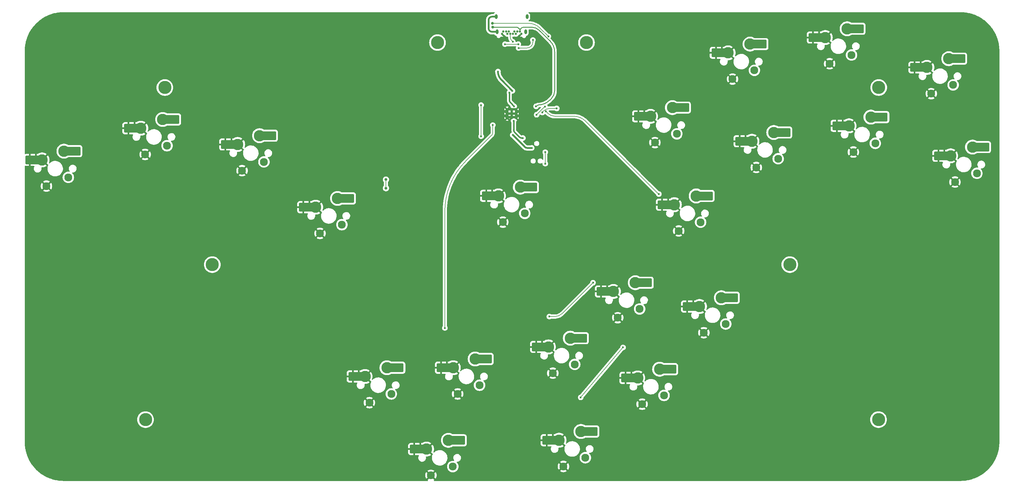
<source format=gbl>
G04 #@! TF.GenerationSoftware,KiCad,Pcbnew,(7.0.0)*
G04 #@! TF.CreationDate,2023-07-02T10:43:30-07:00*
G04 #@! TF.ProjectId,OpenOblong,4f70656e-4f62-46c6-9f6e-672e6b696361,rev?*
G04 #@! TF.SameCoordinates,Original*
G04 #@! TF.FileFunction,Copper,L2,Bot*
G04 #@! TF.FilePolarity,Positive*
%FSLAX46Y46*%
G04 Gerber Fmt 4.6, Leading zero omitted, Abs format (unit mm)*
G04 Created by KiCad (PCBNEW (7.0.0)) date 2023-07-02 10:43:30*
%MOMM*%
%LPD*%
G01*
G04 APERTURE LIST*
G04 Aperture macros list*
%AMRoundRect*
0 Rectangle with rounded corners*
0 $1 Rounding radius*
0 $2 $3 $4 $5 $6 $7 $8 $9 X,Y pos of 4 corners*
0 Add a 4 corners polygon primitive as box body*
4,1,4,$2,$3,$4,$5,$6,$7,$8,$9,$2,$3,0*
0 Add four circle primitives for the rounded corners*
1,1,$1+$1,$2,$3*
1,1,$1+$1,$4,$5*
1,1,$1+$1,$6,$7*
1,1,$1+$1,$8,$9*
0 Add four rect primitives between the rounded corners*
20,1,$1+$1,$2,$3,$4,$5,0*
20,1,$1+$1,$4,$5,$6,$7,0*
20,1,$1+$1,$6,$7,$8,$9,0*
20,1,$1+$1,$8,$9,$2,$3,0*%
G04 Aperture macros list end*
G04 #@! TA.AperFunction,ComponentPad*
%ADD10C,3.800000*%
G04 #@! TD*
G04 #@! TA.AperFunction,ComponentPad*
%ADD11C,2.300000*%
G04 #@! TD*
G04 #@! TA.AperFunction,ComponentPad*
%ADD12C,0.600000*%
G04 #@! TD*
G04 #@! TA.AperFunction,ComponentPad*
%ADD13C,0.650000*%
G04 #@! TD*
G04 #@! TA.AperFunction,ComponentPad*
%ADD14O,0.800000X1.400000*%
G04 #@! TD*
G04 #@! TA.AperFunction,ComponentPad*
%ADD15C,3.300000*%
G04 #@! TD*
G04 #@! TA.AperFunction,SMDPad,CuDef*
%ADD16R,1.650000X2.500000*%
G04 #@! TD*
G04 #@! TA.AperFunction,SMDPad,CuDef*
%ADD17RoundRect,0.250000X1.025000X1.000000X-1.025000X1.000000X-1.025000X-1.000000X1.025000X-1.000000X0*%
G04 #@! TD*
G04 #@! TA.AperFunction,ViaPad*
%ADD18C,0.600000*%
G04 #@! TD*
G04 #@! TA.AperFunction,ViaPad*
%ADD19C,0.800000*%
G04 #@! TD*
G04 #@! TA.AperFunction,Conductor*
%ADD20C,0.635000*%
G04 #@! TD*
G04 #@! TA.AperFunction,Conductor*
%ADD21C,0.200000*%
G04 #@! TD*
G04 #@! TA.AperFunction,Conductor*
%ADD22C,0.250000*%
G04 #@! TD*
G04 #@! TA.AperFunction,Conductor*
%ADD23C,0.500000*%
G04 #@! TD*
G04 #@! TA.AperFunction,Conductor*
%ADD24C,0.381000*%
G04 #@! TD*
G04 APERTURE END LIST*
D10*
X279275000Y-98760000D03*
X305060000Y-47313383D03*
D11*
X326645568Y-46551907D03*
X320295568Y-49091907D03*
X253392967Y-86433373D03*
X247042967Y-88973373D03*
X304061667Y-63518545D03*
X297711667Y-66058545D03*
X260685123Y-116017547D03*
X254335123Y-118557547D03*
D10*
X111765000Y-98760000D03*
D11*
X126739442Y-68913538D03*
X120389442Y-71453538D03*
X181521303Y-157447386D03*
X175171303Y-159987386D03*
X70005977Y-73412122D03*
X63655977Y-75952122D03*
X297165673Y-37849333D03*
X290815673Y-40389333D03*
X275902853Y-67983729D03*
X269552853Y-70523729D03*
X216886182Y-127753438D03*
X210536182Y-130293438D03*
D10*
X92395000Y-143800000D03*
D11*
X189283308Y-133805902D03*
X182933308Y-136345902D03*
X202388500Y-83866866D03*
X196038500Y-86406866D03*
X246497232Y-60765127D03*
X240147232Y-63305127D03*
X235718565Y-111648960D03*
X229368565Y-114188960D03*
X163687695Y-136343616D03*
X157337695Y-138883616D03*
X149361535Y-87153063D03*
X143011535Y-89693063D03*
D10*
X98000000Y-47313383D03*
D11*
X269006859Y-42314517D03*
X262656859Y-44854517D03*
X98644109Y-64207579D03*
X92294109Y-66747579D03*
D10*
X304995000Y-143800000D03*
D11*
X219957454Y-154875835D03*
X213607454Y-157415835D03*
D12*
X197305000Y-53620000D03*
X197305000Y-54895000D03*
X197305000Y-56170000D03*
X198580000Y-53620000D03*
X198580000Y-54895000D03*
X198580000Y-56170000D03*
X199855000Y-53620000D03*
X199855000Y-54895000D03*
X199855000Y-56170000D03*
D11*
X242789837Y-136771357D03*
X236439837Y-139311357D03*
D10*
X220290000Y-34240000D03*
X177100000Y-34240000D03*
D11*
X333541562Y-72221119D03*
X327191562Y-74761119D03*
D13*
X195778500Y-31710000D03*
X196178500Y-31010000D03*
X196978500Y-31010000D03*
X197378500Y-31710000D03*
X197778500Y-31010000D03*
X198178500Y-31710000D03*
X198978500Y-31710000D03*
X199378500Y-31010000D03*
X199778500Y-31710000D03*
X200178500Y-31010000D03*
X200978500Y-31010000D03*
X201378500Y-31710000D03*
D14*
X203068499Y-26719999D03*
X202633499Y-31109999D03*
X194373499Y-31109999D03*
X194088499Y-26719999D03*
D15*
X62385977Y-68332122D03*
D16*
X60560976Y-68332121D03*
D17*
X58835977Y-68332122D03*
X72285977Y-65792122D03*
D16*
X70535976Y-65792121D03*
D15*
X68735977Y-65792122D03*
X238877232Y-55685127D03*
D16*
X237052231Y-55685126D03*
D17*
X235327232Y-55685127D03*
X248777232Y-53145127D03*
D16*
X247027231Y-53145126D03*
D15*
X245227232Y-53145127D03*
X245772967Y-81353373D03*
D16*
X243947966Y-81353372D03*
D17*
X242222967Y-81353373D03*
X255672967Y-78813373D03*
D16*
X253922966Y-78813372D03*
D15*
X252122967Y-78813373D03*
X194768500Y-78786866D03*
D16*
X192943499Y-78786865D03*
D17*
X191218500Y-78786866D03*
X204668500Y-76246866D03*
D16*
X202918499Y-76246865D03*
D15*
X201118500Y-76246866D03*
X209266182Y-122673438D03*
D16*
X207441181Y-122673437D03*
D17*
X205716182Y-122673438D03*
X219166182Y-120133438D03*
D16*
X217416181Y-120133437D03*
D15*
X215616182Y-120133438D03*
X91024109Y-59127579D03*
D16*
X89199108Y-59127578D03*
D17*
X87474109Y-59127579D03*
X100924109Y-56587579D03*
D16*
X99174108Y-56587578D03*
D15*
X97374109Y-56587579D03*
X253065123Y-110937547D03*
D16*
X251240122Y-110937546D03*
D17*
X249515123Y-110937547D03*
X262965123Y-108397547D03*
D16*
X261215122Y-108397546D03*
D15*
X259415123Y-108397547D03*
X141741535Y-82073063D03*
D16*
X139916534Y-82073062D03*
D17*
X138191535Y-82073063D03*
X151641535Y-79533063D03*
D16*
X149891534Y-79533062D03*
D15*
X148091535Y-79533063D03*
X261386859Y-37234517D03*
D16*
X259561858Y-37234516D03*
D17*
X257836859Y-37234517D03*
X271286859Y-34694517D03*
D16*
X269536858Y-34694516D03*
D15*
X267736859Y-34694517D03*
X119119442Y-63833538D03*
D16*
X117294441Y-63833537D03*
D17*
X115569442Y-63833538D03*
X129019442Y-61293538D03*
D16*
X127269441Y-61293537D03*
D15*
X125469442Y-61293538D03*
X212337454Y-149795835D03*
D16*
X210512453Y-149795834D03*
D17*
X208787454Y-149795835D03*
X222237454Y-147255835D03*
D16*
X220487453Y-147255834D03*
D15*
X218687454Y-147255835D03*
X173901303Y-152367386D03*
D16*
X172076302Y-152367385D03*
D17*
X170351303Y-152367386D03*
X183801303Y-149827386D03*
D16*
X182051302Y-149827385D03*
D15*
X180251303Y-149827386D03*
X156067695Y-131263616D03*
D16*
X154242694Y-131263615D03*
D17*
X152517695Y-131263616D03*
X165967695Y-128723616D03*
D16*
X164217694Y-128723615D03*
D15*
X162417695Y-128723616D03*
X296441667Y-58438545D03*
D16*
X294616666Y-58438544D03*
D17*
X292891667Y-58438545D03*
X306341667Y-55898545D03*
D16*
X304591666Y-55898544D03*
D15*
X302791667Y-55898545D03*
X319025568Y-41471907D03*
D16*
X317200567Y-41471906D03*
D17*
X315475568Y-41471907D03*
X328925568Y-38931907D03*
D16*
X327175567Y-38931906D03*
D15*
X325375568Y-38931907D03*
X235169837Y-131691357D03*
D16*
X233344836Y-131691356D03*
D17*
X231619837Y-131691357D03*
X245069837Y-129151357D03*
D16*
X243319836Y-129151356D03*
D15*
X241519837Y-129151357D03*
X268282853Y-62903729D03*
D16*
X266457852Y-62903728D03*
D17*
X264732853Y-62903729D03*
X278182853Y-60363729D03*
D16*
X276432852Y-60363728D03*
D15*
X274632853Y-60363729D03*
X325921562Y-67141119D03*
D16*
X324096561Y-67141118D03*
D17*
X322371562Y-67141119D03*
X335821562Y-64601119D03*
D16*
X334071561Y-64601118D03*
D15*
X332271562Y-64601119D03*
X289545673Y-32769333D03*
D16*
X287720672Y-32769332D03*
D17*
X285995673Y-32769333D03*
X299445673Y-30229333D03*
D16*
X297695672Y-30229332D03*
D15*
X295895673Y-30229333D03*
X181668441Y-128723600D03*
D16*
X179843440Y-128723599D03*
D17*
X178118441Y-128723600D03*
X191568441Y-126183600D03*
D16*
X189818440Y-126183599D03*
D15*
X188018441Y-126183600D03*
X228098565Y-106568960D03*
D16*
X226273564Y-106568959D03*
D17*
X224548565Y-106568960D03*
X237998565Y-104028960D03*
D16*
X236248564Y-104028959D03*
D15*
X234448565Y-104028960D03*
D18*
X191312750Y-58054018D03*
X197789750Y-45735018D03*
X187627500Y-45465000D03*
X196000000Y-37350000D03*
X200202750Y-63896018D03*
X192865000Y-64912018D03*
X199567750Y-67579018D03*
X204170000Y-38570000D03*
X204012739Y-67390000D03*
X196600000Y-41630000D03*
X202361750Y-47259018D03*
X205536750Y-49070000D03*
X207260000Y-45475000D03*
X204650000Y-46635000D03*
X193344750Y-49926018D03*
X200806000Y-45242893D03*
X206902000Y-58831893D03*
X198901000Y-45242893D03*
X189729504Y-61479605D03*
X189730000Y-52400000D03*
D19*
X162130000Y-76550000D03*
X162130000Y-74050000D03*
D18*
X222190000Y-104010000D03*
X209530000Y-113860000D03*
X218630000Y-137350000D03*
X230890000Y-122830000D03*
X241280000Y-78260000D03*
X208517500Y-54257500D03*
X205670000Y-52780000D03*
D19*
X193100000Y-29740000D03*
D18*
X194620000Y-42670000D03*
X198805750Y-48275018D03*
X204412739Y-64870000D03*
X198932750Y-61102018D03*
X201853750Y-61991018D03*
X199186750Y-56994500D03*
X199313750Y-52757250D03*
X197945000Y-48767250D03*
X207480000Y-54560000D03*
X211680000Y-53370000D03*
X200520000Y-34710000D03*
X196670000Y-34710000D03*
X198928000Y-34010000D03*
X208340500Y-66090000D03*
X208343911Y-69423911D03*
X204750000Y-33500500D03*
X200610000Y-35810000D03*
X205830000Y-55220000D03*
X208260000Y-52840000D03*
D19*
X193000000Y-28640000D03*
D18*
X209261589Y-32468411D03*
X193120000Y-58220000D03*
X179220000Y-117190000D03*
D20*
X198580000Y-53620000D02*
X198580000Y-56170000D01*
X199855000Y-56170000D02*
X199855000Y-53620000D01*
X197605000Y-55870000D02*
X199555000Y-55870000D01*
X199555000Y-55870000D02*
X199855000Y-56170000D01*
X197305000Y-56170000D02*
X197305000Y-53620000D01*
X199855000Y-53620000D02*
X197305000Y-53620000D01*
X197305000Y-56170000D02*
X197605000Y-55870000D01*
X199855000Y-54895000D02*
X197305000Y-54895000D01*
D21*
X189729504Y-52400496D02*
X189729504Y-61479605D01*
X189730000Y-52400000D02*
X189729504Y-52400496D01*
X162130000Y-74050000D02*
X162130000Y-76550000D01*
X222190000Y-104010000D02*
X213218680Y-112981320D01*
X211097359Y-113860000D02*
X209530000Y-113860000D01*
X211097359Y-113859971D02*
G75*
G03*
X213218680Y-112981320I41J2999971D01*
G01*
X218630000Y-137350000D02*
X230890000Y-122830000D01*
X241280000Y-78320000D02*
X241220000Y-78260000D01*
X220068932Y-57108932D02*
X241220000Y-78260000D01*
X241220000Y-78260000D02*
X241280000Y-78260000D01*
X241280000Y-78260000D02*
X241280000Y-78320000D01*
X211147107Y-55644466D02*
X216533398Y-55644466D01*
X208517500Y-54257500D02*
X209025787Y-54765787D01*
X209025791Y-54765783D02*
G75*
G03*
X211147107Y-55644466I2121309J2121283D01*
G01*
X220068940Y-57108924D02*
G75*
G03*
X216533398Y-55644466I-3535540J-3535576D01*
G01*
D22*
X200978500Y-30421500D02*
X201317107Y-30082893D01*
X200589893Y-30032893D02*
X200978500Y-30421500D01*
X206578679Y-30668679D02*
X209837486Y-33927486D01*
X210161321Y-50448679D02*
X209659599Y-50950401D01*
X211040000Y-36830612D02*
X211040000Y-48327359D01*
X193100000Y-29740000D02*
X199882786Y-29740000D01*
X206208241Y-52380000D02*
X205670000Y-52780000D01*
X202024214Y-29790000D02*
X204457359Y-29790000D01*
X200978500Y-31010000D02*
X200978500Y-30421500D01*
X200589900Y-30032886D02*
G75*
G03*
X199882786Y-29740000I-707100J-707114D01*
G01*
X206208241Y-52380016D02*
G75*
G03*
X209659599Y-50950401I-41J4881016D01*
G01*
X211040003Y-36830612D02*
G75*
G03*
X209837486Y-33927486I-4105603J12D01*
G01*
X210161341Y-50448699D02*
G75*
G03*
X211040000Y-48327359I-2121341J2121299D01*
G01*
X206578699Y-30668659D02*
G75*
G03*
X204457359Y-29790000I-2121299J-2121341D01*
G01*
X202024214Y-29790010D02*
G75*
G03*
X201317107Y-30082893I-14J-999990D01*
G01*
D23*
X203114946Y-64870000D02*
X204412739Y-64870000D01*
X198932750Y-61102018D02*
X202407839Y-64577107D01*
X195623570Y-45092838D02*
X198805750Y-48275018D01*
X202407816Y-64577130D02*
G75*
G03*
X203114946Y-64870000I707084J707130D01*
G01*
X194619996Y-42670000D02*
G75*
G03*
X195623570Y-45092838I3426404J0D01*
G01*
D24*
X199479643Y-60334893D02*
X200842875Y-61698125D01*
X199186750Y-56994500D02*
X199186750Y-59627786D01*
X201549982Y-61991018D02*
X201853750Y-61991018D01*
X197945000Y-50974286D02*
X197945000Y-48767250D01*
X199313750Y-52757250D02*
X198237893Y-51681393D01*
X199186745Y-59627786D02*
G75*
G03*
X199479643Y-60334893I999955J-14D01*
G01*
X197945010Y-50974286D02*
G75*
G03*
X198237893Y-51681393I999990J-14D01*
G01*
X200842880Y-61698120D02*
G75*
G03*
X201549982Y-61991018I707120J707120D01*
G01*
D21*
X211660000Y-53360000D02*
X211650000Y-53360000D01*
X209809112Y-53360000D02*
X211640000Y-53360000D01*
X207480000Y-54446471D02*
X207687792Y-54238679D01*
X207480000Y-54560000D02*
X207480000Y-54446471D01*
X211640000Y-53360000D02*
X211680000Y-53370000D01*
X211680000Y-53370000D02*
X211660000Y-53360000D01*
X209809112Y-53360009D02*
G75*
G03*
X207687793Y-54238680I-12J-2999991D01*
G01*
X196670000Y-34710000D02*
X200520000Y-34710000D01*
D23*
X192900000Y-26720000D02*
X194088500Y-26720000D01*
X194373500Y-31110000D02*
X192900000Y-31110000D01*
X191900000Y-30110000D02*
X191900000Y-27720000D01*
X192900000Y-26720000D02*
G75*
G03*
X191900000Y-27720000I0J-1000000D01*
G01*
X191900000Y-30110000D02*
G75*
G03*
X192900000Y-31110000I1000000J0D01*
G01*
D21*
X198178500Y-32567542D02*
X198178500Y-31710000D01*
X198928000Y-34010000D02*
X198668495Y-33750495D01*
X198178486Y-32567542D02*
G75*
G03*
X198668495Y-33750495I1673014J42D01*
G01*
X208340500Y-69420500D02*
X208343911Y-69423911D01*
X208340500Y-66090000D02*
X208340500Y-69420500D01*
X200610000Y-35810000D02*
X203024430Y-35810000D01*
X204750000Y-34084430D02*
X204750000Y-33500500D01*
X203024430Y-35810000D02*
G75*
G03*
X204750000Y-34084430I-30J1725600D01*
G01*
X208260000Y-52840000D02*
X208250000Y-52810000D01*
X205830000Y-55220000D02*
X208240000Y-52810000D01*
X208240000Y-52810000D02*
X208260000Y-52840000D01*
X193000000Y-28640000D02*
X203443334Y-28640000D01*
X206840210Y-30047032D02*
X209261589Y-32468411D01*
X206840191Y-30047051D02*
G75*
G03*
X203443334Y-28640000I-3396891J-3396849D01*
G01*
X192827107Y-61142893D02*
X192820000Y-61150000D01*
X193120000Y-58220000D02*
X193120000Y-60435786D01*
X192770000Y-61200000D02*
X185240119Y-68729881D01*
X179220000Y-117190000D02*
X179210000Y-117170000D01*
X179212010Y-83287876D02*
X179220000Y-117190000D01*
X185240099Y-68729861D02*
G75*
G03*
X179212011Y-83287876I14553201J-14553139D01*
G01*
X192827114Y-61142900D02*
G75*
G03*
X193120000Y-60435786I-707114J707100D01*
G01*
G04 #@! TA.AperFunction,Conductor*
G36*
X193621453Y-25417377D02*
G01*
X193667571Y-25463488D01*
X193684459Y-25526479D01*
X193667592Y-25589476D01*
X193630256Y-25626829D01*
X193631748Y-25628882D01*
X193482591Y-25737250D01*
X193482583Y-25737256D01*
X193477247Y-25741134D01*
X193472830Y-25746039D01*
X193472825Y-25746044D01*
X193358427Y-25873097D01*
X193349460Y-25883056D01*
X193346161Y-25888769D01*
X193346158Y-25888774D01*
X193340542Y-25898502D01*
X193294423Y-25944620D01*
X193231424Y-25961500D01*
X192979722Y-25961500D01*
X192900000Y-25961500D01*
X192774230Y-25961500D01*
X192769787Y-25962138D01*
X192769784Y-25962139D01*
X192529691Y-25996659D01*
X192529686Y-25996659D01*
X192525249Y-25997298D01*
X192520938Y-25998563D01*
X192520937Y-25998564D01*
X192288216Y-26066896D01*
X192288205Y-26066899D01*
X192283897Y-26068165D01*
X192279818Y-26070027D01*
X192279804Y-26070033D01*
X192059181Y-26170789D01*
X192059172Y-26170793D01*
X192055088Y-26172659D01*
X192051308Y-26175087D01*
X192051301Y-26175092D01*
X191847259Y-26306221D01*
X191847248Y-26306228D01*
X191843478Y-26308652D01*
X191840091Y-26311586D01*
X191840080Y-26311595D01*
X191656769Y-26470435D01*
X191656761Y-26470442D01*
X191653376Y-26473376D01*
X191650442Y-26476761D01*
X191650435Y-26476769D01*
X191491595Y-26660080D01*
X191491586Y-26660091D01*
X191488652Y-26663478D01*
X191486228Y-26667248D01*
X191486221Y-26667259D01*
X191355092Y-26871301D01*
X191355087Y-26871308D01*
X191352659Y-26875088D01*
X191350793Y-26879172D01*
X191350789Y-26879181D01*
X191250033Y-27099804D01*
X191250027Y-27099818D01*
X191248165Y-27103897D01*
X191246899Y-27108205D01*
X191246896Y-27108216D01*
X191204919Y-27251180D01*
X191177298Y-27345249D01*
X191176659Y-27349686D01*
X191176659Y-27349691D01*
X191147683Y-27551225D01*
X191141500Y-27594230D01*
X191141500Y-27631344D01*
X191141500Y-30030278D01*
X191141500Y-30110000D01*
X191141500Y-30235770D01*
X191142138Y-30240213D01*
X191142139Y-30240215D01*
X191174932Y-30468299D01*
X191177298Y-30484751D01*
X191178564Y-30489062D01*
X191246896Y-30721783D01*
X191246898Y-30721789D01*
X191248165Y-30726103D01*
X191250029Y-30730185D01*
X191250033Y-30730195D01*
X191345748Y-30939780D01*
X191352659Y-30954912D01*
X191355091Y-30958696D01*
X191355092Y-30958698D01*
X191456591Y-31116635D01*
X191488652Y-31166522D01*
X191491591Y-31169914D01*
X191491595Y-31169919D01*
X191650435Y-31353230D01*
X191653376Y-31356624D01*
X191656769Y-31359564D01*
X191684691Y-31383759D01*
X191843478Y-31521348D01*
X192055088Y-31657341D01*
X192099298Y-31677531D01*
X192277592Y-31758956D01*
X192283897Y-31761835D01*
X192525249Y-31832702D01*
X192774230Y-31868500D01*
X192811344Y-31868500D01*
X192900000Y-31868500D01*
X192979722Y-31868500D01*
X193516424Y-31868500D01*
X193579423Y-31885380D01*
X193625542Y-31931498D01*
X193634460Y-31946944D01*
X193762247Y-32088866D01*
X193916748Y-32201118D01*
X194091212Y-32278794D01*
X194154448Y-32292235D01*
X194201418Y-32312902D01*
X194236254Y-32350586D01*
X194253173Y-32399035D01*
X194266734Y-32502047D01*
X194266735Y-32502053D01*
X194267813Y-32510236D01*
X194270972Y-32517864D01*
X194270973Y-32517865D01*
X194322641Y-32642603D01*
X194322642Y-32642605D01*
X194325802Y-32650233D01*
X194330828Y-32656783D01*
X194330830Y-32656786D01*
X194393137Y-32737985D01*
X194418049Y-32770451D01*
X194538267Y-32862698D01*
X194678264Y-32920687D01*
X194790780Y-32935500D01*
X194862098Y-32935500D01*
X194866220Y-32935500D01*
X194978736Y-32920687D01*
X195118733Y-32862698D01*
X195238951Y-32770451D01*
X195331198Y-32650233D01*
X195361688Y-32576623D01*
X195398804Y-32526921D01*
X195455141Y-32500952D01*
X195517042Y-32505013D01*
X195526131Y-32507967D01*
X195684491Y-32541627D01*
X195697551Y-32543000D01*
X195859449Y-32543000D01*
X195872508Y-32541627D01*
X196030870Y-32507966D01*
X196043363Y-32503907D01*
X196146870Y-32457821D01*
X196156039Y-32450690D01*
X196150033Y-32440743D01*
X195673528Y-31964238D01*
X195639952Y-31903915D01*
X195643204Y-31834954D01*
X195682308Y-31778058D01*
X195745523Y-31750309D01*
X195813870Y-31760035D01*
X195919516Y-31807072D01*
X196090896Y-31843500D01*
X196097499Y-31843500D01*
X196219020Y-31843500D01*
X196267238Y-31853091D01*
X196308115Y-31880405D01*
X196509525Y-32081815D01*
X196520866Y-32088867D01*
X196525212Y-32089296D01*
X196572165Y-32083375D01*
X196627302Y-32103104D01*
X196667565Y-32145625D01*
X196700470Y-32202618D01*
X196704886Y-32207523D01*
X196704888Y-32207525D01*
X196769059Y-32278794D01*
X196817708Y-32332823D01*
X196959454Y-32435808D01*
X197119516Y-32507072D01*
X197290896Y-32543500D01*
X197297499Y-32543500D01*
X197443988Y-32543500D01*
X197506987Y-32560380D01*
X197553106Y-32606497D01*
X197569988Y-32669495D01*
X197569988Y-32692148D01*
X197569988Y-32692164D01*
X197569989Y-32695680D01*
X197570383Y-32699178D01*
X197570384Y-32699192D01*
X197598190Y-32945931D01*
X197598684Y-32950312D01*
X197599469Y-32953753D01*
X197599470Y-32953756D01*
X197654919Y-33196678D01*
X197654922Y-33196691D01*
X197655708Y-33200131D01*
X197656871Y-33203456D01*
X197656875Y-33203468D01*
X197718264Y-33378897D01*
X197740344Y-33441995D01*
X197741872Y-33445168D01*
X197741875Y-33445175D01*
X197849994Y-33669683D01*
X197849998Y-33669690D01*
X197851526Y-33672863D01*
X197853402Y-33675848D01*
X197853405Y-33675854D01*
X197969379Y-33860425D01*
X197987857Y-33889831D01*
X197990063Y-33892597D01*
X197990065Y-33892600D01*
X197993527Y-33896942D01*
X198020223Y-33961394D01*
X198008537Y-34030171D01*
X197962050Y-34082188D01*
X197895015Y-34101500D01*
X197254722Y-34101500D01*
X197213106Y-34094429D01*
X197178933Y-34075541D01*
X197177281Y-34073889D01*
X197171291Y-34070125D01*
X197029006Y-33980721D01*
X197029003Y-33980719D01*
X197023015Y-33976957D01*
X197016339Y-33974621D01*
X197016335Y-33974619D01*
X196857724Y-33919119D01*
X196857720Y-33919118D01*
X196851047Y-33916783D01*
X196670000Y-33896384D01*
X196662971Y-33897176D01*
X196495981Y-33915991D01*
X196495979Y-33915991D01*
X196488953Y-33916783D01*
X196482280Y-33919117D01*
X196482275Y-33919119D01*
X196323664Y-33974619D01*
X196323656Y-33974622D01*
X196316985Y-33976957D01*
X196311000Y-33980717D01*
X196310993Y-33980721D01*
X196168714Y-34070121D01*
X196168709Y-34070125D01*
X196162719Y-34073889D01*
X196157714Y-34078893D01*
X196157710Y-34078897D01*
X196038897Y-34197710D01*
X196038893Y-34197714D01*
X196033889Y-34202719D01*
X196030126Y-34208707D01*
X196030121Y-34208714D01*
X195940721Y-34350993D01*
X195940717Y-34351000D01*
X195936957Y-34356985D01*
X195934622Y-34363656D01*
X195934619Y-34363664D01*
X195879119Y-34522275D01*
X195879117Y-34522280D01*
X195876783Y-34528953D01*
X195875991Y-34535979D01*
X195875991Y-34535981D01*
X195869867Y-34590333D01*
X195856384Y-34710000D01*
X195876783Y-34891047D01*
X195879118Y-34897720D01*
X195879119Y-34897724D01*
X195934619Y-35056335D01*
X195934621Y-35056339D01*
X195936957Y-35063015D01*
X195940719Y-35069003D01*
X195940721Y-35069006D01*
X196023671Y-35201020D01*
X196033889Y-35217281D01*
X196162719Y-35346111D01*
X196168713Y-35349877D01*
X196168714Y-35349878D01*
X196223810Y-35384497D01*
X196316985Y-35443043D01*
X196488953Y-35503217D01*
X196670000Y-35523616D01*
X196851047Y-35503217D01*
X197023015Y-35443043D01*
X197177281Y-35346111D01*
X197178933Y-35344458D01*
X197213106Y-35325571D01*
X197254722Y-35318500D01*
X199747835Y-35318500D01*
X199805667Y-35332556D01*
X199850596Y-35371587D01*
X199872598Y-35426886D01*
X199866764Y-35486115D01*
X199819119Y-35622275D01*
X199819117Y-35622280D01*
X199816783Y-35628953D01*
X199815991Y-35635979D01*
X199815991Y-35635981D01*
X199804831Y-35735033D01*
X199796384Y-35810000D01*
X199816783Y-35991047D01*
X199819118Y-35997720D01*
X199819119Y-35997724D01*
X199874619Y-36156335D01*
X199874621Y-36156339D01*
X199876957Y-36163015D01*
X199880719Y-36169003D01*
X199880721Y-36169006D01*
X199969956Y-36311023D01*
X199973889Y-36317281D01*
X200102719Y-36446111D01*
X200108713Y-36449877D01*
X200108714Y-36449878D01*
X200189827Y-36500845D01*
X200256985Y-36543043D01*
X200428953Y-36603217D01*
X200610000Y-36623616D01*
X200791047Y-36603217D01*
X200963015Y-36543043D01*
X201117281Y-36446111D01*
X201118933Y-36444458D01*
X201153106Y-36425571D01*
X201194722Y-36418500D01*
X202950551Y-36418500D01*
X202950555Y-36418501D01*
X203024441Y-36418500D01*
X203064315Y-36418500D01*
X203064319Y-36418499D01*
X203165624Y-36418498D01*
X203445933Y-36384458D01*
X203720095Y-36316879D01*
X203984112Y-36216748D01*
X204234136Y-36085523D01*
X204466519Y-35925119D01*
X204677874Y-35737874D01*
X204865119Y-35526519D01*
X205025523Y-35294136D01*
X205156748Y-35044112D01*
X205256879Y-34780095D01*
X205324458Y-34505933D01*
X205358498Y-34225624D01*
X205358499Y-34124319D01*
X205358500Y-34124315D01*
X205358500Y-34085222D01*
X205365571Y-34043606D01*
X205384458Y-34009433D01*
X205386111Y-34007781D01*
X205483043Y-33853515D01*
X205543217Y-33681547D01*
X205563616Y-33500500D01*
X205543217Y-33319453D01*
X205483043Y-33147485D01*
X205441260Y-33080988D01*
X205389878Y-32999214D01*
X205389877Y-32999213D01*
X205386111Y-32993219D01*
X205257281Y-32864389D01*
X205251287Y-32860623D01*
X205251285Y-32860621D01*
X205109006Y-32771221D01*
X205109003Y-32771219D01*
X205103015Y-32767457D01*
X205096339Y-32765121D01*
X205096335Y-32765119D01*
X204937724Y-32709619D01*
X204937720Y-32709618D01*
X204931047Y-32707283D01*
X204750000Y-32686884D01*
X204742971Y-32687676D01*
X204575981Y-32706491D01*
X204575979Y-32706491D01*
X204568953Y-32707283D01*
X204562280Y-32709617D01*
X204562275Y-32709619D01*
X204403664Y-32765119D01*
X204403656Y-32765122D01*
X204396985Y-32767457D01*
X204391000Y-32771217D01*
X204390993Y-32771221D01*
X204248714Y-32860621D01*
X204248707Y-32860626D01*
X204242719Y-32864389D01*
X204237714Y-32869393D01*
X204237710Y-32869397D01*
X204118897Y-32988210D01*
X204118893Y-32988214D01*
X204113889Y-32993219D01*
X204110126Y-32999207D01*
X204110121Y-32999214D01*
X204020721Y-33141493D01*
X204020717Y-33141500D01*
X204016957Y-33147485D01*
X204014622Y-33154156D01*
X204014619Y-33154164D01*
X203959119Y-33312775D01*
X203959117Y-33312780D01*
X203956783Y-33319453D01*
X203955991Y-33326479D01*
X203955991Y-33326481D01*
X203950645Y-33373926D01*
X203936384Y-33500500D01*
X203956783Y-33681547D01*
X203959118Y-33688220D01*
X203959119Y-33688224D01*
X204014619Y-33846835D01*
X204014621Y-33846839D01*
X204016957Y-33853515D01*
X204020719Y-33859503D01*
X204020721Y-33859506D01*
X204084742Y-33961394D01*
X204113889Y-34007781D01*
X204115018Y-34008910D01*
X204135634Y-34048208D01*
X204140523Y-34095582D01*
X204125486Y-34267416D01*
X204121672Y-34289044D01*
X204076980Y-34455832D01*
X204069468Y-34476471D01*
X203996493Y-34632964D01*
X203985512Y-34651984D01*
X203886467Y-34793433D01*
X203872349Y-34810257D01*
X203750257Y-34932349D01*
X203733433Y-34946467D01*
X203591984Y-35045512D01*
X203572964Y-35056493D01*
X203416471Y-35129468D01*
X203395832Y-35136980D01*
X203229044Y-35181672D01*
X203207416Y-35185486D01*
X203029904Y-35201020D01*
X203018920Y-35201500D01*
X201382165Y-35201500D01*
X201324333Y-35187444D01*
X201279404Y-35148413D01*
X201257402Y-35093114D01*
X201263236Y-35033885D01*
X201265803Y-35026549D01*
X201313217Y-34891047D01*
X201333616Y-34710000D01*
X201313217Y-34528953D01*
X201253043Y-34356985D01*
X201156111Y-34202719D01*
X201027281Y-34073889D01*
X201021287Y-34070123D01*
X201021285Y-34070121D01*
X200879006Y-33980721D01*
X200879003Y-33980719D01*
X200873015Y-33976957D01*
X200866339Y-33974621D01*
X200866335Y-33974619D01*
X200707724Y-33919119D01*
X200707720Y-33919118D01*
X200701047Y-33916783D01*
X200520000Y-33896384D01*
X200512971Y-33897176D01*
X200345981Y-33915991D01*
X200345979Y-33915991D01*
X200338953Y-33916783D01*
X200332280Y-33919117D01*
X200332275Y-33919119D01*
X200173664Y-33974619D01*
X200173656Y-33974622D01*
X200166985Y-33976957D01*
X200161000Y-33980717D01*
X200160993Y-33980721D01*
X200018708Y-34070125D01*
X200018702Y-34070129D01*
X200012719Y-34073889D01*
X200011066Y-34075541D01*
X199976894Y-34094429D01*
X199935278Y-34101500D01*
X199864526Y-34101500D01*
X199805650Y-34086898D01*
X199760420Y-34046478D01*
X199739318Y-33989607D01*
X199737675Y-33975021D01*
X199721217Y-33828953D01*
X199661043Y-33656985D01*
X199591815Y-33546810D01*
X199567878Y-33508714D01*
X199567877Y-33508713D01*
X199564111Y-33502719D01*
X199435281Y-33373889D01*
X199429287Y-33370123D01*
X199429285Y-33370121D01*
X199287006Y-33280721D01*
X199287003Y-33280719D01*
X199281015Y-33276957D01*
X199274339Y-33274621D01*
X199274335Y-33274619D01*
X199115724Y-33219119D01*
X199115720Y-33219118D01*
X199109047Y-33216783D01*
X199102020Y-33215991D01*
X199102019Y-33215991D01*
X199058166Y-33211050D01*
X199004640Y-33192151D01*
X198964841Y-33151677D01*
X198958600Y-33141493D01*
X198908194Y-33059237D01*
X198899219Y-33041622D01*
X198888125Y-33014841D01*
X198842882Y-32905618D01*
X198836777Y-32886831D01*
X198802407Y-32743680D01*
X198799317Y-32724164D01*
X198795791Y-32679387D01*
X198809136Y-32612298D01*
X198855568Y-32562068D01*
X198921403Y-32543500D01*
X199059501Y-32543500D01*
X199066104Y-32543500D01*
X199237484Y-32507072D01*
X199327250Y-32467104D01*
X199378500Y-32456211D01*
X199429749Y-32467104D01*
X199519516Y-32507072D01*
X199690896Y-32543500D01*
X199859501Y-32543500D01*
X199866104Y-32543500D01*
X200037484Y-32507072D01*
X200197546Y-32435808D01*
X200339292Y-32332823D01*
X200456530Y-32202618D01*
X200489434Y-32145625D01*
X200529696Y-32103104D01*
X200584835Y-32083375D01*
X200631786Y-32089295D01*
X200636133Y-32088867D01*
X200647471Y-32081817D01*
X200848884Y-31880405D01*
X200889761Y-31853091D01*
X200937979Y-31843500D01*
X201059501Y-31843500D01*
X201066104Y-31843500D01*
X201237484Y-31807072D01*
X201343125Y-31760037D01*
X201411472Y-31750310D01*
X201474688Y-31778059D01*
X201513792Y-31834955D01*
X201517044Y-31903916D01*
X201483469Y-31964239D01*
X201006964Y-32440744D01*
X201000959Y-32450689D01*
X201010128Y-32457821D01*
X201113636Y-32503907D01*
X201126129Y-32507966D01*
X201284491Y-32541627D01*
X201297551Y-32543000D01*
X201459449Y-32543000D01*
X201472512Y-32541627D01*
X201515500Y-32532489D01*
X201573245Y-32533748D01*
X201624362Y-32560641D01*
X201658108Y-32607517D01*
X201672641Y-32642603D01*
X201675802Y-32650233D01*
X201680827Y-32656782D01*
X201680828Y-32656783D01*
X201718970Y-32706491D01*
X201768049Y-32770451D01*
X201888267Y-32862698D01*
X202028264Y-32920687D01*
X202140780Y-32935500D01*
X202212098Y-32935500D01*
X202216220Y-32935500D01*
X202328736Y-32920687D01*
X202468733Y-32862698D01*
X202588951Y-32770451D01*
X202681198Y-32650233D01*
X202739187Y-32510236D01*
X202753827Y-32399032D01*
X202770745Y-32350586D01*
X202805580Y-32312902D01*
X202852549Y-32292235D01*
X202915788Y-32278794D01*
X203090252Y-32201118D01*
X203244753Y-32088866D01*
X203372540Y-31946944D01*
X203468027Y-31781556D01*
X203527042Y-31599928D01*
X203542000Y-31457610D01*
X203542000Y-30762390D01*
X203527042Y-30620072D01*
X203516763Y-30588436D01*
X203512147Y-30529789D01*
X203534660Y-30475439D01*
X203579393Y-30437233D01*
X203636596Y-30423500D01*
X204380443Y-30423500D01*
X204380447Y-30423501D01*
X204453831Y-30423500D01*
X204460893Y-30423697D01*
X204715275Y-30437980D01*
X204729304Y-30439561D01*
X204976997Y-30481641D01*
X204990758Y-30484782D01*
X205232183Y-30554333D01*
X205245506Y-30558995D01*
X205477637Y-30655142D01*
X205490338Y-30661259D01*
X205710243Y-30782792D01*
X205722202Y-30790307D01*
X205927099Y-30935686D01*
X205938140Y-30944490D01*
X206000210Y-30999958D01*
X206127724Y-31113909D01*
X206132859Y-31118764D01*
X206157250Y-31143154D01*
X209387332Y-34373237D01*
X209391597Y-34377715D01*
X209614206Y-34623325D01*
X209622050Y-34632883D01*
X209817656Y-34896624D01*
X209824526Y-34906906D01*
X209891566Y-35018754D01*
X209972887Y-35154431D01*
X209993335Y-35188545D01*
X209999162Y-35199446D01*
X210036426Y-35278234D01*
X210139557Y-35496285D01*
X210144289Y-35507709D01*
X210254910Y-35816875D01*
X210258499Y-35828708D01*
X210338284Y-36147230D01*
X210340696Y-36159357D01*
X210388876Y-36484157D01*
X210390088Y-36496463D01*
X210406348Y-36827455D01*
X210406500Y-36833637D01*
X210406500Y-48250443D01*
X210406499Y-48250447D01*
X210406499Y-48250454D01*
X210406499Y-48250455D01*
X210406499Y-48323832D01*
X210406301Y-48330895D01*
X210392019Y-48585269D01*
X210390437Y-48599310D01*
X210348359Y-48846989D01*
X210345215Y-48860765D01*
X210275668Y-49102176D01*
X210271002Y-49115512D01*
X210174862Y-49347625D01*
X210168731Y-49360357D01*
X210047209Y-49580239D01*
X210039692Y-49592202D01*
X209894317Y-49797094D01*
X209885507Y-49808142D01*
X209716074Y-49997741D01*
X209711220Y-50002874D01*
X209689883Y-50024211D01*
X209689881Y-50024212D01*
X209689882Y-50024213D01*
X209213596Y-50500497D01*
X209209626Y-50504298D01*
X208942502Y-50749073D01*
X208934081Y-50756138D01*
X208648847Y-50975006D01*
X208639843Y-50981311D01*
X208336608Y-51174494D01*
X208327089Y-51179990D01*
X208008177Y-51346006D01*
X207998215Y-51350651D01*
X207666028Y-51488250D01*
X207655698Y-51492010D01*
X207312808Y-51600124D01*
X207302191Y-51602969D01*
X206951172Y-51680790D01*
X206940347Y-51682699D01*
X206583880Y-51729632D01*
X206572930Y-51730590D01*
X206244764Y-51744920D01*
X206224828Y-51744210D01*
X206209228Y-51742410D01*
X206209221Y-51742410D01*
X206201350Y-51741502D01*
X206193498Y-51742579D01*
X206193492Y-51742580D01*
X206173472Y-51745329D01*
X206156340Y-51746500D01*
X206138935Y-51746500D01*
X206138928Y-51746500D01*
X206131315Y-51746501D01*
X206095444Y-51755341D01*
X206082446Y-51757828D01*
X206050633Y-51762197D01*
X206050631Y-51762197D01*
X206042778Y-51763276D01*
X206035441Y-51766272D01*
X206035440Y-51766273D01*
X206020146Y-51772520D01*
X206002659Y-51778212D01*
X205989347Y-51781493D01*
X205989345Y-51781493D01*
X205981944Y-51783318D01*
X205975194Y-51786860D01*
X205975193Y-51786861D01*
X205945979Y-51802194D01*
X205935072Y-51807270D01*
X205901938Y-51820804D01*
X205901936Y-51820804D01*
X205894604Y-51823800D01*
X205888248Y-51828523D01*
X205888236Y-51828530D01*
X205877946Y-51836177D01*
X205861362Y-51846603D01*
X205852476Y-51851267D01*
X205852463Y-51851275D01*
X205845724Y-51854813D01*
X205840028Y-51859859D01*
X205840021Y-51859864D01*
X205812558Y-51884194D01*
X205804165Y-51891009D01*
X205735141Y-51942306D01*
X205699566Y-51960797D01*
X205669909Y-51965576D01*
X205670000Y-51966384D01*
X205495981Y-51985991D01*
X205495979Y-51985991D01*
X205488953Y-51986783D01*
X205482280Y-51989117D01*
X205482275Y-51989119D01*
X205323664Y-52044619D01*
X205323656Y-52044622D01*
X205316985Y-52046957D01*
X205311000Y-52050717D01*
X205310993Y-52050721D01*
X205168714Y-52140121D01*
X205168707Y-52140126D01*
X205162719Y-52143889D01*
X205157714Y-52148893D01*
X205157710Y-52148897D01*
X205038897Y-52267710D01*
X205038893Y-52267714D01*
X205033889Y-52272719D01*
X205030126Y-52278707D01*
X205030121Y-52278714D01*
X204940721Y-52420993D01*
X204940717Y-52421000D01*
X204936957Y-52426985D01*
X204934622Y-52433656D01*
X204934619Y-52433664D01*
X204879119Y-52592275D01*
X204879117Y-52592280D01*
X204876783Y-52598953D01*
X204856384Y-52780000D01*
X204876783Y-52961047D01*
X204879118Y-52967720D01*
X204879119Y-52967724D01*
X204934619Y-53126335D01*
X204934621Y-53126339D01*
X204936957Y-53133015D01*
X204940719Y-53139003D01*
X204940721Y-53139006D01*
X205025467Y-53273879D01*
X205033889Y-53287281D01*
X205162719Y-53416111D01*
X205168713Y-53419877D01*
X205168714Y-53419878D01*
X205274787Y-53486528D01*
X205316985Y-53513043D01*
X205488953Y-53573217D01*
X205670000Y-53593616D01*
X205851047Y-53573217D01*
X206023015Y-53513043D01*
X206177281Y-53416111D01*
X206306111Y-53287281D01*
X206403043Y-53133015D01*
X206418286Y-53089451D01*
X206442639Y-53047812D01*
X206480854Y-53018374D01*
X206527327Y-53005453D01*
X206856901Y-52979513D01*
X206859342Y-52979126D01*
X206859345Y-52979126D01*
X206893360Y-52973739D01*
X206955752Y-52979636D01*
X207007585Y-53014861D01*
X207036037Y-53070700D01*
X207034069Y-53133340D01*
X207002167Y-53187282D01*
X205808283Y-54381166D01*
X205773858Y-54405593D01*
X205733297Y-54417279D01*
X205655981Y-54425991D01*
X205655980Y-54425991D01*
X205648953Y-54426783D01*
X205642276Y-54429119D01*
X205642273Y-54429120D01*
X205483664Y-54484619D01*
X205483656Y-54484622D01*
X205476985Y-54486957D01*
X205471000Y-54490717D01*
X205470993Y-54490721D01*
X205328714Y-54580121D01*
X205328707Y-54580126D01*
X205322719Y-54583889D01*
X205317714Y-54588893D01*
X205317710Y-54588897D01*
X205198897Y-54707710D01*
X205198893Y-54707714D01*
X205193889Y-54712719D01*
X205190126Y-54718707D01*
X205190121Y-54718714D01*
X205100721Y-54860993D01*
X205100717Y-54861000D01*
X205096957Y-54866985D01*
X205094622Y-54873656D01*
X205094619Y-54873664D01*
X205039119Y-55032275D01*
X205039117Y-55032280D01*
X205036783Y-55038953D01*
X205035991Y-55045979D01*
X205035991Y-55045981D01*
X205033180Y-55070927D01*
X205016384Y-55220000D01*
X205036783Y-55401047D01*
X205039118Y-55407720D01*
X205039119Y-55407724D01*
X205094619Y-55566335D01*
X205094621Y-55566339D01*
X205096957Y-55573015D01*
X205100719Y-55579003D01*
X205100721Y-55579006D01*
X205187892Y-55717738D01*
X205193889Y-55727281D01*
X205322719Y-55856111D01*
X205476985Y-55953043D01*
X205648953Y-56013217D01*
X205830000Y-56033616D01*
X206011047Y-56013217D01*
X206183015Y-55953043D01*
X206337281Y-55856111D01*
X206466111Y-55727281D01*
X206563043Y-55573015D01*
X206623217Y-55401047D01*
X206632720Y-55316699D01*
X206644405Y-55276141D01*
X206668827Y-55241720D01*
X206754485Y-55156062D01*
X206810967Y-55123453D01*
X206876189Y-55123453D01*
X206932673Y-55156064D01*
X206972719Y-55196111D01*
X206978713Y-55199877D01*
X206978714Y-55199878D01*
X207046338Y-55242369D01*
X207126985Y-55293043D01*
X207298953Y-55353217D01*
X207480000Y-55373616D01*
X207661047Y-55353217D01*
X207833015Y-55293043D01*
X207987281Y-55196111D01*
X208116111Y-55067281D01*
X208118817Y-55062973D01*
X208157611Y-55030832D01*
X208207071Y-55016582D01*
X208258102Y-55023301D01*
X208336453Y-55050717D01*
X208420797Y-55060220D01*
X208461357Y-55071905D01*
X208495783Y-55096332D01*
X208623715Y-55224264D01*
X208623738Y-55224281D01*
X208623767Y-55224308D01*
X208720865Y-55321408D01*
X208994934Y-55546333D01*
X209289730Y-55743311D01*
X209602413Y-55910445D01*
X209929974Y-56046126D01*
X210269256Y-56149046D01*
X210574408Y-56209744D01*
X210613271Y-56217475D01*
X210616992Y-56218215D01*
X210969834Y-56252967D01*
X211147108Y-56252966D01*
X211220994Y-56252966D01*
X216459513Y-56252966D01*
X216530650Y-56252966D01*
X216536146Y-56253086D01*
X216910647Y-56269437D01*
X216921596Y-56270394D01*
X217290529Y-56318964D01*
X217301345Y-56320872D01*
X217664650Y-56401415D01*
X217675232Y-56404250D01*
X218030138Y-56516150D01*
X218040455Y-56519905D01*
X218384251Y-56662308D01*
X218394202Y-56666948D01*
X218724279Y-56838774D01*
X218733796Y-56844269D01*
X218861817Y-56925827D01*
X219047621Y-57044197D01*
X219056624Y-57050501D01*
X219351848Y-57277032D01*
X219360266Y-57284096D01*
X219544978Y-57453351D01*
X219636456Y-57537174D01*
X219640427Y-57540976D01*
X240448785Y-78349334D01*
X240473211Y-78383758D01*
X240484897Y-78424318D01*
X240485989Y-78434011D01*
X240485991Y-78434018D01*
X240486783Y-78441047D01*
X240489119Y-78447725D01*
X240489120Y-78447726D01*
X240544619Y-78606335D01*
X240544621Y-78606339D01*
X240546957Y-78613015D01*
X240550719Y-78619003D01*
X240550721Y-78619006D01*
X240600212Y-78697771D01*
X240643889Y-78767281D01*
X240772719Y-78896111D01*
X240926985Y-78993043D01*
X241098953Y-79053217D01*
X241280000Y-79073616D01*
X241461047Y-79053217D01*
X241633015Y-78993043D01*
X241787281Y-78896111D01*
X241870019Y-78813373D01*
X249959423Y-78813373D01*
X249959717Y-78817671D01*
X249978915Y-79098353D01*
X249979574Y-79107976D01*
X250039653Y-79397090D01*
X250041090Y-79401133D01*
X250041093Y-79401144D01*
X250137100Y-79671281D01*
X250137103Y-79671288D01*
X250138540Y-79675331D01*
X250140514Y-79679142D01*
X250140516Y-79679145D01*
X250272410Y-79933690D01*
X250272413Y-79933695D01*
X250274393Y-79937516D01*
X250276878Y-79941037D01*
X250276879Y-79941038D01*
X250295769Y-79967799D01*
X250444681Y-80178760D01*
X250447619Y-80181906D01*
X250447620Y-80181907D01*
X250465794Y-80201366D01*
X250646233Y-80394569D01*
X250875294Y-80580923D01*
X251127596Y-80734352D01*
X251398440Y-80851996D01*
X251682781Y-80931665D01*
X251975322Y-80971873D01*
X252266307Y-80971873D01*
X252270612Y-80971873D01*
X252563153Y-80931665D01*
X252847494Y-80851996D01*
X253118338Y-80734352D01*
X253355358Y-80590215D01*
X253420826Y-80571873D01*
X254796601Y-80571873D01*
X254796605Y-80571873D01*
X254796609Y-80571872D01*
X256745305Y-80571872D01*
X256748511Y-80571872D01*
X256852393Y-80561260D01*
X257020705Y-80505488D01*
X257171619Y-80412403D01*
X257296997Y-80287025D01*
X257390082Y-80136111D01*
X257445854Y-79967799D01*
X257456467Y-79863918D01*
X257456466Y-77762829D01*
X257445854Y-77658947D01*
X257429757Y-77610370D01*
X257403365Y-77530721D01*
X257390082Y-77490635D01*
X257374881Y-77465991D01*
X257300850Y-77345968D01*
X257296997Y-77339721D01*
X257171619Y-77214343D01*
X257165371Y-77210489D01*
X257026948Y-77125108D01*
X257026943Y-77125105D01*
X257020705Y-77121258D01*
X257013743Y-77118951D01*
X257013741Y-77118950D01*
X256858918Y-77067648D01*
X256858916Y-77067647D01*
X256852393Y-77065486D01*
X256845556Y-77064787D01*
X256845554Y-77064787D01*
X256751696Y-77055198D01*
X256751690Y-77055197D01*
X256748512Y-77054873D01*
X256745307Y-77054873D01*
X253420826Y-77054873D01*
X253355358Y-77036530D01*
X253342755Y-77028866D01*
X253118338Y-76892394D01*
X253114398Y-76890682D01*
X253114393Y-76890680D01*
X252851441Y-76776464D01*
X252851435Y-76776462D01*
X252847494Y-76774750D01*
X252843358Y-76773591D01*
X252843352Y-76773589D01*
X252567294Y-76696241D01*
X252567290Y-76696240D01*
X252563153Y-76695081D01*
X252558890Y-76694495D01*
X252558885Y-76694494D01*
X252274880Y-76655459D01*
X252274871Y-76655458D01*
X252270612Y-76654873D01*
X251975322Y-76654873D01*
X251971063Y-76655458D01*
X251971053Y-76655459D01*
X251687048Y-76694494D01*
X251687040Y-76694495D01*
X251682781Y-76695081D01*
X251678646Y-76696239D01*
X251678639Y-76696241D01*
X251402581Y-76773589D01*
X251402571Y-76773592D01*
X251398440Y-76774750D01*
X251394502Y-76776460D01*
X251394492Y-76776464D01*
X251131540Y-76890680D01*
X251131529Y-76890685D01*
X251127596Y-76892394D01*
X251123929Y-76894623D01*
X251123923Y-76894627D01*
X250878967Y-77043589D01*
X250878963Y-77043591D01*
X250875294Y-77045823D01*
X250871967Y-77048529D01*
X250871958Y-77048536D01*
X250649568Y-77229463D01*
X250649561Y-77229469D01*
X250646233Y-77232177D01*
X250643301Y-77235315D01*
X250643296Y-77235321D01*
X250447620Y-77444838D01*
X250447613Y-77444846D01*
X250444681Y-77447986D01*
X250442201Y-77451498D01*
X250442198Y-77451503D01*
X250276879Y-77685707D01*
X250276874Y-77685715D01*
X250274393Y-77689230D01*
X250272417Y-77693043D01*
X250272410Y-77693055D01*
X250140516Y-77947600D01*
X250140512Y-77947609D01*
X250138540Y-77951415D01*
X250137105Y-77955451D01*
X250137100Y-77955464D01*
X250041093Y-78225601D01*
X250041088Y-78225616D01*
X250039653Y-78229656D01*
X250038778Y-78233863D01*
X250038778Y-78233866D01*
X249985943Y-78488123D01*
X249979574Y-78518770D01*
X249979280Y-78523055D01*
X249979280Y-78523062D01*
X249972718Y-78619006D01*
X249959423Y-78813373D01*
X241870019Y-78813373D01*
X241916111Y-78767281D01*
X242013043Y-78613015D01*
X242073217Y-78441047D01*
X242093616Y-78260000D01*
X242073217Y-78078953D01*
X242013043Y-77906985D01*
X241916111Y-77752719D01*
X241787281Y-77623889D01*
X241781287Y-77620123D01*
X241781285Y-77620121D01*
X241639006Y-77530721D01*
X241639003Y-77530719D01*
X241633015Y-77526957D01*
X241626339Y-77524621D01*
X241626335Y-77524619D01*
X241467724Y-77469119D01*
X241467720Y-77469118D01*
X241461047Y-77466783D01*
X241454020Y-77465991D01*
X241454019Y-77465991D01*
X241336198Y-77452716D01*
X241309083Y-77449660D01*
X241268523Y-77437975D01*
X241234097Y-77413548D01*
X239922928Y-76102379D01*
X326214837Y-76102379D01*
X326220212Y-76110423D01*
X326432297Y-76240389D01*
X326441092Y-76244870D01*
X326673053Y-76340952D01*
X326682438Y-76344002D01*
X326926579Y-76402614D01*
X326936325Y-76404158D01*
X327186632Y-76423858D01*
X327196492Y-76423858D01*
X327446798Y-76404158D01*
X327456544Y-76402614D01*
X327700685Y-76344002D01*
X327710070Y-76340952D01*
X327942031Y-76244870D01*
X327950826Y-76240389D01*
X328162913Y-76110423D01*
X328168286Y-76102379D01*
X328161506Y-76090273D01*
X327203291Y-75132058D01*
X327191562Y-75125286D01*
X327179832Y-75132058D01*
X326221617Y-76090272D01*
X326214837Y-76102379D01*
X239922928Y-76102379D01*
X238586598Y-74766049D01*
X325528823Y-74766049D01*
X325548522Y-75016355D01*
X325550066Y-75026101D01*
X325608678Y-75270242D01*
X325611728Y-75279627D01*
X325707810Y-75511588D01*
X325712291Y-75520383D01*
X325842256Y-75732466D01*
X325850300Y-75737842D01*
X325862407Y-75731062D01*
X326820622Y-74772848D01*
X326827394Y-74761118D01*
X327555729Y-74761118D01*
X327562501Y-74772848D01*
X328520716Y-75731063D01*
X328532822Y-75737843D01*
X328540866Y-75732470D01*
X328670832Y-75520383D01*
X328675313Y-75511588D01*
X328771395Y-75279627D01*
X328774445Y-75270242D01*
X328833057Y-75026101D01*
X328834601Y-75016355D01*
X328854301Y-74766049D01*
X328854301Y-74756189D01*
X328834601Y-74505882D01*
X328833057Y-74496136D01*
X328774445Y-74251995D01*
X328771395Y-74242610D01*
X328675313Y-74010649D01*
X328670832Y-74001854D01*
X328540866Y-73789769D01*
X328532822Y-73784394D01*
X328520715Y-73791174D01*
X327562501Y-74749389D01*
X327555729Y-74761118D01*
X326827394Y-74761118D01*
X326820622Y-74749389D01*
X325862409Y-73791176D01*
X325850300Y-73784395D01*
X325842255Y-73789772D01*
X325712291Y-74001854D01*
X325707810Y-74010649D01*
X325611728Y-74242610D01*
X325608678Y-74251995D01*
X325550066Y-74496136D01*
X325548522Y-74505882D01*
X325528823Y-74756189D01*
X325528823Y-74766049D01*
X238586598Y-74766049D01*
X237240406Y-73419857D01*
X326214838Y-73419857D01*
X326221619Y-73431966D01*
X327179832Y-74390179D01*
X327191562Y-74396951D01*
X327203291Y-74390179D01*
X328161505Y-73431964D01*
X328168285Y-73419857D01*
X328162909Y-73411813D01*
X327950826Y-73281848D01*
X327942031Y-73277367D01*
X327710070Y-73181285D01*
X327700685Y-73178235D01*
X327456544Y-73119623D01*
X327446798Y-73118079D01*
X327196492Y-73098380D01*
X327186632Y-73098380D01*
X326936325Y-73118079D01*
X326926579Y-73119623D01*
X326682438Y-73178235D01*
X326673053Y-73181285D01*
X326441092Y-73277367D01*
X326432297Y-73281848D01*
X326220215Y-73411812D01*
X326214838Y-73419857D01*
X237240406Y-73419857D01*
X236041668Y-72221119D01*
X331877934Y-72221119D01*
X331878322Y-72226049D01*
X331898027Y-72476434D01*
X331898028Y-72476442D01*
X331898416Y-72481368D01*
X331899570Y-72486176D01*
X331899571Y-72486180D01*
X331939532Y-72652630D01*
X331959358Y-72735208D01*
X331961251Y-72739778D01*
X331961252Y-72739781D01*
X332019239Y-72879774D01*
X332059259Y-72976390D01*
X332061844Y-72980609D01*
X332061845Y-72980610D01*
X332186415Y-73183891D01*
X332195659Y-73198975D01*
X332365199Y-73397482D01*
X332563706Y-73567022D01*
X332786291Y-73703422D01*
X333027473Y-73803323D01*
X333281313Y-73864265D01*
X333541562Y-73884747D01*
X333801811Y-73864265D01*
X334055651Y-73803323D01*
X334296833Y-73703422D01*
X334519418Y-73567022D01*
X334717925Y-73397482D01*
X334887465Y-73198975D01*
X335023865Y-72976390D01*
X335123766Y-72735208D01*
X335184708Y-72481368D01*
X335205190Y-72221119D01*
X335184708Y-71960870D01*
X335123766Y-71707030D01*
X335023865Y-71465848D01*
X334887465Y-71243263D01*
X334717925Y-71044756D01*
X334698808Y-71028428D01*
X334663488Y-70979002D01*
X334655401Y-70918792D01*
X334676428Y-70861796D01*
X334721681Y-70821264D01*
X334780640Y-70806619D01*
X334862179Y-70806619D01*
X334865180Y-70806619D01*
X335025533Y-70791307D01*
X335231771Y-70730750D01*
X335422821Y-70632257D01*
X335591779Y-70499387D01*
X335732538Y-70336943D01*
X335840010Y-70150796D01*
X335910312Y-69947673D01*
X335940901Y-69734916D01*
X335930674Y-69520215D01*
X335879999Y-69311329D01*
X335790708Y-69115809D01*
X335666028Y-68940720D01*
X335589114Y-68867383D01*
X335514803Y-68796528D01*
X335514801Y-68796526D01*
X335510465Y-68792392D01*
X335505423Y-68789152D01*
X335505421Y-68789150D01*
X335334690Y-68679428D01*
X335334688Y-68679427D01*
X335329642Y-68676184D01*
X335307231Y-68667212D01*
X335135673Y-68598530D01*
X335135668Y-68598528D01*
X335130094Y-68596297D01*
X335124199Y-68595161D01*
X335124193Y-68595159D01*
X334924923Y-68556754D01*
X334919034Y-68555619D01*
X334757944Y-68555619D01*
X334754966Y-68555903D01*
X334754952Y-68555904D01*
X334603566Y-68570360D01*
X334603561Y-68570360D01*
X334597591Y-68570931D01*
X334591841Y-68572619D01*
X334591832Y-68572621D01*
X334397117Y-68629795D01*
X334397111Y-68629797D01*
X334391353Y-68631488D01*
X334386016Y-68634239D01*
X334386012Y-68634241D01*
X334205638Y-68727230D01*
X334205633Y-68727233D01*
X334200303Y-68729981D01*
X334195591Y-68733685D01*
X334195587Y-68733689D01*
X334036058Y-68859143D01*
X334036048Y-68859152D01*
X334031345Y-68862851D01*
X334027422Y-68867377D01*
X334027417Y-68867383D01*
X333894518Y-69020756D01*
X333894513Y-69020762D01*
X333890586Y-69025295D01*
X333887588Y-69030487D01*
X333887582Y-69030496D01*
X333786116Y-69206241D01*
X333786112Y-69206247D01*
X333783114Y-69211442D01*
X333781152Y-69217110D01*
X333781150Y-69217115D01*
X333714775Y-69408893D01*
X333712812Y-69414565D01*
X333711958Y-69420502D01*
X333711958Y-69420504D01*
X333691322Y-69564038D01*
X333682223Y-69627322D01*
X333682508Y-69633309D01*
X333682508Y-69633313D01*
X333689789Y-69786162D01*
X333692450Y-69842023D01*
X333693865Y-69847856D01*
X333693866Y-69847862D01*
X333712057Y-69922845D01*
X333743125Y-70050909D01*
X333745619Y-70056370D01*
X333829922Y-70240969D01*
X333829924Y-70240973D01*
X333832416Y-70246429D01*
X333923978Y-70375010D01*
X333928626Y-70381537D01*
X333950584Y-70435861D01*
X333945598Y-70494242D01*
X333914747Y-70544056D01*
X333864701Y-70574530D01*
X333806369Y-70579067D01*
X333801811Y-70577973D01*
X333796889Y-70577585D01*
X333796879Y-70577584D01*
X333546492Y-70557879D01*
X333541562Y-70557491D01*
X333536632Y-70557879D01*
X333286246Y-70577584D01*
X333286236Y-70577585D01*
X333281313Y-70577973D01*
X333276506Y-70579127D01*
X333276500Y-70579128D01*
X333032285Y-70637759D01*
X333032276Y-70637761D01*
X333027473Y-70638915D01*
X333022905Y-70640806D01*
X333022899Y-70640809D01*
X332790865Y-70736921D01*
X332790860Y-70736923D01*
X332786291Y-70738816D01*
X332782076Y-70741398D01*
X332782070Y-70741402D01*
X332567923Y-70872631D01*
X332567915Y-70872636D01*
X332563706Y-70875216D01*
X332559945Y-70878427D01*
X332559941Y-70878431D01*
X332368961Y-71041542D01*
X332368954Y-71041548D01*
X332365199Y-71044756D01*
X332361991Y-71048511D01*
X332361985Y-71048518D01*
X332198874Y-71239498D01*
X332198870Y-71239502D01*
X332195659Y-71243263D01*
X332193079Y-71247472D01*
X332193074Y-71247480D01*
X332061845Y-71461627D01*
X332061841Y-71461633D01*
X332059259Y-71465848D01*
X332057366Y-71470417D01*
X332057364Y-71470422D01*
X331961252Y-71702456D01*
X331961249Y-71702462D01*
X331959358Y-71707030D01*
X331958204Y-71711833D01*
X331958202Y-71711842D01*
X331899571Y-71956057D01*
X331899570Y-71956063D01*
X331898416Y-71960870D01*
X331898028Y-71965793D01*
X331898027Y-71965803D01*
X331881957Y-72170005D01*
X331877934Y-72221119D01*
X236041668Y-72221119D01*
X235685538Y-71864989D01*
X268576128Y-71864989D01*
X268581503Y-71873033D01*
X268793588Y-72002999D01*
X268802383Y-72007480D01*
X269034344Y-72103562D01*
X269043729Y-72106612D01*
X269287870Y-72165224D01*
X269297616Y-72166768D01*
X269547923Y-72186468D01*
X269557783Y-72186468D01*
X269808089Y-72166768D01*
X269817835Y-72165224D01*
X270061976Y-72106612D01*
X270071361Y-72103562D01*
X270303322Y-72007480D01*
X270312117Y-72002999D01*
X270524204Y-71873033D01*
X270529577Y-71864989D01*
X270522797Y-71852883D01*
X269564582Y-70894668D01*
X269552853Y-70887896D01*
X269541123Y-70894668D01*
X268582908Y-71852882D01*
X268576128Y-71864989D01*
X235685538Y-71864989D01*
X234349208Y-70528659D01*
X267890114Y-70528659D01*
X267909813Y-70778965D01*
X267911357Y-70788711D01*
X267969969Y-71032852D01*
X267973019Y-71042237D01*
X268069101Y-71274198D01*
X268073582Y-71282993D01*
X268203547Y-71495076D01*
X268211591Y-71500452D01*
X268223698Y-71493672D01*
X269181913Y-70535458D01*
X269188685Y-70523729D01*
X269917020Y-70523729D01*
X269923792Y-70535458D01*
X270882007Y-71493673D01*
X270894113Y-71500453D01*
X270902157Y-71495080D01*
X271032123Y-71282993D01*
X271036604Y-71274198D01*
X271132686Y-71042237D01*
X271135736Y-71032852D01*
X271194348Y-70788711D01*
X271195892Y-70778965D01*
X271215592Y-70528659D01*
X271215592Y-70518799D01*
X271195892Y-70268492D01*
X271194348Y-70258746D01*
X271135736Y-70014605D01*
X271132686Y-70005220D01*
X271036604Y-69773259D01*
X271032123Y-69764464D01*
X270902157Y-69552379D01*
X270894113Y-69547004D01*
X270882006Y-69553784D01*
X269923792Y-70511999D01*
X269917020Y-70523729D01*
X269188685Y-70523729D01*
X269181913Y-70511999D01*
X268223700Y-69553786D01*
X268211591Y-69547005D01*
X268203546Y-69552382D01*
X268073582Y-69764464D01*
X268069101Y-69773259D01*
X267973019Y-70005220D01*
X267969969Y-70014605D01*
X267911357Y-70258746D01*
X267909813Y-70268492D01*
X267890114Y-70518799D01*
X267890114Y-70528659D01*
X234349208Y-70528659D01*
X233003016Y-69182467D01*
X268576129Y-69182467D01*
X268582910Y-69194576D01*
X269541123Y-70152789D01*
X269552853Y-70159561D01*
X269564582Y-70152789D01*
X270522796Y-69194574D01*
X270529576Y-69182467D01*
X270524200Y-69174423D01*
X270312117Y-69044458D01*
X270303322Y-69039977D01*
X270071361Y-68943895D01*
X270061976Y-68940845D01*
X269817835Y-68882233D01*
X269808089Y-68880689D01*
X269557783Y-68860990D01*
X269547923Y-68860990D01*
X269297616Y-68880689D01*
X269287870Y-68882233D01*
X269043729Y-68940845D01*
X269034344Y-68943895D01*
X268802383Y-69039977D01*
X268793588Y-69044458D01*
X268581506Y-69174422D01*
X268576129Y-69182467D01*
X233003016Y-69182467D01*
X231804278Y-67983729D01*
X274239225Y-67983729D01*
X274239613Y-67988659D01*
X274259318Y-68239044D01*
X274259319Y-68239052D01*
X274259707Y-68243978D01*
X274260861Y-68248786D01*
X274260862Y-68248790D01*
X274315940Y-68478206D01*
X274320649Y-68497818D01*
X274322542Y-68502388D01*
X274322543Y-68502391D01*
X274376017Y-68631488D01*
X274420550Y-68739000D01*
X274423135Y-68743219D01*
X274423136Y-68743220D01*
X274546109Y-68943895D01*
X274556950Y-68961585D01*
X274627730Y-69044458D01*
X274722682Y-69155634D01*
X274726490Y-69160092D01*
X274924997Y-69329632D01*
X275147582Y-69466032D01*
X275388764Y-69565933D01*
X275642604Y-69626875D01*
X275902853Y-69647357D01*
X276163102Y-69626875D01*
X276416942Y-69565933D01*
X276658124Y-69466032D01*
X276880709Y-69329632D01*
X277079216Y-69160092D01*
X277248756Y-68961585D01*
X277385156Y-68739000D01*
X277485057Y-68497818D01*
X277545999Y-68243978D01*
X277550371Y-68188422D01*
X320588562Y-68188422D01*
X320588887Y-68194811D01*
X320598469Y-68288607D01*
X320601329Y-68301965D01*
X320652597Y-68456683D01*
X320658754Y-68469886D01*
X320744073Y-68608210D01*
X320753120Y-68619651D01*
X320868029Y-68734560D01*
X320879470Y-68743607D01*
X321017794Y-68828926D01*
X321030997Y-68835083D01*
X321185715Y-68886351D01*
X321199073Y-68889211D01*
X321292869Y-68898793D01*
X321299259Y-68899119D01*
X322100972Y-68899119D01*
X322114055Y-68895612D01*
X322117562Y-68882529D01*
X322625562Y-68882529D01*
X322629068Y-68895612D01*
X322642152Y-68899119D01*
X323585196Y-68899119D01*
X323648196Y-68916000D01*
X323694315Y-68962119D01*
X323711196Y-69025119D01*
X323694315Y-69088117D01*
X323679526Y-69113733D01*
X323626116Y-69206241D01*
X323626112Y-69206247D01*
X323623114Y-69211442D01*
X323621152Y-69217110D01*
X323621150Y-69217115D01*
X323554775Y-69408893D01*
X323552812Y-69414565D01*
X323551958Y-69420502D01*
X323551958Y-69420504D01*
X323531322Y-69564038D01*
X323522223Y-69627322D01*
X323522508Y-69633309D01*
X323522508Y-69633313D01*
X323529789Y-69786162D01*
X323532450Y-69842023D01*
X323533865Y-69847856D01*
X323533866Y-69847862D01*
X323552057Y-69922845D01*
X323583125Y-70050909D01*
X323585619Y-70056370D01*
X323669922Y-70240969D01*
X323669924Y-70240973D01*
X323672416Y-70246429D01*
X323797096Y-70421518D01*
X323801438Y-70425658D01*
X323937642Y-70555528D01*
X323952659Y-70569846D01*
X323957701Y-70573086D01*
X323957702Y-70573087D01*
X323965305Y-70577973D01*
X324133482Y-70686054D01*
X324333030Y-70765941D01*
X324544090Y-70806619D01*
X324702179Y-70806619D01*
X324705180Y-70806619D01*
X324865533Y-70791307D01*
X325071771Y-70730750D01*
X325262821Y-70632257D01*
X325431779Y-70499387D01*
X325572538Y-70336943D01*
X325680010Y-70150796D01*
X325750312Y-69947673D01*
X325780901Y-69734916D01*
X325770674Y-69520215D01*
X325757989Y-69467926D01*
X325754811Y-69454824D01*
X325754139Y-69398335D01*
X325778217Y-69347231D01*
X325822204Y-69311783D01*
X325877259Y-69299119D01*
X326064868Y-69299119D01*
X326073441Y-69298532D01*
X326357374Y-69259507D01*
X326365792Y-69257758D01*
X326641787Y-69180428D01*
X326649856Y-69177560D01*
X326912755Y-69063367D01*
X326920379Y-69059416D01*
X327165272Y-68910493D01*
X327172281Y-68905546D01*
X327243756Y-68847397D01*
X327251742Y-68835945D01*
X327244967Y-68823734D01*
X325651447Y-67230214D01*
X325618835Y-67173730D01*
X325618835Y-67141118D01*
X326285729Y-67141118D01*
X326292501Y-67152848D01*
X327608912Y-68469259D01*
X327619695Y-68476136D01*
X327635247Y-68478206D01*
X327689827Y-68499152D01*
X327729078Y-68542476D01*
X327744552Y-68598851D01*
X327732918Y-68656142D01*
X327634213Y-68868845D01*
X327634208Y-68868856D01*
X327632444Y-68872659D01*
X327631200Y-68876668D01*
X327631197Y-68876677D01*
X327544663Y-69155634D01*
X327544659Y-69155647D01*
X327543416Y-69159657D01*
X327542716Y-69163806D01*
X327542715Y-69163811D01*
X327498960Y-69423214D01*
X327493436Y-69455961D01*
X327493295Y-69460161D01*
X327493295Y-69460167D01*
X327484310Y-69728924D01*
X327483395Y-69756283D01*
X327483815Y-69760467D01*
X327483816Y-69760468D01*
X327513050Y-70051065D01*
X327513051Y-70051073D01*
X327513473Y-70055264D01*
X327583132Y-70347568D01*
X327691131Y-70627979D01*
X327693151Y-70631665D01*
X327825203Y-70872631D01*
X327835541Y-70891494D01*
X327838034Y-70894878D01*
X327838035Y-70894879D01*
X327944124Y-71038865D01*
X328013785Y-71133409D01*
X328222683Y-71349408D01*
X328458508Y-71535637D01*
X328462125Y-71537779D01*
X328462126Y-71537780D01*
X328470085Y-71542494D01*
X328717049Y-71688771D01*
X328993695Y-71806079D01*
X329283508Y-71885467D01*
X329581317Y-71925519D01*
X329804487Y-71925519D01*
X329806595Y-71925519D01*
X330031381Y-71910471D01*
X330325849Y-71850618D01*
X330609713Y-71752050D01*
X330877905Y-71616526D01*
X331125642Y-71446465D01*
X331348501Y-71244901D01*
X331542505Y-71015431D01*
X331704193Y-70762151D01*
X331830680Y-70489579D01*
X331919708Y-70202581D01*
X331969688Y-69906277D01*
X331979729Y-69605955D01*
X331949651Y-69306974D01*
X331879992Y-69014670D01*
X331771993Y-68734259D01*
X331627583Y-68470744D01*
X331459800Y-68243027D01*
X331451831Y-68232211D01*
X331451830Y-68232209D01*
X331449339Y-68228829D01*
X331240441Y-68012830D01*
X331004616Y-67826601D01*
X331001001Y-67824460D01*
X331000997Y-67824457D01*
X330749700Y-67675614D01*
X330749698Y-67675613D01*
X330746075Y-67673467D01*
X330469429Y-67556159D01*
X330465376Y-67555048D01*
X330465371Y-67555047D01*
X330183680Y-67477884D01*
X330183676Y-67477883D01*
X330179616Y-67476771D01*
X330175445Y-67476210D01*
X330175440Y-67476209D01*
X329885983Y-67437280D01*
X329885973Y-67437279D01*
X329881807Y-67436719D01*
X329656529Y-67436719D01*
X329654445Y-67436858D01*
X329654430Y-67436859D01*
X329435941Y-67451485D01*
X329435926Y-67451486D01*
X329431743Y-67451767D01*
X329427615Y-67452605D01*
X329427615Y-67452606D01*
X329141407Y-67510780D01*
X329141405Y-67510780D01*
X329137275Y-67511620D01*
X329133296Y-67513001D01*
X329133291Y-67513003D01*
X328857402Y-67608802D01*
X328857399Y-67608802D01*
X328853411Y-67610188D01*
X328849652Y-67612087D01*
X328849639Y-67612093D01*
X328588985Y-67743808D01*
X328588974Y-67743814D01*
X328585219Y-67745712D01*
X328581754Y-67748089D01*
X328581743Y-67748097D01*
X328340951Y-67913391D01*
X328340944Y-67913396D01*
X328337482Y-67915773D01*
X328334365Y-67918591D01*
X328334360Y-67918596D01*
X328117097Y-68115099D01*
X328058321Y-68144993D01*
X327992494Y-68141105D01*
X327937646Y-68104500D01*
X327908799Y-68045203D01*
X327913853Y-67979456D01*
X328002952Y-67728755D01*
X328005267Y-67720490D01*
X328063583Y-67439861D01*
X328064751Y-67431359D01*
X328084311Y-67145417D01*
X328084311Y-67136821D01*
X328064751Y-66850878D01*
X328063583Y-66842376D01*
X328005267Y-66561747D01*
X328002952Y-66553482D01*
X327906968Y-66283408D01*
X327903552Y-66275545D01*
X327771690Y-66021062D01*
X327767221Y-66013714D01*
X327626590Y-65814486D01*
X327618332Y-65806969D01*
X327608912Y-65812977D01*
X326292501Y-67129389D01*
X326285729Y-67141118D01*
X325618835Y-67141118D01*
X325618835Y-67108508D01*
X325651447Y-67052024D01*
X325921562Y-66781909D01*
X327244966Y-65458503D01*
X327251741Y-65446292D01*
X327243752Y-65434836D01*
X327172285Y-65376694D01*
X327165272Y-65371744D01*
X326920379Y-65222821D01*
X326912755Y-65218870D01*
X326649856Y-65104677D01*
X326641787Y-65101809D01*
X326365792Y-65024479D01*
X326357374Y-65022730D01*
X326073441Y-64983705D01*
X326064868Y-64983119D01*
X325778256Y-64983119D01*
X325769682Y-64983705D01*
X325485749Y-65022730D01*
X325477331Y-65024479D01*
X325201336Y-65101809D01*
X325193267Y-65104677D01*
X324930368Y-65218870D01*
X324922744Y-65222821D01*
X324689310Y-65364776D01*
X324623842Y-65383119D01*
X324367152Y-65383119D01*
X324354068Y-65386625D01*
X324350562Y-65399709D01*
X324350562Y-67269119D01*
X324333681Y-67332119D01*
X324287562Y-67378238D01*
X324224562Y-67395119D01*
X322642152Y-67395119D01*
X322629068Y-67398625D01*
X322625562Y-67411709D01*
X322625562Y-68882529D01*
X322117562Y-68882529D01*
X322117562Y-67411709D01*
X322114055Y-67398625D01*
X322100972Y-67395119D01*
X320605152Y-67395119D01*
X320592068Y-67398625D01*
X320588562Y-67411709D01*
X320588562Y-68188422D01*
X277550371Y-68188422D01*
X277566481Y-67983729D01*
X277545999Y-67723480D01*
X277485057Y-67469640D01*
X277456130Y-67399805D01*
X296734942Y-67399805D01*
X296740317Y-67407849D01*
X296952402Y-67537815D01*
X296961197Y-67542296D01*
X297193158Y-67638378D01*
X297202543Y-67641428D01*
X297446684Y-67700040D01*
X297456430Y-67701584D01*
X297706737Y-67721284D01*
X297716597Y-67721284D01*
X297966903Y-67701584D01*
X297976649Y-67700040D01*
X298220790Y-67641428D01*
X298230175Y-67638378D01*
X298462136Y-67542296D01*
X298470931Y-67537815D01*
X298683018Y-67407849D01*
X298688391Y-67399805D01*
X298681611Y-67387699D01*
X297723396Y-66429484D01*
X297711667Y-66422712D01*
X297699937Y-66429484D01*
X296741722Y-67387698D01*
X296734942Y-67399805D01*
X277456130Y-67399805D01*
X277385156Y-67228458D01*
X277248756Y-67005873D01*
X277079216Y-66807366D01*
X277060099Y-66791038D01*
X277024779Y-66741612D01*
X277016692Y-66681402D01*
X277037719Y-66624406D01*
X277082972Y-66583874D01*
X277141931Y-66569229D01*
X277223470Y-66569229D01*
X277226471Y-66569229D01*
X277386824Y-66553917D01*
X277593062Y-66493360D01*
X277784112Y-66394867D01*
X277953070Y-66261997D01*
X278093829Y-66099553D01*
X278114659Y-66063475D01*
X296048928Y-66063475D01*
X296068627Y-66313781D01*
X296070171Y-66323527D01*
X296128783Y-66567668D01*
X296131833Y-66577053D01*
X296227915Y-66809014D01*
X296232396Y-66817809D01*
X296362361Y-67029892D01*
X296370405Y-67035268D01*
X296382512Y-67028488D01*
X297340727Y-66070274D01*
X297347499Y-66058545D01*
X298075834Y-66058545D01*
X298082606Y-66070274D01*
X299040821Y-67028489D01*
X299052927Y-67035269D01*
X299060971Y-67029896D01*
X299158630Y-66870529D01*
X320588562Y-66870529D01*
X320592068Y-66883612D01*
X320605152Y-66887119D01*
X322100972Y-66887119D01*
X322114055Y-66883612D01*
X322117562Y-66870529D01*
X322625562Y-66870529D01*
X322629068Y-66883612D01*
X322642152Y-66887119D01*
X323825972Y-66887119D01*
X323839055Y-66883612D01*
X323842562Y-66870529D01*
X323842562Y-65399709D01*
X323839055Y-65386625D01*
X323825972Y-65383119D01*
X322642152Y-65383119D01*
X322629068Y-65386625D01*
X322625562Y-65399709D01*
X322625562Y-66870529D01*
X322117562Y-66870529D01*
X322117562Y-65399709D01*
X322114055Y-65386625D01*
X322100972Y-65383119D01*
X321299259Y-65383119D01*
X321292869Y-65383444D01*
X321199073Y-65393026D01*
X321185715Y-65395886D01*
X321030997Y-65447154D01*
X321017794Y-65453311D01*
X320879470Y-65538630D01*
X320868029Y-65547677D01*
X320753120Y-65662586D01*
X320744073Y-65674027D01*
X320658754Y-65812351D01*
X320652597Y-65825554D01*
X320601329Y-65980272D01*
X320598469Y-65993630D01*
X320588887Y-66087426D01*
X320588562Y-66093817D01*
X320588562Y-66870529D01*
X299158630Y-66870529D01*
X299190937Y-66817809D01*
X299195418Y-66809014D01*
X299291500Y-66577053D01*
X299294550Y-66567668D01*
X299353162Y-66323527D01*
X299354706Y-66313781D01*
X299374406Y-66063475D01*
X299374406Y-66053615D01*
X299354706Y-65803308D01*
X299353162Y-65793562D01*
X299294550Y-65549421D01*
X299291500Y-65540036D01*
X299195418Y-65308075D01*
X299190937Y-65299280D01*
X299060971Y-65087195D01*
X299052927Y-65081820D01*
X299040820Y-65088600D01*
X298082606Y-66046815D01*
X298075834Y-66058545D01*
X297347499Y-66058545D01*
X297340727Y-66046815D01*
X296382514Y-65088602D01*
X296370405Y-65081821D01*
X296362360Y-65087198D01*
X296232396Y-65299280D01*
X296227915Y-65308075D01*
X296131833Y-65540036D01*
X296128783Y-65549421D01*
X296070171Y-65793562D01*
X296068627Y-65803308D01*
X296048928Y-66053615D01*
X296048928Y-66063475D01*
X278114659Y-66063475D01*
X278201301Y-65913406D01*
X278271603Y-65710283D01*
X278302192Y-65497526D01*
X278291965Y-65282825D01*
X278241290Y-65073939D01*
X278151999Y-64878419D01*
X278037255Y-64717283D01*
X296734943Y-64717283D01*
X296741724Y-64729392D01*
X297699937Y-65687605D01*
X297711667Y-65694377D01*
X297723396Y-65687605D01*
X298681610Y-64729390D01*
X298688390Y-64717283D01*
X298683014Y-64709239D01*
X298470931Y-64579274D01*
X298462136Y-64574793D01*
X298230175Y-64478711D01*
X298220790Y-64475661D01*
X297976649Y-64417049D01*
X297966903Y-64415505D01*
X297716597Y-64395806D01*
X297706737Y-64395806D01*
X297456430Y-64415505D01*
X297446684Y-64417049D01*
X297202543Y-64475661D01*
X297193158Y-64478711D01*
X296961197Y-64574793D01*
X296952402Y-64579274D01*
X296740320Y-64709238D01*
X296734943Y-64717283D01*
X278037255Y-64717283D01*
X278027319Y-64703330D01*
X277970298Y-64648961D01*
X277876094Y-64559138D01*
X277876092Y-64559136D01*
X277871756Y-64555002D01*
X277866714Y-64551762D01*
X277866712Y-64551760D01*
X277695981Y-64442038D01*
X277695979Y-64442037D01*
X277690933Y-64438794D01*
X277652948Y-64423587D01*
X277496964Y-64361140D01*
X277496959Y-64361138D01*
X277491385Y-64358907D01*
X277485490Y-64357771D01*
X277485484Y-64357769D01*
X277286214Y-64319364D01*
X277280325Y-64318229D01*
X277119235Y-64318229D01*
X277116257Y-64318513D01*
X277116243Y-64318514D01*
X276964857Y-64332970D01*
X276964852Y-64332970D01*
X276958882Y-64333541D01*
X276953132Y-64335229D01*
X276953123Y-64335231D01*
X276758408Y-64392405D01*
X276758402Y-64392407D01*
X276752644Y-64394098D01*
X276747307Y-64396849D01*
X276747303Y-64396851D01*
X276566929Y-64489840D01*
X276566924Y-64489843D01*
X276561594Y-64492591D01*
X276556882Y-64496295D01*
X276556878Y-64496299D01*
X276397349Y-64621753D01*
X276397339Y-64621762D01*
X276392636Y-64625461D01*
X276388713Y-64629987D01*
X276388708Y-64629993D01*
X276255809Y-64783366D01*
X276255804Y-64783372D01*
X276251877Y-64787905D01*
X276248879Y-64793097D01*
X276248873Y-64793106D01*
X276147407Y-64968851D01*
X276147403Y-64968857D01*
X276144405Y-64974052D01*
X276142443Y-64979720D01*
X276142441Y-64979725D01*
X276078953Y-65163163D01*
X276074103Y-65177175D01*
X276073249Y-65183112D01*
X276073249Y-65183114D01*
X276044494Y-65383119D01*
X276043514Y-65389932D01*
X276043799Y-65395919D01*
X276043799Y-65395923D01*
X276052509Y-65578770D01*
X276053741Y-65604633D01*
X276055156Y-65610466D01*
X276055157Y-65610472D01*
X276099952Y-65795119D01*
X276104416Y-65813519D01*
X276106910Y-65818980D01*
X276191213Y-66003579D01*
X276191215Y-66003583D01*
X276193707Y-66009039D01*
X276268521Y-66114101D01*
X276289917Y-66144147D01*
X276311875Y-66198471D01*
X276306889Y-66256852D01*
X276276038Y-66306666D01*
X276225992Y-66337140D01*
X276167660Y-66341677D01*
X276163102Y-66340583D01*
X276158180Y-66340195D01*
X276158170Y-66340194D01*
X275907783Y-66320489D01*
X275902853Y-66320101D01*
X275897923Y-66320489D01*
X275647537Y-66340194D01*
X275647527Y-66340195D01*
X275642604Y-66340583D01*
X275637797Y-66341737D01*
X275637791Y-66341738D01*
X275393576Y-66400369D01*
X275393567Y-66400371D01*
X275388764Y-66401525D01*
X275384196Y-66403416D01*
X275384190Y-66403419D01*
X275152156Y-66499531D01*
X275152151Y-66499533D01*
X275147582Y-66501426D01*
X275143367Y-66504008D01*
X275143361Y-66504012D01*
X274929214Y-66635241D01*
X274929206Y-66635246D01*
X274924997Y-66637826D01*
X274921236Y-66641037D01*
X274921232Y-66641041D01*
X274730252Y-66804152D01*
X274730245Y-66804158D01*
X274726490Y-66807366D01*
X274723282Y-66811121D01*
X274723276Y-66811128D01*
X274560165Y-67002108D01*
X274560161Y-67002112D01*
X274556950Y-67005873D01*
X274554370Y-67010082D01*
X274554365Y-67010090D01*
X274423136Y-67224237D01*
X274423132Y-67224243D01*
X274420550Y-67228458D01*
X274418657Y-67233027D01*
X274418655Y-67233032D01*
X274322543Y-67465066D01*
X274322540Y-67465072D01*
X274320649Y-67469640D01*
X274319495Y-67474443D01*
X274319493Y-67474452D01*
X274260862Y-67718667D01*
X274260861Y-67718673D01*
X274259707Y-67723480D01*
X274259319Y-67728403D01*
X274259318Y-67728413D01*
X274240076Y-67972912D01*
X274239225Y-67983729D01*
X231804278Y-67983729D01*
X228466936Y-64646387D01*
X239170507Y-64646387D01*
X239175882Y-64654431D01*
X239387967Y-64784397D01*
X239396762Y-64788878D01*
X239628723Y-64884960D01*
X239638108Y-64888010D01*
X239882249Y-64946622D01*
X239891995Y-64948166D01*
X240142302Y-64967866D01*
X240152162Y-64967866D01*
X240402468Y-64948166D01*
X240412214Y-64946622D01*
X240656355Y-64888010D01*
X240665740Y-64884960D01*
X240897701Y-64788878D01*
X240906496Y-64784397D01*
X241118583Y-64654431D01*
X241123956Y-64646387D01*
X241117176Y-64634281D01*
X240158961Y-63676066D01*
X240147232Y-63669294D01*
X240135502Y-63676066D01*
X239177287Y-64634280D01*
X239170507Y-64646387D01*
X228466936Y-64646387D01*
X227130606Y-63310057D01*
X238484493Y-63310057D01*
X238504192Y-63560363D01*
X238505736Y-63570109D01*
X238564348Y-63814250D01*
X238567398Y-63823635D01*
X238663480Y-64055596D01*
X238667961Y-64064391D01*
X238797926Y-64276474D01*
X238805970Y-64281850D01*
X238818077Y-64275070D01*
X239776292Y-63316856D01*
X239783063Y-63305127D01*
X240511399Y-63305127D01*
X240518171Y-63316856D01*
X241476386Y-64275071D01*
X241488492Y-64281851D01*
X241496536Y-64276478D01*
X241626502Y-64064391D01*
X241630983Y-64055596D01*
X241674295Y-63951032D01*
X262949853Y-63951032D01*
X262950178Y-63957421D01*
X262959760Y-64051217D01*
X262962620Y-64064575D01*
X263013888Y-64219293D01*
X263020045Y-64232496D01*
X263105364Y-64370820D01*
X263114411Y-64382261D01*
X263229320Y-64497170D01*
X263240761Y-64506217D01*
X263379085Y-64591536D01*
X263392288Y-64597693D01*
X263547006Y-64648961D01*
X263560364Y-64651821D01*
X263654160Y-64661403D01*
X263660550Y-64661729D01*
X264462263Y-64661729D01*
X264475346Y-64658222D01*
X264478853Y-64645139D01*
X264986853Y-64645139D01*
X264990359Y-64658222D01*
X265003443Y-64661729D01*
X265946487Y-64661729D01*
X266009487Y-64678610D01*
X266055606Y-64724729D01*
X266072487Y-64787729D01*
X266055606Y-64850727D01*
X266036467Y-64883878D01*
X265987407Y-64968851D01*
X265987403Y-64968857D01*
X265984405Y-64974052D01*
X265982443Y-64979720D01*
X265982441Y-64979725D01*
X265918953Y-65163163D01*
X265914103Y-65177175D01*
X265913249Y-65183112D01*
X265913249Y-65183114D01*
X265884494Y-65383119D01*
X265883514Y-65389932D01*
X265883799Y-65395919D01*
X265883799Y-65395923D01*
X265892509Y-65578770D01*
X265893741Y-65604633D01*
X265895156Y-65610466D01*
X265895157Y-65610472D01*
X265939952Y-65795119D01*
X265944416Y-65813519D01*
X265946910Y-65818980D01*
X266031213Y-66003579D01*
X266031215Y-66003583D01*
X266033707Y-66009039D01*
X266158387Y-66184128D01*
X266162729Y-66188268D01*
X266278205Y-66298374D01*
X266313950Y-66332456D01*
X266318992Y-66335696D01*
X266318993Y-66335697D01*
X266326596Y-66340583D01*
X266494773Y-66448664D01*
X266694321Y-66528551D01*
X266905381Y-66569229D01*
X267063470Y-66569229D01*
X267066471Y-66569229D01*
X267226824Y-66553917D01*
X267433062Y-66493360D01*
X267624112Y-66394867D01*
X267793070Y-66261997D01*
X267933829Y-66099553D01*
X268041301Y-65913406D01*
X268111603Y-65710283D01*
X268142192Y-65497526D01*
X268131965Y-65282825D01*
X268123526Y-65248038D01*
X268116102Y-65217434D01*
X268115430Y-65160945D01*
X268139508Y-65109841D01*
X268183495Y-65074393D01*
X268238550Y-65061729D01*
X268426159Y-65061729D01*
X268434732Y-65061142D01*
X268718665Y-65022117D01*
X268727083Y-65020368D01*
X269003078Y-64943038D01*
X269011147Y-64940170D01*
X269274046Y-64825977D01*
X269281670Y-64822026D01*
X269526563Y-64673103D01*
X269533572Y-64668156D01*
X269605047Y-64610007D01*
X269613033Y-64598555D01*
X269606258Y-64586344D01*
X268012738Y-62992824D01*
X267980126Y-62936340D01*
X267980126Y-62903728D01*
X268647020Y-62903728D01*
X268653792Y-62915458D01*
X269970203Y-64231869D01*
X269980986Y-64238746D01*
X269996538Y-64240816D01*
X270051118Y-64261762D01*
X270090369Y-64305086D01*
X270105843Y-64361461D01*
X270094209Y-64418752D01*
X269995504Y-64631455D01*
X269995499Y-64631466D01*
X269993735Y-64635269D01*
X269992491Y-64639278D01*
X269992488Y-64639287D01*
X269905954Y-64918244D01*
X269905950Y-64918257D01*
X269904707Y-64922267D01*
X269904007Y-64926416D01*
X269904006Y-64926421D01*
X269855732Y-65212615D01*
X269854727Y-65218571D01*
X269854586Y-65222771D01*
X269854586Y-65222777D01*
X269845281Y-65501102D01*
X269844686Y-65518893D01*
X269845106Y-65523077D01*
X269845107Y-65523078D01*
X269874341Y-65813675D01*
X269874342Y-65813683D01*
X269874764Y-65817874D01*
X269944423Y-66110178D01*
X270052422Y-66390589D01*
X270054442Y-66394275D01*
X270188021Y-66638027D01*
X270196832Y-66654104D01*
X270199325Y-66657488D01*
X270199326Y-66657489D01*
X270371263Y-66890845D01*
X270375076Y-66896019D01*
X270583974Y-67112018D01*
X270819799Y-67298247D01*
X271078340Y-67451381D01*
X271354986Y-67568689D01*
X271644799Y-67648077D01*
X271942608Y-67688129D01*
X272165778Y-67688129D01*
X272167886Y-67688129D01*
X272392672Y-67673081D01*
X272687140Y-67613228D01*
X272971004Y-67514660D01*
X273239196Y-67379136D01*
X273486933Y-67209075D01*
X273709792Y-67007511D01*
X273903796Y-66778041D01*
X274065484Y-66524761D01*
X274191971Y-66252189D01*
X274280999Y-65965191D01*
X274330979Y-65668887D01*
X274341020Y-65368565D01*
X274310942Y-65069584D01*
X274241283Y-64777280D01*
X274133284Y-64496869D01*
X273988874Y-64233354D01*
X273837436Y-64027821D01*
X273813122Y-63994821D01*
X273813121Y-63994819D01*
X273810630Y-63991439D01*
X273601732Y-63775440D01*
X273365907Y-63589211D01*
X273362292Y-63587070D01*
X273362288Y-63587067D01*
X273246600Y-63518545D01*
X302398039Y-63518545D01*
X302398427Y-63523475D01*
X302418132Y-63773860D01*
X302418133Y-63773868D01*
X302418521Y-63778794D01*
X302419675Y-63783602D01*
X302419676Y-63783606D01*
X302478178Y-64027285D01*
X302479463Y-64032634D01*
X302481356Y-64037204D01*
X302481357Y-64037207D01*
X302511684Y-64110422D01*
X302579364Y-64273816D01*
X302581949Y-64278035D01*
X302581950Y-64278036D01*
X302704923Y-64478711D01*
X302715764Y-64496401D01*
X302801530Y-64596821D01*
X302842797Y-64645139D01*
X302885304Y-64694908D01*
X303083811Y-64864448D01*
X303306396Y-65000848D01*
X303547578Y-65100749D01*
X303801418Y-65161691D01*
X304061667Y-65182173D01*
X304321916Y-65161691D01*
X304575756Y-65100749D01*
X304816938Y-65000848D01*
X305039523Y-64864448D01*
X305238030Y-64694908D01*
X305318133Y-64601119D01*
X330108018Y-64601119D01*
X330108312Y-64605417D01*
X330126409Y-64870000D01*
X330128169Y-64895722D01*
X330188248Y-65184836D01*
X330189685Y-65188879D01*
X330189688Y-65188890D01*
X330285695Y-65459027D01*
X330285698Y-65459034D01*
X330287135Y-65463077D01*
X330289109Y-65466888D01*
X330289111Y-65466891D01*
X330421005Y-65721436D01*
X330421008Y-65721441D01*
X330422988Y-65725262D01*
X330425473Y-65728783D01*
X330425474Y-65728784D01*
X330441745Y-65751835D01*
X330593276Y-65966506D01*
X330596214Y-65969652D01*
X330596215Y-65969653D01*
X330623990Y-65999393D01*
X330794828Y-66182315D01*
X331023889Y-66368669D01*
X331276191Y-66522098D01*
X331547035Y-66639742D01*
X331831376Y-66719411D01*
X332123917Y-66759619D01*
X332414902Y-66759619D01*
X332419207Y-66759619D01*
X332711748Y-66719411D01*
X332996089Y-66639742D01*
X333266933Y-66522098D01*
X333503953Y-66377961D01*
X333569421Y-66359619D01*
X334945196Y-66359619D01*
X334945200Y-66359619D01*
X334945204Y-66359618D01*
X336893900Y-66359618D01*
X336897106Y-66359618D01*
X337000988Y-66349006D01*
X337169300Y-66293234D01*
X337320214Y-66200149D01*
X337445592Y-66074771D01*
X337538677Y-65923857D01*
X337594449Y-65755545D01*
X337605062Y-65651664D01*
X337605061Y-63550575D01*
X337594449Y-63446693D01*
X337538677Y-63278381D01*
X337526288Y-63258296D01*
X337464258Y-63157729D01*
X337445592Y-63127467D01*
X337320214Y-63002089D01*
X337305193Y-62992824D01*
X337175543Y-62912854D01*
X337175538Y-62912851D01*
X337169300Y-62909004D01*
X337162338Y-62906697D01*
X337162336Y-62906696D01*
X337007513Y-62855394D01*
X337007511Y-62855393D01*
X337000988Y-62853232D01*
X336994151Y-62852533D01*
X336994149Y-62852533D01*
X336900291Y-62842944D01*
X336900285Y-62842943D01*
X336897107Y-62842619D01*
X336893902Y-62842619D01*
X333569421Y-62842619D01*
X333503953Y-62824276D01*
X333491641Y-62816789D01*
X333266933Y-62680140D01*
X333262993Y-62678428D01*
X333262988Y-62678426D01*
X333000036Y-62564210D01*
X333000030Y-62564208D01*
X332996089Y-62562496D01*
X332991953Y-62561337D01*
X332991947Y-62561335D01*
X332715889Y-62483987D01*
X332715885Y-62483986D01*
X332711748Y-62482827D01*
X332707485Y-62482241D01*
X332707480Y-62482240D01*
X332423475Y-62443205D01*
X332423466Y-62443204D01*
X332419207Y-62442619D01*
X332123917Y-62442619D01*
X332119658Y-62443204D01*
X332119648Y-62443205D01*
X331835643Y-62482240D01*
X331835635Y-62482241D01*
X331831376Y-62482827D01*
X331827241Y-62483985D01*
X331827234Y-62483987D01*
X331551176Y-62561335D01*
X331551166Y-62561338D01*
X331547035Y-62562496D01*
X331543097Y-62564206D01*
X331543087Y-62564210D01*
X331280135Y-62678426D01*
X331280124Y-62678431D01*
X331276191Y-62680140D01*
X331272524Y-62682369D01*
X331272518Y-62682373D01*
X331027562Y-62831335D01*
X331027558Y-62831337D01*
X331023889Y-62833569D01*
X331020562Y-62836275D01*
X331020553Y-62836282D01*
X330798163Y-63017209D01*
X330798156Y-63017215D01*
X330794828Y-63019923D01*
X330791896Y-63023061D01*
X330791891Y-63023067D01*
X330596215Y-63232584D01*
X330596208Y-63232592D01*
X330593276Y-63235732D01*
X330590796Y-63239244D01*
X330590793Y-63239249D01*
X330425474Y-63473453D01*
X330425469Y-63473461D01*
X330422988Y-63476976D01*
X330379780Y-63560363D01*
X330289111Y-63735346D01*
X330289107Y-63735355D01*
X330287135Y-63739161D01*
X330285700Y-63743197D01*
X330285695Y-63743210D01*
X330189688Y-64013347D01*
X330189683Y-64013362D01*
X330188248Y-64017402D01*
X330187373Y-64021609D01*
X330187373Y-64021612D01*
X330132517Y-64285594D01*
X330128169Y-64306516D01*
X330127875Y-64310801D01*
X330127875Y-64310808D01*
X330109819Y-64574793D01*
X330108018Y-64601119D01*
X305318133Y-64601119D01*
X305407570Y-64496401D01*
X305543970Y-64273816D01*
X305643871Y-64032634D01*
X305704813Y-63778794D01*
X305725295Y-63518545D01*
X305704813Y-63258296D01*
X305643871Y-63004456D01*
X305543970Y-62763274D01*
X305407570Y-62540689D01*
X305238030Y-62342182D01*
X305218913Y-62325854D01*
X305183593Y-62276428D01*
X305175506Y-62216218D01*
X305196533Y-62159222D01*
X305241786Y-62118690D01*
X305300745Y-62104045D01*
X305382284Y-62104045D01*
X305385285Y-62104045D01*
X305545638Y-62088733D01*
X305751876Y-62028176D01*
X305942926Y-61929683D01*
X306111884Y-61796813D01*
X306252643Y-61634369D01*
X306360115Y-61448222D01*
X306430417Y-61245099D01*
X306461006Y-61032342D01*
X306450779Y-60817641D01*
X306400104Y-60608755D01*
X306310813Y-60413235D01*
X306186133Y-60238146D01*
X306088258Y-60144823D01*
X306034908Y-60093954D01*
X306034906Y-60093952D01*
X306030570Y-60089818D01*
X306025528Y-60086578D01*
X306025526Y-60086576D01*
X305854795Y-59976854D01*
X305854793Y-59976853D01*
X305849747Y-59973610D01*
X305842728Y-59970800D01*
X305655778Y-59895956D01*
X305655773Y-59895954D01*
X305650199Y-59893723D01*
X305644304Y-59892587D01*
X305644298Y-59892585D01*
X305445028Y-59854180D01*
X305439139Y-59853045D01*
X305278049Y-59853045D01*
X305275071Y-59853329D01*
X305275057Y-59853330D01*
X305123671Y-59867786D01*
X305123666Y-59867786D01*
X305117696Y-59868357D01*
X305111946Y-59870045D01*
X305111937Y-59870047D01*
X304917222Y-59927221D01*
X304917216Y-59927223D01*
X304911458Y-59928914D01*
X304906121Y-59931665D01*
X304906117Y-59931667D01*
X304725743Y-60024656D01*
X304725738Y-60024659D01*
X304720408Y-60027407D01*
X304715696Y-60031111D01*
X304715692Y-60031115D01*
X304556163Y-60156569D01*
X304556153Y-60156578D01*
X304551450Y-60160277D01*
X304547527Y-60164803D01*
X304547522Y-60164809D01*
X304414623Y-60318182D01*
X304414618Y-60318188D01*
X304410691Y-60322721D01*
X304407693Y-60327913D01*
X304407687Y-60327922D01*
X304306221Y-60503667D01*
X304306217Y-60503673D01*
X304303219Y-60508868D01*
X304301257Y-60514536D01*
X304301255Y-60514541D01*
X304234984Y-60706019D01*
X304232917Y-60711991D01*
X304232063Y-60717928D01*
X304232063Y-60717930D01*
X304224569Y-60770057D01*
X304202328Y-60924748D01*
X304202613Y-60930735D01*
X304202613Y-60930739D01*
X304207350Y-61030188D01*
X304212555Y-61139449D01*
X304213970Y-61145282D01*
X304213971Y-61145288D01*
X304252859Y-61305586D01*
X304263230Y-61348335D01*
X304265724Y-61353796D01*
X304350027Y-61538395D01*
X304350029Y-61538399D01*
X304352521Y-61543855D01*
X304437813Y-61663631D01*
X304448731Y-61678963D01*
X304470689Y-61733287D01*
X304465703Y-61791668D01*
X304434852Y-61841482D01*
X304384806Y-61871956D01*
X304326474Y-61876493D01*
X304321916Y-61875399D01*
X304316994Y-61875011D01*
X304316984Y-61875010D01*
X304066597Y-61855305D01*
X304061667Y-61854917D01*
X304056737Y-61855305D01*
X303806351Y-61875010D01*
X303806341Y-61875011D01*
X303801418Y-61875399D01*
X303796611Y-61876553D01*
X303796605Y-61876554D01*
X303552390Y-61935185D01*
X303552381Y-61935187D01*
X303547578Y-61936341D01*
X303543010Y-61938232D01*
X303543004Y-61938235D01*
X303310970Y-62034347D01*
X303310965Y-62034349D01*
X303306396Y-62036242D01*
X303302181Y-62038824D01*
X303302175Y-62038828D01*
X303088028Y-62170057D01*
X303088020Y-62170062D01*
X303083811Y-62172642D01*
X303080050Y-62175853D01*
X303080046Y-62175857D01*
X302889066Y-62338968D01*
X302889059Y-62338974D01*
X302885304Y-62342182D01*
X302882096Y-62345937D01*
X302882090Y-62345944D01*
X302718979Y-62536924D01*
X302718975Y-62536928D01*
X302715764Y-62540689D01*
X302713184Y-62544898D01*
X302713179Y-62544906D01*
X302581950Y-62759053D01*
X302581946Y-62759059D01*
X302579364Y-62763274D01*
X302577471Y-62767843D01*
X302577469Y-62767848D01*
X302481357Y-62999882D01*
X302481354Y-62999888D01*
X302479463Y-63004456D01*
X302478309Y-63009259D01*
X302478307Y-63009268D01*
X302419676Y-63253483D01*
X302419675Y-63253489D01*
X302418521Y-63258296D01*
X302418133Y-63263219D01*
X302418132Y-63263229D01*
X302400178Y-63491365D01*
X302398039Y-63518545D01*
X273246600Y-63518545D01*
X273110991Y-63438224D01*
X273110989Y-63438223D01*
X273107366Y-63436077D01*
X272830720Y-63318769D01*
X272826667Y-63317658D01*
X272826662Y-63317657D01*
X272544971Y-63240494D01*
X272544967Y-63240493D01*
X272540907Y-63239381D01*
X272536736Y-63238820D01*
X272536731Y-63238819D01*
X272247274Y-63199890D01*
X272247264Y-63199889D01*
X272243098Y-63199329D01*
X272017820Y-63199329D01*
X272015736Y-63199468D01*
X272015721Y-63199469D01*
X271797232Y-63214095D01*
X271797217Y-63214096D01*
X271793034Y-63214377D01*
X271788906Y-63215215D01*
X271788906Y-63215216D01*
X271502698Y-63273390D01*
X271502696Y-63273390D01*
X271498566Y-63274230D01*
X271494587Y-63275611D01*
X271494582Y-63275613D01*
X271218693Y-63371412D01*
X271218690Y-63371412D01*
X271214702Y-63372798D01*
X271210943Y-63374697D01*
X271210930Y-63374703D01*
X270950276Y-63506418D01*
X270950265Y-63506424D01*
X270946510Y-63508322D01*
X270943045Y-63510699D01*
X270943034Y-63510707D01*
X270702242Y-63676001D01*
X270702235Y-63676006D01*
X270698773Y-63678383D01*
X270695656Y-63681201D01*
X270695651Y-63681206D01*
X270478388Y-63877709D01*
X270419612Y-63907603D01*
X270353785Y-63903715D01*
X270298937Y-63867110D01*
X270270090Y-63807813D01*
X270275144Y-63742066D01*
X270364243Y-63491365D01*
X270366558Y-63483100D01*
X270424874Y-63202471D01*
X270426042Y-63193969D01*
X270445602Y-62908027D01*
X270445602Y-62899431D01*
X270426042Y-62613488D01*
X270424874Y-62604986D01*
X270366558Y-62324357D01*
X270364243Y-62316092D01*
X270268259Y-62046018D01*
X270264843Y-62038155D01*
X270132981Y-61783672D01*
X270128512Y-61776324D01*
X269987881Y-61577096D01*
X269979623Y-61569579D01*
X269970203Y-61575587D01*
X268653792Y-62891999D01*
X268647020Y-62903728D01*
X267980126Y-62903728D01*
X267980126Y-62871118D01*
X268012738Y-62814634D01*
X268282853Y-62544519D01*
X269606257Y-61221113D01*
X269613032Y-61208902D01*
X269605043Y-61197446D01*
X269533576Y-61139304D01*
X269526563Y-61134354D01*
X269281670Y-60985431D01*
X269274046Y-60981480D01*
X269011147Y-60867287D01*
X269003078Y-60864419D01*
X268727083Y-60787089D01*
X268718665Y-60785340D01*
X268434732Y-60746315D01*
X268426159Y-60745729D01*
X268139547Y-60745729D01*
X268130973Y-60746315D01*
X267847040Y-60785340D01*
X267838622Y-60787089D01*
X267562627Y-60864419D01*
X267554558Y-60867287D01*
X267291659Y-60981480D01*
X267284035Y-60985431D01*
X267050601Y-61127386D01*
X266985133Y-61145729D01*
X266728443Y-61145729D01*
X266715359Y-61149235D01*
X266711853Y-61162319D01*
X266711853Y-63031729D01*
X266694972Y-63094729D01*
X266648853Y-63140848D01*
X266585853Y-63157729D01*
X265003443Y-63157729D01*
X264990359Y-63161235D01*
X264986853Y-63174319D01*
X264986853Y-64645139D01*
X264478853Y-64645139D01*
X264478853Y-63174319D01*
X264475346Y-63161235D01*
X264462263Y-63157729D01*
X262966443Y-63157729D01*
X262953359Y-63161235D01*
X262949853Y-63174319D01*
X262949853Y-63951032D01*
X241674295Y-63951032D01*
X241727065Y-63823635D01*
X241730115Y-63814250D01*
X241788727Y-63570109D01*
X241790271Y-63560363D01*
X241809971Y-63310057D01*
X241809971Y-63300197D01*
X241790271Y-63049890D01*
X241788727Y-63040144D01*
X241730115Y-62796003D01*
X241727065Y-62786618D01*
X241663492Y-62633139D01*
X262949853Y-62633139D01*
X262953359Y-62646222D01*
X262966443Y-62649729D01*
X264462263Y-62649729D01*
X264475346Y-62646222D01*
X264478853Y-62633139D01*
X264986853Y-62633139D01*
X264990359Y-62646222D01*
X265003443Y-62649729D01*
X266187263Y-62649729D01*
X266200346Y-62646222D01*
X266203853Y-62633139D01*
X266203853Y-61162319D01*
X266200346Y-61149235D01*
X266187263Y-61145729D01*
X265003443Y-61145729D01*
X264990359Y-61149235D01*
X264986853Y-61162319D01*
X264986853Y-62633139D01*
X264478853Y-62633139D01*
X264478853Y-61162319D01*
X264475346Y-61149235D01*
X264462263Y-61145729D01*
X263660550Y-61145729D01*
X263654160Y-61146054D01*
X263560364Y-61155636D01*
X263547006Y-61158496D01*
X263392288Y-61209764D01*
X263379085Y-61215921D01*
X263240761Y-61301240D01*
X263229320Y-61310287D01*
X263114411Y-61425196D01*
X263105364Y-61436637D01*
X263020045Y-61574961D01*
X263013888Y-61588164D01*
X262962620Y-61742882D01*
X262959760Y-61756240D01*
X262950178Y-61850036D01*
X262949853Y-61856427D01*
X262949853Y-62633139D01*
X241663492Y-62633139D01*
X241630983Y-62554657D01*
X241626502Y-62545862D01*
X241496536Y-62333777D01*
X241488492Y-62328402D01*
X241476385Y-62335182D01*
X240518171Y-63293397D01*
X240511399Y-63305127D01*
X239783063Y-63305127D01*
X239783064Y-63305126D01*
X239776292Y-63293397D01*
X238818079Y-62335184D01*
X238805970Y-62328403D01*
X238797925Y-62333780D01*
X238667961Y-62545862D01*
X238663480Y-62554657D01*
X238567398Y-62786618D01*
X238564348Y-62796003D01*
X238505736Y-63040144D01*
X238504192Y-63049890D01*
X238484493Y-63300197D01*
X238484493Y-63310057D01*
X227130606Y-63310057D01*
X225784414Y-61963865D01*
X239170508Y-61963865D01*
X239177289Y-61975974D01*
X240135502Y-62934187D01*
X240147232Y-62940959D01*
X240158961Y-62934187D01*
X241117175Y-61975972D01*
X241123955Y-61963865D01*
X241118579Y-61955821D01*
X240906496Y-61825856D01*
X240897701Y-61821375D01*
X240665740Y-61725293D01*
X240656355Y-61722243D01*
X240412214Y-61663631D01*
X240402468Y-61662087D01*
X240152162Y-61642388D01*
X240142302Y-61642388D01*
X239891995Y-61662087D01*
X239882249Y-61663631D01*
X239638108Y-61722243D01*
X239628723Y-61725293D01*
X239396762Y-61821375D01*
X239387967Y-61825856D01*
X239175885Y-61955820D01*
X239170508Y-61963865D01*
X225784414Y-61963865D01*
X224585676Y-60765127D01*
X244833604Y-60765127D01*
X244833992Y-60770057D01*
X244853697Y-61020442D01*
X244853698Y-61020450D01*
X244854086Y-61025376D01*
X244855240Y-61030184D01*
X244855241Y-61030188D01*
X244909896Y-61257843D01*
X244915028Y-61279216D01*
X244916921Y-61283786D01*
X244916922Y-61283789D01*
X244965483Y-61401025D01*
X245014929Y-61520398D01*
X245017514Y-61524617D01*
X245017515Y-61524618D01*
X245140488Y-61725293D01*
X245151329Y-61742983D01*
X245248219Y-61856427D01*
X245314585Y-61934133D01*
X245320869Y-61941490D01*
X245519376Y-62111030D01*
X245741961Y-62247430D01*
X245983143Y-62347331D01*
X246236983Y-62408273D01*
X246497232Y-62428755D01*
X246757481Y-62408273D01*
X247011321Y-62347331D01*
X247252503Y-62247430D01*
X247475088Y-62111030D01*
X247673595Y-61941490D01*
X247843135Y-61742983D01*
X247979535Y-61520398D01*
X248079436Y-61279216D01*
X248140378Y-61025376D01*
X248160860Y-60765127D01*
X248140378Y-60504878D01*
X248106491Y-60363729D01*
X272469309Y-60363729D01*
X272469603Y-60368027D01*
X272488524Y-60644657D01*
X272489460Y-60658332D01*
X272549539Y-60947446D01*
X272550976Y-60951489D01*
X272550979Y-60951500D01*
X272646986Y-61221637D01*
X272646989Y-61221644D01*
X272648426Y-61225687D01*
X272650400Y-61229498D01*
X272650402Y-61229501D01*
X272782296Y-61484046D01*
X272782299Y-61484051D01*
X272784279Y-61487872D01*
X272786764Y-61491393D01*
X272786765Y-61491394D01*
X272801788Y-61512677D01*
X272954567Y-61729116D01*
X272957505Y-61732262D01*
X272957506Y-61732263D01*
X272967518Y-61742983D01*
X273156119Y-61944925D01*
X273385180Y-62131279D01*
X273637482Y-62284708D01*
X273908326Y-62402352D01*
X274192667Y-62482021D01*
X274485208Y-62522229D01*
X274776193Y-62522229D01*
X274780498Y-62522229D01*
X275073039Y-62482021D01*
X275357380Y-62402352D01*
X275628224Y-62284708D01*
X275865244Y-62140571D01*
X275930712Y-62122229D01*
X277306487Y-62122229D01*
X277306491Y-62122229D01*
X277306495Y-62122228D01*
X279255191Y-62122228D01*
X279258397Y-62122228D01*
X279362279Y-62111616D01*
X279530591Y-62055844D01*
X279681505Y-61962759D01*
X279806883Y-61837381D01*
X279899968Y-61686467D01*
X279955740Y-61518155D01*
X279966353Y-61414274D01*
X279966352Y-59485848D01*
X291108667Y-59485848D01*
X291108992Y-59492237D01*
X291118574Y-59586033D01*
X291121434Y-59599391D01*
X291172702Y-59754109D01*
X291178859Y-59767312D01*
X291264178Y-59905636D01*
X291273225Y-59917077D01*
X291388134Y-60031986D01*
X291399575Y-60041033D01*
X291537899Y-60126352D01*
X291551102Y-60132509D01*
X291705820Y-60183777D01*
X291719178Y-60186637D01*
X291812974Y-60196219D01*
X291819364Y-60196545D01*
X292621077Y-60196545D01*
X292634160Y-60193038D01*
X292637667Y-60179955D01*
X293145667Y-60179955D01*
X293149173Y-60193038D01*
X293162257Y-60196545D01*
X294105301Y-60196545D01*
X294168301Y-60213426D01*
X294214420Y-60259545D01*
X294231301Y-60322545D01*
X294214420Y-60385543D01*
X294199770Y-60410919D01*
X294146221Y-60503667D01*
X294146217Y-60503673D01*
X294143219Y-60508868D01*
X294141257Y-60514536D01*
X294141255Y-60514541D01*
X294074984Y-60706019D01*
X294072917Y-60711991D01*
X294072063Y-60717928D01*
X294072063Y-60717930D01*
X294064569Y-60770057D01*
X294042328Y-60924748D01*
X294042613Y-60930735D01*
X294042613Y-60930739D01*
X294047350Y-61030188D01*
X294052555Y-61139449D01*
X294053970Y-61145282D01*
X294053971Y-61145288D01*
X294092859Y-61305586D01*
X294103230Y-61348335D01*
X294105724Y-61353796D01*
X294190027Y-61538395D01*
X294190029Y-61538399D01*
X294192521Y-61543855D01*
X294317201Y-61718944D01*
X294332244Y-61733287D01*
X294466112Y-61860930D01*
X294472764Y-61867272D01*
X294477806Y-61870512D01*
X294477807Y-61870513D01*
X294485410Y-61875399D01*
X294653587Y-61983480D01*
X294853135Y-62063367D01*
X295064195Y-62104045D01*
X295222284Y-62104045D01*
X295225285Y-62104045D01*
X295385638Y-62088733D01*
X295591876Y-62028176D01*
X295782926Y-61929683D01*
X295951884Y-61796813D01*
X296092643Y-61634369D01*
X296200115Y-61448222D01*
X296270417Y-61245099D01*
X296301006Y-61032342D01*
X296290779Y-60817641D01*
X296281369Y-60778852D01*
X296274916Y-60752250D01*
X296274244Y-60695761D01*
X296298322Y-60644657D01*
X296342309Y-60609209D01*
X296397364Y-60596545D01*
X296584973Y-60596545D01*
X296593546Y-60595958D01*
X296877479Y-60556933D01*
X296885897Y-60555184D01*
X297161892Y-60477854D01*
X297169961Y-60474986D01*
X297432860Y-60360793D01*
X297440484Y-60356842D01*
X297685377Y-60207919D01*
X297692386Y-60202972D01*
X297763861Y-60144823D01*
X297771847Y-60133371D01*
X297765072Y-60121160D01*
X296171552Y-58527640D01*
X296138940Y-58471156D01*
X296138940Y-58438545D01*
X296805834Y-58438545D01*
X296812606Y-58450274D01*
X298129017Y-59766685D01*
X298139800Y-59773562D01*
X298155352Y-59775632D01*
X298209932Y-59796578D01*
X298249183Y-59839902D01*
X298264657Y-59896277D01*
X298253023Y-59953568D01*
X298154318Y-60166271D01*
X298154313Y-60166282D01*
X298152549Y-60170085D01*
X298151305Y-60174094D01*
X298151302Y-60174103D01*
X298064768Y-60453060D01*
X298064764Y-60453073D01*
X298063521Y-60457083D01*
X298062821Y-60461232D01*
X298062820Y-60461237D01*
X298014833Y-60745729D01*
X298013541Y-60753387D01*
X298013400Y-60757587D01*
X298013400Y-60757593D01*
X298003762Y-61045876D01*
X298003500Y-61053709D01*
X298003920Y-61057893D01*
X298003921Y-61057894D01*
X298033155Y-61348491D01*
X298033156Y-61348499D01*
X298033578Y-61352690D01*
X298103237Y-61644994D01*
X298211236Y-61925405D01*
X298213256Y-61929091D01*
X298345308Y-62170057D01*
X298355646Y-62188920D01*
X298358139Y-62192304D01*
X298358140Y-62192305D01*
X298527616Y-62422321D01*
X298533890Y-62430835D01*
X298742788Y-62646834D01*
X298978613Y-62833063D01*
X299237154Y-62986197D01*
X299513800Y-63103505D01*
X299803613Y-63182893D01*
X300101422Y-63222945D01*
X300324592Y-63222945D01*
X300326700Y-63222945D01*
X300551486Y-63207897D01*
X300845954Y-63148044D01*
X301129818Y-63049476D01*
X301398010Y-62913952D01*
X301645747Y-62743891D01*
X301868606Y-62542327D01*
X302062610Y-62312857D01*
X302224298Y-62059577D01*
X302350785Y-61787005D01*
X302439813Y-61500007D01*
X302489793Y-61203703D01*
X302499834Y-60903381D01*
X302469756Y-60604400D01*
X302400097Y-60312096D01*
X302292098Y-60031685D01*
X302147688Y-59768170D01*
X302023128Y-59599115D01*
X301971936Y-59529637D01*
X301971935Y-59529635D01*
X301969444Y-59526255D01*
X301760546Y-59310256D01*
X301524721Y-59124027D01*
X301521106Y-59121886D01*
X301521102Y-59121883D01*
X301269805Y-58973040D01*
X301269803Y-58973039D01*
X301266180Y-58970893D01*
X300989534Y-58853585D01*
X300985481Y-58852474D01*
X300985476Y-58852473D01*
X300703785Y-58775310D01*
X300703781Y-58775309D01*
X300699721Y-58774197D01*
X300695550Y-58773636D01*
X300695545Y-58773635D01*
X300406088Y-58734706D01*
X300406078Y-58734705D01*
X300401912Y-58734145D01*
X300176634Y-58734145D01*
X300174550Y-58734284D01*
X300174535Y-58734285D01*
X299956046Y-58748911D01*
X299956031Y-58748912D01*
X299951848Y-58749193D01*
X299947720Y-58750031D01*
X299947720Y-58750032D01*
X299661512Y-58808206D01*
X299661510Y-58808206D01*
X299657380Y-58809046D01*
X299653401Y-58810427D01*
X299653396Y-58810429D01*
X299377507Y-58906228D01*
X299377504Y-58906228D01*
X299373516Y-58907614D01*
X299369757Y-58909513D01*
X299369744Y-58909519D01*
X299109090Y-59041234D01*
X299109079Y-59041240D01*
X299105324Y-59043138D01*
X299101859Y-59045515D01*
X299101848Y-59045523D01*
X298861056Y-59210817D01*
X298861049Y-59210822D01*
X298857587Y-59213199D01*
X298854470Y-59216017D01*
X298854465Y-59216022D01*
X298637202Y-59412525D01*
X298578426Y-59442419D01*
X298512599Y-59438531D01*
X298457751Y-59401926D01*
X298428904Y-59342629D01*
X298433958Y-59276882D01*
X298523057Y-59026181D01*
X298525372Y-59017916D01*
X298583688Y-58737287D01*
X298584856Y-58728785D01*
X298604416Y-58442843D01*
X298604416Y-58434247D01*
X298584856Y-58148304D01*
X298583688Y-58139802D01*
X298525372Y-57859173D01*
X298523057Y-57850908D01*
X298427073Y-57580834D01*
X298423657Y-57572971D01*
X298291795Y-57318488D01*
X298287326Y-57311140D01*
X298146695Y-57111912D01*
X298138437Y-57104395D01*
X298129017Y-57110403D01*
X296812606Y-58426815D01*
X296805834Y-58438545D01*
X296138940Y-58438545D01*
X296138940Y-58405934D01*
X296171552Y-58349450D01*
X296441667Y-58079335D01*
X297765071Y-56755929D01*
X297771846Y-56743718D01*
X297763857Y-56732262D01*
X297692390Y-56674120D01*
X297685377Y-56669170D01*
X297440484Y-56520247D01*
X297432860Y-56516296D01*
X297169961Y-56402103D01*
X297161892Y-56399235D01*
X296885897Y-56321905D01*
X296877479Y-56320156D01*
X296593546Y-56281131D01*
X296584973Y-56280545D01*
X296298361Y-56280545D01*
X296289787Y-56281131D01*
X296005854Y-56320156D01*
X295997436Y-56321905D01*
X295721441Y-56399235D01*
X295713372Y-56402103D01*
X295450473Y-56516296D01*
X295442849Y-56520247D01*
X295209415Y-56662202D01*
X295143947Y-56680545D01*
X294887257Y-56680545D01*
X294874173Y-56684051D01*
X294870667Y-56697135D01*
X294870667Y-58566545D01*
X294853786Y-58629545D01*
X294807667Y-58675664D01*
X294744667Y-58692545D01*
X293162257Y-58692545D01*
X293149173Y-58696051D01*
X293145667Y-58709135D01*
X293145667Y-60179955D01*
X292637667Y-60179955D01*
X292637667Y-58709135D01*
X292634160Y-58696051D01*
X292621077Y-58692545D01*
X291125257Y-58692545D01*
X291112173Y-58696051D01*
X291108667Y-58709135D01*
X291108667Y-59485848D01*
X279966352Y-59485848D01*
X279966352Y-59313185D01*
X279955740Y-59209303D01*
X279943563Y-59172556D01*
X279922741Y-59109717D01*
X279899968Y-59040991D01*
X279892922Y-59029568D01*
X279810736Y-58896324D01*
X279806883Y-58890077D01*
X279681505Y-58764699D01*
X279675257Y-58760845D01*
X279536834Y-58675464D01*
X279536829Y-58675461D01*
X279530591Y-58671614D01*
X279523629Y-58669307D01*
X279523627Y-58669306D01*
X279368804Y-58618004D01*
X279368802Y-58618003D01*
X279362279Y-58615842D01*
X279355442Y-58615143D01*
X279355440Y-58615143D01*
X279261582Y-58605554D01*
X279261576Y-58605553D01*
X279258398Y-58605229D01*
X279255193Y-58605229D01*
X275930712Y-58605229D01*
X275865244Y-58586886D01*
X275842434Y-58573015D01*
X275628224Y-58442750D01*
X275624284Y-58441038D01*
X275624279Y-58441036D01*
X275361327Y-58326820D01*
X275361321Y-58326818D01*
X275357380Y-58325106D01*
X275353244Y-58323947D01*
X275353238Y-58323945D01*
X275077180Y-58246597D01*
X275077176Y-58246596D01*
X275073039Y-58245437D01*
X275068776Y-58244851D01*
X275068771Y-58244850D01*
X274784766Y-58205815D01*
X274784757Y-58205814D01*
X274780498Y-58205229D01*
X274485208Y-58205229D01*
X274480949Y-58205814D01*
X274480939Y-58205815D01*
X274196934Y-58244850D01*
X274196926Y-58244851D01*
X274192667Y-58245437D01*
X274188532Y-58246595D01*
X274188525Y-58246597D01*
X273912467Y-58323945D01*
X273912457Y-58323948D01*
X273908326Y-58325106D01*
X273904388Y-58326816D01*
X273904378Y-58326820D01*
X273641426Y-58441036D01*
X273641415Y-58441041D01*
X273637482Y-58442750D01*
X273633815Y-58444979D01*
X273633809Y-58444983D01*
X273388853Y-58593945D01*
X273388849Y-58593947D01*
X273385180Y-58596179D01*
X273381853Y-58598885D01*
X273381844Y-58598892D01*
X273159454Y-58779819D01*
X273159447Y-58779825D01*
X273156119Y-58782533D01*
X273153187Y-58785671D01*
X273153182Y-58785677D01*
X272957506Y-58995194D01*
X272957499Y-58995202D01*
X272954567Y-58998342D01*
X272952087Y-59001854D01*
X272952084Y-59001859D01*
X272786765Y-59236063D01*
X272786760Y-59236071D01*
X272784279Y-59239586D01*
X272782303Y-59243399D01*
X272782296Y-59243411D01*
X272650402Y-59497956D01*
X272650398Y-59497965D01*
X272648426Y-59501771D01*
X272646991Y-59505807D01*
X272646986Y-59505820D01*
X272550979Y-59775957D01*
X272550974Y-59775972D01*
X272549539Y-59780012D01*
X272548664Y-59784219D01*
X272548664Y-59784222D01*
X272498007Y-60027998D01*
X272489460Y-60069126D01*
X272489166Y-60073411D01*
X272489166Y-60073418D01*
X272470250Y-60349967D01*
X272469309Y-60363729D01*
X248106491Y-60363729D01*
X248079436Y-60251038D01*
X247979535Y-60009856D01*
X247843135Y-59787271D01*
X247673595Y-59588764D01*
X247654478Y-59572436D01*
X247619158Y-59523010D01*
X247611071Y-59462800D01*
X247632098Y-59405804D01*
X247677351Y-59365272D01*
X247736310Y-59350627D01*
X247817849Y-59350627D01*
X247820850Y-59350627D01*
X247981203Y-59335315D01*
X248187441Y-59274758D01*
X248378491Y-59176265D01*
X248547449Y-59043395D01*
X248688208Y-58880951D01*
X248795680Y-58694804D01*
X248865982Y-58491681D01*
X248896571Y-58278924D01*
X248891285Y-58167955D01*
X291108667Y-58167955D01*
X291112173Y-58181038D01*
X291125257Y-58184545D01*
X292621077Y-58184545D01*
X292634160Y-58181038D01*
X292637667Y-58167955D01*
X293145667Y-58167955D01*
X293149173Y-58181038D01*
X293162257Y-58184545D01*
X294346077Y-58184545D01*
X294359160Y-58181038D01*
X294362667Y-58167955D01*
X294362667Y-56697135D01*
X294359160Y-56684051D01*
X294346077Y-56680545D01*
X293162257Y-56680545D01*
X293149173Y-56684051D01*
X293145667Y-56697135D01*
X293145667Y-58167955D01*
X292637667Y-58167955D01*
X292637667Y-56697135D01*
X292634160Y-56684051D01*
X292621077Y-56680545D01*
X291819364Y-56680545D01*
X291812974Y-56680870D01*
X291719178Y-56690452D01*
X291705820Y-56693312D01*
X291551102Y-56744580D01*
X291537899Y-56750737D01*
X291399575Y-56836056D01*
X291388134Y-56845103D01*
X291273225Y-56960012D01*
X291264178Y-56971453D01*
X291178859Y-57109777D01*
X291172702Y-57122980D01*
X291121434Y-57277698D01*
X291118574Y-57291056D01*
X291108992Y-57384852D01*
X291108667Y-57391243D01*
X291108667Y-58167955D01*
X248891285Y-58167955D01*
X248886344Y-58064223D01*
X248835669Y-57855337D01*
X248746378Y-57659817D01*
X248621698Y-57484728D01*
X248584808Y-57449554D01*
X248470473Y-57340536D01*
X248470471Y-57340534D01*
X248466135Y-57336400D01*
X248461093Y-57333160D01*
X248461091Y-57333158D01*
X248290360Y-57223436D01*
X248290358Y-57223435D01*
X248285312Y-57220192D01*
X248190473Y-57182224D01*
X248091343Y-57142538D01*
X248091338Y-57142536D01*
X248085764Y-57140305D01*
X248079869Y-57139169D01*
X248079863Y-57139167D01*
X247880593Y-57100762D01*
X247874704Y-57099627D01*
X247713614Y-57099627D01*
X247710636Y-57099911D01*
X247710622Y-57099912D01*
X247559236Y-57114368D01*
X247559231Y-57114368D01*
X247553261Y-57114939D01*
X247547511Y-57116627D01*
X247547502Y-57116629D01*
X247352787Y-57173803D01*
X247352781Y-57173805D01*
X247347023Y-57175496D01*
X247341686Y-57178247D01*
X247341682Y-57178249D01*
X247161308Y-57271238D01*
X247161303Y-57271241D01*
X247155973Y-57273989D01*
X247151261Y-57277693D01*
X247151257Y-57277697D01*
X246991728Y-57403151D01*
X246991718Y-57403160D01*
X246987015Y-57406859D01*
X246983092Y-57411385D01*
X246983087Y-57411391D01*
X246850188Y-57564764D01*
X246850183Y-57564770D01*
X246846256Y-57569303D01*
X246843258Y-57574495D01*
X246843252Y-57574504D01*
X246741786Y-57750249D01*
X246741782Y-57750255D01*
X246738784Y-57755450D01*
X246736822Y-57761118D01*
X246736820Y-57761123D01*
X246683023Y-57916560D01*
X246668482Y-57958573D01*
X246667628Y-57964510D01*
X246667628Y-57964512D01*
X246641204Y-58148304D01*
X246637893Y-58171330D01*
X246638178Y-58177317D01*
X246638178Y-58177321D01*
X246646519Y-58352415D01*
X246648120Y-58386031D01*
X246649535Y-58391864D01*
X246649536Y-58391870D01*
X246678260Y-58510271D01*
X246698795Y-58594917D01*
X246701289Y-58600378D01*
X246785592Y-58784977D01*
X246785594Y-58784981D01*
X246788086Y-58790437D01*
X246852541Y-58880951D01*
X246884296Y-58925545D01*
X246906254Y-58979869D01*
X246901268Y-59038250D01*
X246870417Y-59088064D01*
X246820371Y-59118538D01*
X246762039Y-59123075D01*
X246757481Y-59121981D01*
X246752559Y-59121593D01*
X246752549Y-59121592D01*
X246502162Y-59101887D01*
X246497232Y-59101499D01*
X246492302Y-59101887D01*
X246241916Y-59121592D01*
X246241906Y-59121593D01*
X246236983Y-59121981D01*
X246232176Y-59123135D01*
X246232170Y-59123136D01*
X245987955Y-59181767D01*
X245987946Y-59181769D01*
X245983143Y-59182923D01*
X245978575Y-59184814D01*
X245978569Y-59184817D01*
X245746535Y-59280929D01*
X245746530Y-59280931D01*
X245741961Y-59282824D01*
X245737746Y-59285406D01*
X245737740Y-59285410D01*
X245523593Y-59416639D01*
X245523585Y-59416644D01*
X245519376Y-59419224D01*
X245515615Y-59422435D01*
X245515611Y-59422439D01*
X245324631Y-59585550D01*
X245324624Y-59585556D01*
X245320869Y-59588764D01*
X245317661Y-59592519D01*
X245317655Y-59592526D01*
X245154544Y-59783506D01*
X245154540Y-59783510D01*
X245151329Y-59787271D01*
X245148749Y-59791480D01*
X245148744Y-59791488D01*
X245017515Y-60005635D01*
X245017511Y-60005641D01*
X245014929Y-60009856D01*
X245013036Y-60014425D01*
X245013034Y-60014430D01*
X244916922Y-60246464D01*
X244916919Y-60246470D01*
X244915028Y-60251038D01*
X244913874Y-60255841D01*
X244913872Y-60255850D01*
X244855241Y-60500065D01*
X244855240Y-60500071D01*
X244854086Y-60504878D01*
X244853698Y-60509801D01*
X244853697Y-60509811D01*
X244834347Y-60755682D01*
X244833604Y-60765127D01*
X224585676Y-60765127D01*
X220552979Y-56732430D01*
X233544232Y-56732430D01*
X233544557Y-56738819D01*
X233554139Y-56832615D01*
X233556999Y-56845973D01*
X233608267Y-57000691D01*
X233614424Y-57013894D01*
X233699743Y-57152218D01*
X233708790Y-57163659D01*
X233823699Y-57278568D01*
X233835140Y-57287615D01*
X233973464Y-57372934D01*
X233986667Y-57379091D01*
X234141385Y-57430359D01*
X234154743Y-57433219D01*
X234248539Y-57442801D01*
X234254929Y-57443127D01*
X235056642Y-57443127D01*
X235069725Y-57439620D01*
X235073232Y-57426537D01*
X235581232Y-57426537D01*
X235584738Y-57439620D01*
X235597822Y-57443127D01*
X236540866Y-57443127D01*
X236603866Y-57460008D01*
X236649985Y-57506127D01*
X236666866Y-57569127D01*
X236649985Y-57632125D01*
X236635787Y-57656718D01*
X236581786Y-57750249D01*
X236581782Y-57750255D01*
X236578784Y-57755450D01*
X236576822Y-57761118D01*
X236576820Y-57761123D01*
X236523023Y-57916560D01*
X236508482Y-57958573D01*
X236507628Y-57964510D01*
X236507628Y-57964512D01*
X236481204Y-58148304D01*
X236477893Y-58171330D01*
X236478178Y-58177317D01*
X236478178Y-58177321D01*
X236486519Y-58352415D01*
X236488120Y-58386031D01*
X236489535Y-58391864D01*
X236489536Y-58391870D01*
X236518260Y-58510271D01*
X236538795Y-58594917D01*
X236541289Y-58600378D01*
X236625592Y-58784977D01*
X236625594Y-58784981D01*
X236628086Y-58790437D01*
X236752766Y-58965526D01*
X236908329Y-59113854D01*
X236913371Y-59117094D01*
X236913372Y-59117095D01*
X236920822Y-59121883D01*
X237089152Y-59230062D01*
X237288700Y-59309949D01*
X237499760Y-59350627D01*
X237657849Y-59350627D01*
X237660850Y-59350627D01*
X237821203Y-59335315D01*
X238027441Y-59274758D01*
X238218491Y-59176265D01*
X238387449Y-59043395D01*
X238528208Y-58880951D01*
X238635680Y-58694804D01*
X238705982Y-58491681D01*
X238736571Y-58278924D01*
X238726344Y-58064223D01*
X238718435Y-58031623D01*
X238710481Y-57998832D01*
X238709809Y-57942343D01*
X238733887Y-57891239D01*
X238777874Y-57855791D01*
X238832929Y-57843127D01*
X239020538Y-57843127D01*
X239029111Y-57842540D01*
X239313044Y-57803515D01*
X239321462Y-57801766D01*
X239597457Y-57724436D01*
X239605526Y-57721568D01*
X239868425Y-57607375D01*
X239876049Y-57603424D01*
X240120942Y-57454501D01*
X240127951Y-57449554D01*
X240199426Y-57391405D01*
X240207412Y-57379953D01*
X240200637Y-57367742D01*
X238607117Y-55774222D01*
X238574505Y-55717738D01*
X238574505Y-55685126D01*
X239241399Y-55685126D01*
X239248171Y-55696856D01*
X240564582Y-57013267D01*
X240575365Y-57020144D01*
X240590917Y-57022214D01*
X240645497Y-57043160D01*
X240684748Y-57086484D01*
X240700222Y-57142859D01*
X240688588Y-57200150D01*
X240589883Y-57412853D01*
X240589878Y-57412864D01*
X240588114Y-57416667D01*
X240586870Y-57420676D01*
X240586867Y-57420685D01*
X240500333Y-57699642D01*
X240500329Y-57699655D01*
X240499086Y-57703665D01*
X240498386Y-57707814D01*
X240498385Y-57707819D01*
X240455087Y-57964512D01*
X240449106Y-57999969D01*
X240448965Y-58004169D01*
X240448965Y-58004175D01*
X240439677Y-58282001D01*
X240439065Y-58300291D01*
X240439485Y-58304475D01*
X240439486Y-58304476D01*
X240468720Y-58595073D01*
X240468721Y-58595081D01*
X240469143Y-58599272D01*
X240538802Y-58891576D01*
X240646801Y-59171987D01*
X240648821Y-59175673D01*
X240786179Y-59426321D01*
X240791211Y-59435502D01*
X240793704Y-59438886D01*
X240793705Y-59438887D01*
X240955355Y-59658281D01*
X240969455Y-59677417D01*
X241178353Y-59893416D01*
X241414178Y-60079645D01*
X241672719Y-60232779D01*
X241949365Y-60350087D01*
X242239178Y-60429475D01*
X242536987Y-60469527D01*
X242760157Y-60469527D01*
X242762265Y-60469527D01*
X242987051Y-60454479D01*
X243281519Y-60394626D01*
X243565383Y-60296058D01*
X243833575Y-60160534D01*
X244081312Y-59990473D01*
X244304171Y-59788909D01*
X244498175Y-59559439D01*
X244659863Y-59306159D01*
X244786350Y-59033587D01*
X244875378Y-58746589D01*
X244925358Y-58450285D01*
X244935399Y-58149963D01*
X244905321Y-57850982D01*
X244835662Y-57558678D01*
X244727663Y-57278267D01*
X244583253Y-57014752D01*
X244405009Y-56772837D01*
X244196111Y-56556838D01*
X243960286Y-56370609D01*
X243956671Y-56368468D01*
X243956667Y-56368465D01*
X243705370Y-56219622D01*
X243705368Y-56219621D01*
X243701745Y-56217475D01*
X243425099Y-56100167D01*
X243421046Y-56099056D01*
X243421041Y-56099055D01*
X243139350Y-56021892D01*
X243139346Y-56021891D01*
X243135286Y-56020779D01*
X243131115Y-56020218D01*
X243131110Y-56020217D01*
X242841653Y-55981288D01*
X242841643Y-55981287D01*
X242837477Y-55980727D01*
X242612199Y-55980727D01*
X242610115Y-55980866D01*
X242610100Y-55980867D01*
X242391611Y-55995493D01*
X242391596Y-55995494D01*
X242387413Y-55995775D01*
X242383285Y-55996613D01*
X242383285Y-55996614D01*
X242097077Y-56054788D01*
X242097075Y-56054788D01*
X242092945Y-56055628D01*
X242088966Y-56057009D01*
X242088961Y-56057011D01*
X241813072Y-56152810D01*
X241813069Y-56152810D01*
X241809081Y-56154196D01*
X241805322Y-56156095D01*
X241805309Y-56156101D01*
X241544655Y-56287816D01*
X241544644Y-56287822D01*
X241540889Y-56289720D01*
X241537424Y-56292097D01*
X241537413Y-56292105D01*
X241296621Y-56457399D01*
X241296614Y-56457404D01*
X241293152Y-56459781D01*
X241290035Y-56462599D01*
X241290030Y-56462604D01*
X241072767Y-56659107D01*
X241013991Y-56689001D01*
X240948164Y-56685113D01*
X240893316Y-56648508D01*
X240864469Y-56589211D01*
X240869523Y-56523464D01*
X240958622Y-56272763D01*
X240960937Y-56264498D01*
X241019253Y-55983869D01*
X241020421Y-55975367D01*
X241025676Y-55898545D01*
X300628123Y-55898545D01*
X300628417Y-55902843D01*
X300647165Y-56176945D01*
X300648274Y-56193148D01*
X300708353Y-56482262D01*
X300709790Y-56486305D01*
X300709793Y-56486316D01*
X300805800Y-56756453D01*
X300805803Y-56756460D01*
X300807240Y-56760503D01*
X300809214Y-56764314D01*
X300809216Y-56764317D01*
X300941110Y-57018862D01*
X300941113Y-57018867D01*
X300943093Y-57022688D01*
X300945578Y-57026209D01*
X300945579Y-57026210D01*
X300960364Y-57047156D01*
X301113381Y-57263932D01*
X301116319Y-57267078D01*
X301116320Y-57267079D01*
X301126769Y-57278267D01*
X301314933Y-57479741D01*
X301543994Y-57666095D01*
X301796296Y-57819524D01*
X302067140Y-57937168D01*
X302351481Y-58016837D01*
X302644022Y-58057045D01*
X302935007Y-58057045D01*
X302939312Y-58057045D01*
X303231853Y-58016837D01*
X303516194Y-57937168D01*
X303787038Y-57819524D01*
X304024058Y-57675387D01*
X304089526Y-57657045D01*
X305465301Y-57657045D01*
X305465305Y-57657045D01*
X305465309Y-57657044D01*
X307414005Y-57657044D01*
X307417211Y-57657044D01*
X307521093Y-57646432D01*
X307689405Y-57590660D01*
X307840319Y-57497575D01*
X307965697Y-57372197D01*
X308058782Y-57221283D01*
X308114554Y-57052971D01*
X308125167Y-56949090D01*
X308125166Y-54848001D01*
X308114554Y-54744119D01*
X308102489Y-54707710D01*
X308079332Y-54637825D01*
X308058782Y-54575807D01*
X308052159Y-54565070D01*
X307993080Y-54469287D01*
X307965697Y-54424893D01*
X307840319Y-54299515D01*
X307813979Y-54283268D01*
X307695648Y-54210280D01*
X307695643Y-54210277D01*
X307689405Y-54206430D01*
X307682443Y-54204123D01*
X307682441Y-54204122D01*
X307527618Y-54152820D01*
X307527616Y-54152819D01*
X307521093Y-54150658D01*
X307514256Y-54149959D01*
X307514254Y-54149959D01*
X307420396Y-54140370D01*
X307420390Y-54140369D01*
X307417212Y-54140045D01*
X307414007Y-54140045D01*
X304089526Y-54140045D01*
X304024058Y-54121702D01*
X303974697Y-54091685D01*
X303787038Y-53977566D01*
X303783098Y-53975854D01*
X303783093Y-53975852D01*
X303520141Y-53861636D01*
X303520135Y-53861634D01*
X303516194Y-53859922D01*
X303512058Y-53858763D01*
X303512052Y-53858761D01*
X303235994Y-53781413D01*
X303235990Y-53781412D01*
X303231853Y-53780253D01*
X303227590Y-53779667D01*
X303227585Y-53779666D01*
X302943580Y-53740631D01*
X302943571Y-53740630D01*
X302939312Y-53740045D01*
X302644022Y-53740045D01*
X302639763Y-53740630D01*
X302639753Y-53740631D01*
X302355748Y-53779666D01*
X302355740Y-53779667D01*
X302351481Y-53780253D01*
X302347346Y-53781411D01*
X302347339Y-53781413D01*
X302071281Y-53858761D01*
X302071271Y-53858764D01*
X302067140Y-53859922D01*
X302063202Y-53861632D01*
X302063192Y-53861636D01*
X301800240Y-53975852D01*
X301800229Y-53975857D01*
X301796296Y-53977566D01*
X301792629Y-53979795D01*
X301792623Y-53979799D01*
X301547667Y-54128761D01*
X301547663Y-54128763D01*
X301543994Y-54130995D01*
X301540667Y-54133701D01*
X301540658Y-54133708D01*
X301318268Y-54314635D01*
X301318261Y-54314641D01*
X301314933Y-54317349D01*
X301312001Y-54320487D01*
X301311996Y-54320493D01*
X301116320Y-54530010D01*
X301116313Y-54530018D01*
X301113381Y-54533158D01*
X301110901Y-54536670D01*
X301110898Y-54536675D01*
X300945579Y-54770879D01*
X300945574Y-54770887D01*
X300943093Y-54774402D01*
X300941117Y-54778215D01*
X300941110Y-54778227D01*
X300809216Y-55032772D01*
X300809212Y-55032781D01*
X300807240Y-55036587D01*
X300805805Y-55040623D01*
X300805800Y-55040636D01*
X300709793Y-55310773D01*
X300709788Y-55310788D01*
X300708353Y-55314828D01*
X300707478Y-55319035D01*
X300707478Y-55319038D01*
X300649918Y-55596032D01*
X300648274Y-55603942D01*
X300647980Y-55608227D01*
X300647980Y-55608234D01*
X300630768Y-55859878D01*
X300628123Y-55898545D01*
X241025676Y-55898545D01*
X241039981Y-55689425D01*
X241039981Y-55680829D01*
X241020421Y-55394886D01*
X241019253Y-55386384D01*
X240960937Y-55105755D01*
X240958622Y-55097490D01*
X240862638Y-54827416D01*
X240859222Y-54819553D01*
X240727360Y-54565070D01*
X240722891Y-54557722D01*
X240582260Y-54358494D01*
X240574002Y-54350977D01*
X240564582Y-54356985D01*
X239248171Y-55673397D01*
X239241399Y-55685126D01*
X238574505Y-55685126D01*
X238574505Y-55652516D01*
X238607117Y-55596032D01*
X238877232Y-55325917D01*
X240200636Y-54002511D01*
X240207411Y-53990300D01*
X240199422Y-53978844D01*
X240127955Y-53920702D01*
X240120942Y-53915752D01*
X239876049Y-53766829D01*
X239868425Y-53762878D01*
X239605526Y-53648685D01*
X239597457Y-53645817D01*
X239321462Y-53568487D01*
X239313044Y-53566738D01*
X239029111Y-53527713D01*
X239020538Y-53527127D01*
X238733926Y-53527127D01*
X238725352Y-53527713D01*
X238441419Y-53566738D01*
X238433001Y-53568487D01*
X238157006Y-53645817D01*
X238148937Y-53648685D01*
X237886038Y-53762878D01*
X237878414Y-53766829D01*
X237644980Y-53908784D01*
X237579512Y-53927127D01*
X237322822Y-53927127D01*
X237309738Y-53930633D01*
X237306232Y-53943717D01*
X237306232Y-55813127D01*
X237289351Y-55876127D01*
X237243232Y-55922246D01*
X237180232Y-55939127D01*
X235597822Y-55939127D01*
X235584738Y-55942633D01*
X235581232Y-55955717D01*
X235581232Y-57426537D01*
X235073232Y-57426537D01*
X235073232Y-55955717D01*
X235069725Y-55942633D01*
X235056642Y-55939127D01*
X233560822Y-55939127D01*
X233547738Y-55942633D01*
X233544232Y-55955717D01*
X233544232Y-56732430D01*
X220552979Y-56732430D01*
X220499235Y-56678686D01*
X220499208Y-56678650D01*
X220499212Y-56678647D01*
X220343394Y-56522831D01*
X220341519Y-56521230D01*
X220341513Y-56521224D01*
X220010149Y-56238215D01*
X220010139Y-56238207D01*
X220008269Y-56236610D01*
X219982950Y-56218215D01*
X219701881Y-56014008D01*
X219651720Y-55977564D01*
X219275946Y-55747292D01*
X219273750Y-55746173D01*
X219273741Y-55746168D01*
X218885456Y-55548329D01*
X218883264Y-55547212D01*
X218881009Y-55546278D01*
X218880994Y-55546271D01*
X218562957Y-55414537D01*
X233544232Y-55414537D01*
X233547738Y-55427620D01*
X233560822Y-55431127D01*
X235056642Y-55431127D01*
X235069725Y-55427620D01*
X235073232Y-55414537D01*
X235581232Y-55414537D01*
X235584738Y-55427620D01*
X235597822Y-55431127D01*
X236781642Y-55431127D01*
X236794725Y-55427620D01*
X236798232Y-55414537D01*
X236798232Y-53943717D01*
X236794725Y-53930633D01*
X236781642Y-53927127D01*
X235597822Y-53927127D01*
X235584738Y-53930633D01*
X235581232Y-53943717D01*
X235581232Y-55414537D01*
X235073232Y-55414537D01*
X235073232Y-53943717D01*
X235069725Y-53930633D01*
X235056642Y-53927127D01*
X234254929Y-53927127D01*
X234248539Y-53927452D01*
X234154743Y-53937034D01*
X234141385Y-53939894D01*
X233986667Y-53991162D01*
X233973464Y-53997319D01*
X233835140Y-54082638D01*
X233823699Y-54091685D01*
X233708790Y-54206594D01*
X233699743Y-54218035D01*
X233614424Y-54356359D01*
X233608267Y-54369562D01*
X233556999Y-54524280D01*
X233554139Y-54537638D01*
X233544557Y-54631434D01*
X233544232Y-54637825D01*
X233544232Y-55414537D01*
X218562957Y-55414537D01*
X218478367Y-55379499D01*
X218478355Y-55379494D01*
X218476094Y-55378558D01*
X218400537Y-55354008D01*
X218059311Y-55243137D01*
X218059300Y-55243134D01*
X218056946Y-55242369D01*
X217805634Y-55182035D01*
X217630802Y-55140062D01*
X217630796Y-55140060D01*
X217628406Y-55139487D01*
X217625974Y-55139101D01*
X217625970Y-55139101D01*
X217195538Y-55070927D01*
X217195518Y-55070924D01*
X217193115Y-55070544D01*
X217190684Y-55070352D01*
X217190670Y-55070351D01*
X216756212Y-55036159D01*
X216756204Y-55036158D01*
X216753756Y-55035966D01*
X216751287Y-55035966D01*
X211150645Y-55035966D01*
X211143580Y-55035768D01*
X210886408Y-55021325D01*
X210872368Y-55019743D01*
X210621926Y-54977192D01*
X210608150Y-54974048D01*
X210364044Y-54903722D01*
X210350707Y-54899055D01*
X210116013Y-54801841D01*
X210103282Y-54795710D01*
X209880946Y-54672828D01*
X209868982Y-54665310D01*
X209661805Y-54518309D01*
X209650758Y-54509499D01*
X209458635Y-54337805D01*
X209453499Y-54332950D01*
X209403820Y-54283270D01*
X209403817Y-54283268D01*
X209356332Y-54235783D01*
X209331905Y-54201357D01*
X209320220Y-54160799D01*
X209318114Y-54142109D01*
X209326913Y-54079786D01*
X209364763Y-54029494D01*
X209422215Y-54003785D01*
X209534376Y-53984729D01*
X209548405Y-53983148D01*
X209805744Y-53968697D01*
X209812808Y-53968500D01*
X209882995Y-53968500D01*
X211082918Y-53968500D01*
X211131136Y-53978091D01*
X211161070Y-53998093D01*
X211162185Y-53996696D01*
X211167710Y-54001102D01*
X211172719Y-54006111D01*
X211326985Y-54103043D01*
X211498953Y-54163217D01*
X211680000Y-54183616D01*
X211861047Y-54163217D01*
X212033015Y-54103043D01*
X212187281Y-54006111D01*
X212316111Y-53877281D01*
X212413043Y-53723015D01*
X212473217Y-53551047D01*
X212493616Y-53370000D01*
X212473217Y-53188953D01*
X212457882Y-53145127D01*
X243063688Y-53145127D01*
X243063982Y-53149425D01*
X243080324Y-53388352D01*
X243083839Y-53439730D01*
X243084712Y-53443935D01*
X243084713Y-53443936D01*
X243093564Y-53486528D01*
X243143918Y-53728844D01*
X243145355Y-53732887D01*
X243145358Y-53732898D01*
X243241179Y-54002511D01*
X243242805Y-54007085D01*
X243244779Y-54010896D01*
X243244781Y-54010899D01*
X243376675Y-54265444D01*
X243376678Y-54265449D01*
X243378658Y-54269270D01*
X243381143Y-54272791D01*
X243381144Y-54272792D01*
X243397287Y-54295661D01*
X243548946Y-54510514D01*
X243551884Y-54513660D01*
X243551885Y-54513661D01*
X243567154Y-54530010D01*
X243750498Y-54726323D01*
X243979559Y-54912677D01*
X244231861Y-55066106D01*
X244502705Y-55183750D01*
X244787046Y-55263419D01*
X245079587Y-55303627D01*
X245370572Y-55303627D01*
X245374877Y-55303627D01*
X245667418Y-55263419D01*
X245951759Y-55183750D01*
X246222603Y-55066106D01*
X246459623Y-54921969D01*
X246525091Y-54903627D01*
X247900866Y-54903627D01*
X247900870Y-54903627D01*
X247900874Y-54903626D01*
X249849570Y-54903626D01*
X249852776Y-54903626D01*
X249956658Y-54893014D01*
X250124970Y-54837242D01*
X250275884Y-54744157D01*
X250401262Y-54618779D01*
X250494347Y-54467865D01*
X250550119Y-54299553D01*
X250560732Y-54195672D01*
X250560731Y-52094583D01*
X250550119Y-51990701D01*
X250543827Y-51971714D01*
X250503916Y-51851267D01*
X250494347Y-51822389D01*
X250485021Y-51807270D01*
X250407743Y-51681982D01*
X250401262Y-51671475D01*
X250275884Y-51546097D01*
X250242310Y-51525388D01*
X250131213Y-51456862D01*
X250131208Y-51456859D01*
X250124970Y-51453012D01*
X250118008Y-51450705D01*
X250118006Y-51450704D01*
X249963183Y-51399402D01*
X249963181Y-51399401D01*
X249956658Y-51397240D01*
X249949821Y-51396541D01*
X249949819Y-51396541D01*
X249855961Y-51386952D01*
X249855955Y-51386951D01*
X249852777Y-51386627D01*
X249849572Y-51386627D01*
X246525091Y-51386627D01*
X246459623Y-51368284D01*
X246419627Y-51343962D01*
X246222603Y-51224148D01*
X246218663Y-51222436D01*
X246218658Y-51222434D01*
X245955706Y-51108218D01*
X245955700Y-51108216D01*
X245951759Y-51106504D01*
X245947623Y-51105345D01*
X245947617Y-51105343D01*
X245671559Y-51027995D01*
X245671555Y-51027994D01*
X245667418Y-51026835D01*
X245663155Y-51026249D01*
X245663150Y-51026248D01*
X245379145Y-50987213D01*
X245379136Y-50987212D01*
X245374877Y-50986627D01*
X245079587Y-50986627D01*
X245075328Y-50987212D01*
X245075318Y-50987213D01*
X244791313Y-51026248D01*
X244791305Y-51026249D01*
X244787046Y-51026835D01*
X244782911Y-51027993D01*
X244782904Y-51027995D01*
X244506846Y-51105343D01*
X244506836Y-51105346D01*
X244502705Y-51106504D01*
X244498767Y-51108214D01*
X244498757Y-51108218D01*
X244235805Y-51222434D01*
X244235794Y-51222439D01*
X244231861Y-51224148D01*
X244228194Y-51226377D01*
X244228188Y-51226381D01*
X243983232Y-51375343D01*
X243983228Y-51375345D01*
X243979559Y-51377577D01*
X243976232Y-51380283D01*
X243976223Y-51380290D01*
X243753833Y-51561217D01*
X243753826Y-51561223D01*
X243750498Y-51563931D01*
X243747566Y-51567069D01*
X243747561Y-51567075D01*
X243551885Y-51776592D01*
X243551878Y-51776600D01*
X243548946Y-51779740D01*
X243546466Y-51783252D01*
X243546463Y-51783257D01*
X243381144Y-52017461D01*
X243381139Y-52017469D01*
X243378658Y-52020984D01*
X243376682Y-52024797D01*
X243376675Y-52024809D01*
X243244781Y-52279354D01*
X243244777Y-52279363D01*
X243242805Y-52283169D01*
X243241370Y-52287205D01*
X243241365Y-52287218D01*
X243145358Y-52557355D01*
X243145353Y-52557370D01*
X243143918Y-52561410D01*
X243143043Y-52565617D01*
X243143043Y-52565620D01*
X243088646Y-52827393D01*
X243083839Y-52850524D01*
X243083545Y-52854809D01*
X243083545Y-52854816D01*
X243075003Y-52979705D01*
X243063688Y-53145127D01*
X212457882Y-53145127D01*
X212413043Y-53016985D01*
X212373478Y-52954018D01*
X212319878Y-52868714D01*
X212319877Y-52868713D01*
X212316111Y-52862719D01*
X212187281Y-52733889D01*
X212181287Y-52730123D01*
X212181285Y-52730121D01*
X212039006Y-52640721D01*
X212039003Y-52640719D01*
X212033015Y-52636957D01*
X212026339Y-52634621D01*
X212026335Y-52634619D01*
X211867724Y-52579119D01*
X211867720Y-52579118D01*
X211861047Y-52576783D01*
X211680000Y-52556384D01*
X211672971Y-52557176D01*
X211505981Y-52575991D01*
X211505979Y-52575991D01*
X211498953Y-52576783D01*
X211492280Y-52579117D01*
X211492275Y-52579119D01*
X211333664Y-52634619D01*
X211333656Y-52634622D01*
X211326985Y-52636957D01*
X211321000Y-52640717D01*
X211320993Y-52640721D01*
X211175428Y-52732187D01*
X211108392Y-52751500D01*
X209769227Y-52751500D01*
X209769182Y-52751505D01*
X209769093Y-52751508D01*
X209631840Y-52751508D01*
X209628768Y-52751810D01*
X209628759Y-52751811D01*
X209282075Y-52785956D01*
X209282072Y-52785956D01*
X209279000Y-52786259D01*
X209275986Y-52786858D01*
X209275969Y-52786861D01*
X209206636Y-52800652D01*
X209138223Y-52795203D01*
X209082814Y-52754708D01*
X209056848Y-52691180D01*
X209056520Y-52688270D01*
X209053217Y-52658953D01*
X208993043Y-52486985D01*
X208957871Y-52431010D01*
X208938630Y-52368216D01*
X208953604Y-52304268D01*
X208998722Y-52256543D01*
X209274274Y-52087685D01*
X209624842Y-51832981D01*
X209954346Y-51551557D01*
X210107551Y-51398353D01*
X210161942Y-51343962D01*
X210554882Y-50951022D01*
X210554884Y-50951019D01*
X210554887Y-50951019D01*
X210609206Y-50896698D01*
X210609287Y-50896636D01*
X210609298Y-50896647D01*
X210735518Y-50770425D01*
X210961997Y-50494453D01*
X211002946Y-50433167D01*
X319318843Y-50433167D01*
X319324218Y-50441211D01*
X319536303Y-50571177D01*
X319545098Y-50575658D01*
X319777059Y-50671740D01*
X319786444Y-50674790D01*
X320030585Y-50733402D01*
X320040331Y-50734946D01*
X320290638Y-50754646D01*
X320300498Y-50754646D01*
X320550804Y-50734946D01*
X320560550Y-50733402D01*
X320804691Y-50674790D01*
X320814076Y-50671740D01*
X321046037Y-50575658D01*
X321054832Y-50571177D01*
X321266919Y-50441211D01*
X321272292Y-50433167D01*
X321265512Y-50421061D01*
X320307297Y-49462846D01*
X320295568Y-49456074D01*
X320283838Y-49462846D01*
X319325623Y-50421060D01*
X319318843Y-50433167D01*
X211002946Y-50433167D01*
X211160336Y-50197611D01*
X211328624Y-49882757D01*
X211465241Y-49552924D01*
X211568870Y-49211289D01*
X211638514Y-48861142D01*
X211673502Y-48505854D01*
X211673500Y-48327350D01*
X211673500Y-48297229D01*
X211673500Y-47313383D01*
X302646738Y-47313383D01*
X302646987Y-47317341D01*
X302665517Y-47611882D01*
X302665518Y-47611892D01*
X302665767Y-47615845D01*
X302666508Y-47619733D01*
X302666510Y-47619743D01*
X302721810Y-47909636D01*
X302721813Y-47909648D01*
X302722555Y-47913537D01*
X302723777Y-47917299D01*
X302723781Y-47917313D01*
X302814980Y-48197991D01*
X302816206Y-48201764D01*
X302817893Y-48205349D01*
X302817895Y-48205354D01*
X302932563Y-48449036D01*
X302945242Y-48475981D01*
X302962237Y-48502760D01*
X303105507Y-48728519D01*
X303105513Y-48728528D01*
X303107630Y-48731863D01*
X303110149Y-48734908D01*
X303110152Y-48734912D01*
X303298283Y-48962323D01*
X303300808Y-48965375D01*
X303521729Y-49172833D01*
X303766910Y-49350967D01*
X304032483Y-49496968D01*
X304314261Y-49608532D01*
X304607800Y-49683899D01*
X304908470Y-49721883D01*
X305207571Y-49721883D01*
X305211530Y-49721883D01*
X305512200Y-49683899D01*
X305805739Y-49608532D01*
X306087517Y-49496968D01*
X306353090Y-49350967D01*
X306598271Y-49172833D01*
X306679199Y-49096837D01*
X318632829Y-49096837D01*
X318652528Y-49347143D01*
X318654072Y-49356889D01*
X318712684Y-49601030D01*
X318715734Y-49610415D01*
X318811816Y-49842376D01*
X318816297Y-49851171D01*
X318946262Y-50063254D01*
X318954306Y-50068630D01*
X318966413Y-50061850D01*
X319924628Y-49103636D01*
X319931400Y-49091907D01*
X320659735Y-49091907D01*
X320666507Y-49103636D01*
X321624722Y-50061851D01*
X321636828Y-50068631D01*
X321644872Y-50063258D01*
X321774838Y-49851171D01*
X321779319Y-49842376D01*
X321875401Y-49610415D01*
X321878451Y-49601030D01*
X321937063Y-49356889D01*
X321938607Y-49347143D01*
X321958307Y-49096837D01*
X321958307Y-49086977D01*
X321938607Y-48836670D01*
X321937063Y-48826924D01*
X321878451Y-48582783D01*
X321875401Y-48573398D01*
X321779319Y-48341437D01*
X321774838Y-48332642D01*
X321644872Y-48120557D01*
X321636828Y-48115182D01*
X321624721Y-48121962D01*
X320666507Y-49080177D01*
X320659735Y-49091907D01*
X319931400Y-49091907D01*
X319924628Y-49080177D01*
X318966415Y-48121964D01*
X318954306Y-48115183D01*
X318946261Y-48120560D01*
X318816297Y-48332642D01*
X318811816Y-48341437D01*
X318715734Y-48573398D01*
X318712684Y-48582783D01*
X318654072Y-48826924D01*
X318652528Y-48836670D01*
X318632829Y-49086977D01*
X318632829Y-49096837D01*
X306679199Y-49096837D01*
X306819192Y-48965375D01*
X307012370Y-48731863D01*
X307174758Y-48475981D01*
X307303794Y-48201764D01*
X307397445Y-47913537D01*
X307428518Y-47750645D01*
X319318844Y-47750645D01*
X319325625Y-47762754D01*
X320283838Y-48720967D01*
X320295568Y-48727739D01*
X320307297Y-48720967D01*
X321265511Y-47762752D01*
X321272291Y-47750645D01*
X321266915Y-47742601D01*
X321054832Y-47612636D01*
X321046037Y-47608155D01*
X320814076Y-47512073D01*
X320804691Y-47509023D01*
X320560550Y-47450411D01*
X320550804Y-47448867D01*
X320300498Y-47429168D01*
X320290638Y-47429168D01*
X320040331Y-47448867D01*
X320030585Y-47450411D01*
X319786444Y-47509023D01*
X319777059Y-47512073D01*
X319545098Y-47608155D01*
X319536303Y-47612636D01*
X319324221Y-47742600D01*
X319318844Y-47750645D01*
X307428518Y-47750645D01*
X307454233Y-47615845D01*
X307473262Y-47313383D01*
X307454233Y-47010921D01*
X307397445Y-46713229D01*
X307345028Y-46551907D01*
X324981940Y-46551907D01*
X324982328Y-46556837D01*
X325002033Y-46807222D01*
X325002034Y-46807230D01*
X325002422Y-46812156D01*
X325003576Y-46816964D01*
X325003577Y-46816968D01*
X325051092Y-47014883D01*
X325063364Y-47065996D01*
X325163265Y-47307178D01*
X325165850Y-47311397D01*
X325165851Y-47311398D01*
X325288824Y-47512073D01*
X325299665Y-47529763D01*
X325469205Y-47728270D01*
X325667712Y-47897810D01*
X325890297Y-48034210D01*
X326131479Y-48134111D01*
X326385319Y-48195053D01*
X326645568Y-48215535D01*
X326905817Y-48195053D01*
X327159657Y-48134111D01*
X327400839Y-48034210D01*
X327623424Y-47897810D01*
X327821931Y-47728270D01*
X327991471Y-47529763D01*
X328127871Y-47307178D01*
X328227772Y-47065996D01*
X328288714Y-46812156D01*
X328309196Y-46551907D01*
X328288714Y-46291658D01*
X328227772Y-46037818D01*
X328127871Y-45796636D01*
X327991471Y-45574051D01*
X327821931Y-45375544D01*
X327802814Y-45359216D01*
X327767494Y-45309790D01*
X327759407Y-45249580D01*
X327780434Y-45192584D01*
X327825687Y-45152052D01*
X327884646Y-45137407D01*
X327966185Y-45137407D01*
X327969186Y-45137407D01*
X328129539Y-45122095D01*
X328335777Y-45061538D01*
X328526827Y-44963045D01*
X328695785Y-44830175D01*
X328836544Y-44667731D01*
X328944016Y-44481584D01*
X329014318Y-44278461D01*
X329044907Y-44065704D01*
X329034680Y-43851003D01*
X328984005Y-43642117D01*
X328894714Y-43446597D01*
X328770034Y-43271508D01*
X328672159Y-43178185D01*
X328618809Y-43127316D01*
X328618807Y-43127314D01*
X328614471Y-43123180D01*
X328609429Y-43119940D01*
X328609427Y-43119938D01*
X328438696Y-43010216D01*
X328438694Y-43010215D01*
X328433648Y-43006972D01*
X328383586Y-42986930D01*
X328239679Y-42929318D01*
X328239674Y-42929316D01*
X328234100Y-42927085D01*
X328228205Y-42925949D01*
X328228199Y-42925947D01*
X328028929Y-42887542D01*
X328023040Y-42886407D01*
X327861950Y-42886407D01*
X327858972Y-42886691D01*
X327858958Y-42886692D01*
X327707572Y-42901148D01*
X327707567Y-42901148D01*
X327701597Y-42901719D01*
X327695847Y-42903407D01*
X327695838Y-42903409D01*
X327501123Y-42960583D01*
X327501117Y-42960585D01*
X327495359Y-42962276D01*
X327490022Y-42965027D01*
X327490018Y-42965029D01*
X327309644Y-43058018D01*
X327309639Y-43058021D01*
X327304309Y-43060769D01*
X327299597Y-43064473D01*
X327299593Y-43064477D01*
X327140064Y-43189931D01*
X327140054Y-43189940D01*
X327135351Y-43193639D01*
X327131428Y-43198165D01*
X327131423Y-43198171D01*
X326998524Y-43351544D01*
X326998519Y-43351550D01*
X326994592Y-43356083D01*
X326991594Y-43361275D01*
X326991588Y-43361284D01*
X326890122Y-43537029D01*
X326890118Y-43537035D01*
X326887120Y-43542230D01*
X326885158Y-43547898D01*
X326885156Y-43547903D01*
X326822435Y-43729123D01*
X326816818Y-43745353D01*
X326815964Y-43751290D01*
X326815964Y-43751292D01*
X326795328Y-43894826D01*
X326786229Y-43958110D01*
X326786514Y-43964097D01*
X326786514Y-43964101D01*
X326796170Y-44166808D01*
X326796456Y-44172811D01*
X326797871Y-44178644D01*
X326797872Y-44178650D01*
X326820140Y-44270440D01*
X326847131Y-44381697D01*
X326849625Y-44387158D01*
X326933928Y-44571757D01*
X326933930Y-44571761D01*
X326936422Y-44577217D01*
X327000877Y-44667731D01*
X327032632Y-44712325D01*
X327054590Y-44766649D01*
X327049604Y-44825030D01*
X327018753Y-44874844D01*
X326968707Y-44905318D01*
X326910375Y-44909855D01*
X326905817Y-44908761D01*
X326900895Y-44908373D01*
X326900885Y-44908372D01*
X326650498Y-44888667D01*
X326645568Y-44888279D01*
X326640638Y-44888667D01*
X326390252Y-44908372D01*
X326390242Y-44908373D01*
X326385319Y-44908761D01*
X326380512Y-44909915D01*
X326380506Y-44909916D01*
X326136291Y-44968547D01*
X326136282Y-44968549D01*
X326131479Y-44969703D01*
X326126911Y-44971594D01*
X326126905Y-44971597D01*
X325894871Y-45067709D01*
X325894866Y-45067711D01*
X325890297Y-45069604D01*
X325886082Y-45072186D01*
X325886076Y-45072190D01*
X325671929Y-45203419D01*
X325671921Y-45203424D01*
X325667712Y-45206004D01*
X325663951Y-45209215D01*
X325663947Y-45209219D01*
X325472967Y-45372330D01*
X325472960Y-45372336D01*
X325469205Y-45375544D01*
X325465997Y-45379299D01*
X325465991Y-45379306D01*
X325302880Y-45570286D01*
X325302876Y-45570290D01*
X325299665Y-45574051D01*
X325297085Y-45578260D01*
X325297080Y-45578268D01*
X325165851Y-45792415D01*
X325165847Y-45792421D01*
X325163265Y-45796636D01*
X325161372Y-45801205D01*
X325161370Y-45801210D01*
X325065258Y-46033244D01*
X325065255Y-46033250D01*
X325063364Y-46037818D01*
X325062210Y-46042621D01*
X325062208Y-46042630D01*
X325003577Y-46286845D01*
X325003576Y-46286851D01*
X325002422Y-46291658D01*
X325002034Y-46296581D01*
X325002033Y-46296591D01*
X324984667Y-46517256D01*
X324981940Y-46551907D01*
X307345028Y-46551907D01*
X307303794Y-46425002D01*
X307174758Y-46150785D01*
X307012370Y-45894903D01*
X306954094Y-45824460D01*
X306821716Y-45664442D01*
X306819192Y-45661391D01*
X306598271Y-45453933D01*
X306490378Y-45375544D01*
X306356292Y-45278125D01*
X306356287Y-45278122D01*
X306353090Y-45275799D01*
X306349618Y-45273890D01*
X306090985Y-45131704D01*
X306090977Y-45131700D01*
X306087517Y-45129798D01*
X306036889Y-45109753D01*
X305809408Y-45019686D01*
X305809398Y-45019682D01*
X305805739Y-45018234D01*
X305780300Y-45011702D01*
X305516035Y-44943851D01*
X305516025Y-44943849D01*
X305512200Y-44942867D01*
X305508275Y-44942371D01*
X305508264Y-44942369D01*
X305215461Y-44905379D01*
X305215451Y-44905378D01*
X305211530Y-44904883D01*
X304908470Y-44904883D01*
X304904549Y-44905378D01*
X304904538Y-44905379D01*
X304611735Y-44942369D01*
X304611721Y-44942371D01*
X304607800Y-44942867D01*
X304603977Y-44943848D01*
X304603964Y-44943851D01*
X304318081Y-45017253D01*
X304318078Y-45017253D01*
X304314261Y-45018234D01*
X304310605Y-45019681D01*
X304310591Y-45019686D01*
X304036157Y-45128343D01*
X304036152Y-45128345D01*
X304032483Y-45129798D01*
X304029028Y-45131697D01*
X304029014Y-45131704D01*
X303770381Y-45273890D01*
X303770371Y-45273895D01*
X303766910Y-45275799D01*
X303763719Y-45278117D01*
X303763707Y-45278125D01*
X303524932Y-45451605D01*
X303524923Y-45451612D01*
X303521729Y-45453933D01*
X303518851Y-45456635D01*
X303518842Y-45456643D01*
X303303694Y-45658680D01*
X303303687Y-45658687D01*
X303300808Y-45661391D01*
X303298291Y-45664433D01*
X303298283Y-45664442D01*
X303110152Y-45891853D01*
X303110143Y-45891864D01*
X303107630Y-45894903D01*
X303105518Y-45898230D01*
X303105507Y-45898246D01*
X302947366Y-46147438D01*
X302945242Y-46150785D01*
X302943557Y-46154363D01*
X302943554Y-46154371D01*
X302817895Y-46421411D01*
X302817890Y-46421421D01*
X302816206Y-46425002D01*
X302814982Y-46428768D01*
X302814980Y-46428774D01*
X302723781Y-46709452D01*
X302723776Y-46709469D01*
X302722555Y-46713229D01*
X302721814Y-46717113D01*
X302721810Y-46717129D01*
X302666510Y-47007022D01*
X302666508Y-47007034D01*
X302665767Y-47010921D01*
X302665518Y-47014871D01*
X302665517Y-47014883D01*
X302662014Y-47070569D01*
X302646738Y-47313383D01*
X211673500Y-47313383D01*
X211673500Y-46195777D01*
X261680134Y-46195777D01*
X261685509Y-46203821D01*
X261897594Y-46333787D01*
X261906389Y-46338268D01*
X262138350Y-46434350D01*
X262147735Y-46437400D01*
X262391876Y-46496012D01*
X262401622Y-46497556D01*
X262651929Y-46517256D01*
X262661789Y-46517256D01*
X262912095Y-46497556D01*
X262921841Y-46496012D01*
X263165982Y-46437400D01*
X263175367Y-46434350D01*
X263407328Y-46338268D01*
X263416123Y-46333787D01*
X263628210Y-46203821D01*
X263633583Y-46195777D01*
X263626803Y-46183671D01*
X262668588Y-45225456D01*
X262656859Y-45218684D01*
X262645129Y-45225456D01*
X261686914Y-46183670D01*
X261680134Y-46195777D01*
X211673500Y-46195777D01*
X211673500Y-44859447D01*
X260994120Y-44859447D01*
X261013819Y-45109753D01*
X261015363Y-45119499D01*
X261073975Y-45363640D01*
X261077025Y-45373025D01*
X261173107Y-45604986D01*
X261177588Y-45613781D01*
X261307553Y-45825864D01*
X261315597Y-45831240D01*
X261327704Y-45824460D01*
X262285919Y-44866246D01*
X262292690Y-44854517D01*
X263021026Y-44854517D01*
X263027798Y-44866246D01*
X263986013Y-45824461D01*
X263998119Y-45831241D01*
X264006163Y-45825868D01*
X264136129Y-45613781D01*
X264140610Y-45604986D01*
X264236692Y-45373025D01*
X264239742Y-45363640D01*
X264298354Y-45119499D01*
X264299898Y-45109753D01*
X264319598Y-44859447D01*
X264319598Y-44849587D01*
X264299898Y-44599280D01*
X264298354Y-44589534D01*
X264239742Y-44345393D01*
X264236692Y-44336008D01*
X264140610Y-44104047D01*
X264136129Y-44095252D01*
X264006163Y-43883167D01*
X263998119Y-43877792D01*
X263986012Y-43884572D01*
X263027798Y-44842787D01*
X263021026Y-44854517D01*
X262292690Y-44854517D01*
X262292691Y-44854516D01*
X262285919Y-44842787D01*
X261327706Y-43884574D01*
X261315597Y-43877793D01*
X261307552Y-43883170D01*
X261177588Y-44095252D01*
X261173107Y-44104047D01*
X261077025Y-44336008D01*
X261073975Y-44345393D01*
X261015363Y-44589534D01*
X261013819Y-44599280D01*
X260994120Y-44849587D01*
X260994120Y-44859447D01*
X211673500Y-44859447D01*
X211673500Y-43513255D01*
X261680135Y-43513255D01*
X261686916Y-43525364D01*
X262645129Y-44483577D01*
X262656859Y-44490349D01*
X262668588Y-44483577D01*
X263626802Y-43525362D01*
X263633582Y-43513255D01*
X263628206Y-43505211D01*
X263416123Y-43375246D01*
X263407328Y-43370765D01*
X263175367Y-43274683D01*
X263165982Y-43271633D01*
X262921841Y-43213021D01*
X262912095Y-43211477D01*
X262661789Y-43191778D01*
X262651929Y-43191778D01*
X262401622Y-43211477D01*
X262391876Y-43213021D01*
X262147735Y-43271633D01*
X262138350Y-43274683D01*
X261906389Y-43370765D01*
X261897594Y-43375246D01*
X261685512Y-43505210D01*
X261680135Y-43513255D01*
X211673500Y-43513255D01*
X211673500Y-42314517D01*
X267343231Y-42314517D01*
X267343619Y-42319447D01*
X267363324Y-42569832D01*
X267363325Y-42569840D01*
X267363713Y-42574766D01*
X267364867Y-42579574D01*
X267364868Y-42579578D01*
X267419946Y-42808994D01*
X267424655Y-42828606D01*
X267426548Y-42833176D01*
X267426549Y-42833179D01*
X267443153Y-42873264D01*
X267524556Y-43069788D01*
X267527141Y-43074007D01*
X267527142Y-43074008D01*
X267650115Y-43274683D01*
X267660956Y-43292373D01*
X267664171Y-43296137D01*
X267826688Y-43486422D01*
X267830496Y-43490880D01*
X268029003Y-43660420D01*
X268251588Y-43796820D01*
X268492770Y-43896721D01*
X268746610Y-43957663D01*
X269006859Y-43978145D01*
X269267108Y-43957663D01*
X269520948Y-43896721D01*
X269762130Y-43796820D01*
X269984715Y-43660420D01*
X270183222Y-43490880D01*
X270352762Y-43292373D01*
X270489162Y-43069788D01*
X270589063Y-42828606D01*
X270650005Y-42574766D01*
X270654377Y-42519210D01*
X313692568Y-42519210D01*
X313692893Y-42525599D01*
X313702475Y-42619395D01*
X313705335Y-42632753D01*
X313756603Y-42787471D01*
X313762760Y-42800674D01*
X313848079Y-42938998D01*
X313857126Y-42950439D01*
X313972035Y-43065348D01*
X313983476Y-43074395D01*
X314121800Y-43159714D01*
X314135003Y-43165871D01*
X314289721Y-43217139D01*
X314303079Y-43219999D01*
X314396875Y-43229581D01*
X314403265Y-43229907D01*
X315204978Y-43229907D01*
X315218061Y-43226400D01*
X315221568Y-43213317D01*
X315729568Y-43213317D01*
X315733074Y-43226400D01*
X315746158Y-43229907D01*
X316689202Y-43229907D01*
X316752202Y-43246788D01*
X316798321Y-43292907D01*
X316815202Y-43355907D01*
X316798321Y-43418905D01*
X316782334Y-43446597D01*
X316730122Y-43537029D01*
X316730118Y-43537035D01*
X316727120Y-43542230D01*
X316725158Y-43547898D01*
X316725156Y-43547903D01*
X316662435Y-43729123D01*
X316656818Y-43745353D01*
X316655964Y-43751290D01*
X316655964Y-43751292D01*
X316635328Y-43894826D01*
X316626229Y-43958110D01*
X316626514Y-43964097D01*
X316626514Y-43964101D01*
X316636170Y-44166808D01*
X316636456Y-44172811D01*
X316637871Y-44178644D01*
X316637872Y-44178650D01*
X316660140Y-44270440D01*
X316687131Y-44381697D01*
X316689625Y-44387158D01*
X316773928Y-44571757D01*
X316773930Y-44571761D01*
X316776422Y-44577217D01*
X316901102Y-44752306D01*
X316905444Y-44756446D01*
X317008298Y-44854517D01*
X317056665Y-44900634D01*
X317061707Y-44903874D01*
X317061708Y-44903875D01*
X317069311Y-44908761D01*
X317237488Y-45016842D01*
X317437036Y-45096729D01*
X317648096Y-45137407D01*
X317806185Y-45137407D01*
X317809186Y-45137407D01*
X317969539Y-45122095D01*
X318175777Y-45061538D01*
X318366827Y-44963045D01*
X318535785Y-44830175D01*
X318676544Y-44667731D01*
X318784016Y-44481584D01*
X318854318Y-44278461D01*
X318884907Y-44065704D01*
X318874680Y-43851003D01*
X318861995Y-43798714D01*
X318858817Y-43785612D01*
X318858145Y-43729123D01*
X318882223Y-43678019D01*
X318926210Y-43642571D01*
X318981265Y-43629907D01*
X319168874Y-43629907D01*
X319177447Y-43629320D01*
X319461380Y-43590295D01*
X319469798Y-43588546D01*
X319745793Y-43511216D01*
X319753862Y-43508348D01*
X320016761Y-43394155D01*
X320024385Y-43390204D01*
X320269278Y-43241281D01*
X320276287Y-43236334D01*
X320347762Y-43178185D01*
X320355748Y-43166733D01*
X320348973Y-43154522D01*
X318755453Y-41561002D01*
X318722841Y-41504518D01*
X318722841Y-41471906D01*
X319389735Y-41471906D01*
X319396507Y-41483636D01*
X320712918Y-42800047D01*
X320723701Y-42806924D01*
X320739253Y-42808994D01*
X320793833Y-42829940D01*
X320833084Y-42873264D01*
X320848558Y-42929639D01*
X320836924Y-42986930D01*
X320738219Y-43199633D01*
X320738214Y-43199644D01*
X320736450Y-43203447D01*
X320735206Y-43207456D01*
X320735203Y-43207465D01*
X320648669Y-43486422D01*
X320648665Y-43486435D01*
X320647422Y-43490445D01*
X320646722Y-43494594D01*
X320646721Y-43494599D01*
X320603423Y-43751292D01*
X320597442Y-43786749D01*
X320597301Y-43790949D01*
X320597301Y-43790955D01*
X320588316Y-44059712D01*
X320587401Y-44087071D01*
X320587821Y-44091255D01*
X320587822Y-44091256D01*
X320617056Y-44381853D01*
X320617057Y-44381861D01*
X320617479Y-44386052D01*
X320687138Y-44678356D01*
X320795137Y-44958767D01*
X320797157Y-44962453D01*
X320929209Y-45203419D01*
X320939547Y-45222282D01*
X320942040Y-45225666D01*
X320942041Y-45225667D01*
X321033231Y-45349432D01*
X321117791Y-45464197D01*
X321326689Y-45680196D01*
X321562514Y-45866425D01*
X321821055Y-46019559D01*
X322097701Y-46136867D01*
X322387514Y-46216255D01*
X322685323Y-46256307D01*
X322908493Y-46256307D01*
X322910601Y-46256307D01*
X323135387Y-46241259D01*
X323429855Y-46181406D01*
X323713719Y-46082838D01*
X323981911Y-45947314D01*
X324229648Y-45777253D01*
X324452507Y-45575689D01*
X324646511Y-45346219D01*
X324808199Y-45092939D01*
X324934686Y-44820367D01*
X325023714Y-44533369D01*
X325073694Y-44237065D01*
X325083735Y-43936743D01*
X325053657Y-43637762D01*
X324983998Y-43345458D01*
X324875999Y-43065047D01*
X324731589Y-42801532D01*
X324564507Y-42574766D01*
X324555837Y-42562999D01*
X324555836Y-42562997D01*
X324553345Y-42559617D01*
X324344447Y-42343618D01*
X324108622Y-42157389D01*
X324105007Y-42155248D01*
X324105003Y-42155245D01*
X323853706Y-42006402D01*
X323853704Y-42006401D01*
X323850081Y-42004255D01*
X323573435Y-41886947D01*
X323569382Y-41885836D01*
X323569377Y-41885835D01*
X323287686Y-41808672D01*
X323287682Y-41808671D01*
X323283622Y-41807559D01*
X323279451Y-41806998D01*
X323279446Y-41806997D01*
X322989989Y-41768068D01*
X322989979Y-41768067D01*
X322985813Y-41767507D01*
X322760535Y-41767507D01*
X322758451Y-41767646D01*
X322758436Y-41767647D01*
X322539947Y-41782273D01*
X322539932Y-41782274D01*
X322535749Y-41782555D01*
X322531621Y-41783393D01*
X322531621Y-41783394D01*
X322245413Y-41841568D01*
X322245411Y-41841568D01*
X322241281Y-41842408D01*
X322237302Y-41843789D01*
X322237297Y-41843791D01*
X321961408Y-41939590D01*
X321961405Y-41939590D01*
X321957417Y-41940976D01*
X321953658Y-41942875D01*
X321953645Y-41942881D01*
X321692991Y-42074596D01*
X321692980Y-42074602D01*
X321689225Y-42076500D01*
X321685760Y-42078877D01*
X321685749Y-42078885D01*
X321444957Y-42244179D01*
X321444950Y-42244184D01*
X321441488Y-42246561D01*
X321438371Y-42249379D01*
X321438366Y-42249384D01*
X321221103Y-42445887D01*
X321162327Y-42475781D01*
X321096500Y-42471893D01*
X321041652Y-42435288D01*
X321012805Y-42375991D01*
X321017859Y-42310244D01*
X321106958Y-42059543D01*
X321109273Y-42051278D01*
X321167589Y-41770649D01*
X321168757Y-41762147D01*
X321188317Y-41476205D01*
X321188317Y-41467609D01*
X321168757Y-41181666D01*
X321167589Y-41173164D01*
X321109273Y-40892535D01*
X321106958Y-40884270D01*
X321010974Y-40614196D01*
X321007558Y-40606333D01*
X320875696Y-40351850D01*
X320871227Y-40344502D01*
X320730596Y-40145274D01*
X320722338Y-40137757D01*
X320712918Y-40143765D01*
X319396507Y-41460177D01*
X319389735Y-41471906D01*
X318722841Y-41471906D01*
X318722841Y-41439296D01*
X318755453Y-41382812D01*
X319025568Y-41112697D01*
X320348972Y-39789291D01*
X320355747Y-39777080D01*
X320347758Y-39765624D01*
X320276291Y-39707482D01*
X320269278Y-39702532D01*
X320024385Y-39553609D01*
X320016761Y-39549658D01*
X319753862Y-39435465D01*
X319745793Y-39432597D01*
X319469798Y-39355267D01*
X319461380Y-39353518D01*
X319177447Y-39314493D01*
X319168874Y-39313907D01*
X318882262Y-39313907D01*
X318873688Y-39314493D01*
X318589755Y-39353518D01*
X318581337Y-39355267D01*
X318305342Y-39432597D01*
X318297273Y-39435465D01*
X318034374Y-39549658D01*
X318026750Y-39553609D01*
X317793316Y-39695564D01*
X317727848Y-39713907D01*
X317471158Y-39713907D01*
X317458074Y-39717413D01*
X317454568Y-39730497D01*
X317454568Y-41599907D01*
X317437687Y-41662907D01*
X317391568Y-41709026D01*
X317328568Y-41725907D01*
X315746158Y-41725907D01*
X315733074Y-41729413D01*
X315729568Y-41742497D01*
X315729568Y-43213317D01*
X315221568Y-43213317D01*
X315221568Y-41742497D01*
X315218061Y-41729413D01*
X315204978Y-41725907D01*
X313709158Y-41725907D01*
X313696074Y-41729413D01*
X313692568Y-41742497D01*
X313692568Y-42519210D01*
X270654377Y-42519210D01*
X270670487Y-42314517D01*
X270650005Y-42054268D01*
X270589063Y-41800428D01*
X270560136Y-41730593D01*
X289838948Y-41730593D01*
X289844323Y-41738637D01*
X290056408Y-41868603D01*
X290065203Y-41873084D01*
X290297164Y-41969166D01*
X290306549Y-41972216D01*
X290550690Y-42030828D01*
X290560436Y-42032372D01*
X290810743Y-42052072D01*
X290820603Y-42052072D01*
X291070909Y-42032372D01*
X291080655Y-42030828D01*
X291324796Y-41972216D01*
X291334181Y-41969166D01*
X291566142Y-41873084D01*
X291574937Y-41868603D01*
X291787024Y-41738637D01*
X291792397Y-41730593D01*
X291785617Y-41718487D01*
X290827402Y-40760272D01*
X290815673Y-40753500D01*
X290803943Y-40760272D01*
X289845728Y-41718486D01*
X289838948Y-41730593D01*
X270560136Y-41730593D01*
X270489162Y-41559246D01*
X270352762Y-41336661D01*
X270183222Y-41138154D01*
X270164105Y-41121826D01*
X270128785Y-41072400D01*
X270120698Y-41012190D01*
X270141725Y-40955194D01*
X270186978Y-40914662D01*
X270245937Y-40900017D01*
X270327476Y-40900017D01*
X270330477Y-40900017D01*
X270490830Y-40884705D01*
X270697068Y-40824148D01*
X270888118Y-40725655D01*
X271057076Y-40592785D01*
X271197835Y-40430341D01*
X271218665Y-40394263D01*
X289152934Y-40394263D01*
X289172633Y-40644569D01*
X289174177Y-40654315D01*
X289232789Y-40898456D01*
X289235839Y-40907841D01*
X289331921Y-41139802D01*
X289336402Y-41148597D01*
X289466367Y-41360680D01*
X289474411Y-41366056D01*
X289486518Y-41359276D01*
X290444733Y-40401062D01*
X290451505Y-40389333D01*
X290451504Y-40389332D01*
X291179840Y-40389332D01*
X291186612Y-40401062D01*
X292144827Y-41359277D01*
X292156933Y-41366057D01*
X292164977Y-41360684D01*
X292262636Y-41201317D01*
X313692568Y-41201317D01*
X313696074Y-41214400D01*
X313709158Y-41217907D01*
X315204978Y-41217907D01*
X315218061Y-41214400D01*
X315221568Y-41201317D01*
X315729568Y-41201317D01*
X315733074Y-41214400D01*
X315746158Y-41217907D01*
X316929978Y-41217907D01*
X316943061Y-41214400D01*
X316946568Y-41201317D01*
X316946568Y-39730497D01*
X316943061Y-39717413D01*
X316929978Y-39713907D01*
X315746158Y-39713907D01*
X315733074Y-39717413D01*
X315729568Y-39730497D01*
X315729568Y-41201317D01*
X315221568Y-41201317D01*
X315221568Y-39730497D01*
X315218061Y-39717413D01*
X315204978Y-39713907D01*
X314403265Y-39713907D01*
X314396875Y-39714232D01*
X314303079Y-39723814D01*
X314289721Y-39726674D01*
X314135003Y-39777942D01*
X314121800Y-39784099D01*
X313983476Y-39869418D01*
X313972035Y-39878465D01*
X313857126Y-39993374D01*
X313848079Y-40004815D01*
X313762760Y-40143139D01*
X313756603Y-40156342D01*
X313705335Y-40311060D01*
X313702475Y-40324418D01*
X313692893Y-40418214D01*
X313692568Y-40424605D01*
X313692568Y-41201317D01*
X292262636Y-41201317D01*
X292294943Y-41148597D01*
X292299424Y-41139802D01*
X292395506Y-40907841D01*
X292398556Y-40898456D01*
X292457168Y-40654315D01*
X292458712Y-40644569D01*
X292478412Y-40394263D01*
X292478412Y-40384403D01*
X292458712Y-40134096D01*
X292457168Y-40124350D01*
X292398556Y-39880209D01*
X292395506Y-39870824D01*
X292299424Y-39638863D01*
X292294943Y-39630068D01*
X292164977Y-39417983D01*
X292156933Y-39412608D01*
X292144826Y-39419388D01*
X291186612Y-40377603D01*
X291179840Y-40389332D01*
X290451504Y-40389332D01*
X290444733Y-40377603D01*
X289486520Y-39419390D01*
X289474411Y-39412609D01*
X289466366Y-39417986D01*
X289336402Y-39630068D01*
X289331921Y-39638863D01*
X289235839Y-39870824D01*
X289232789Y-39880209D01*
X289174177Y-40124350D01*
X289172633Y-40134096D01*
X289152934Y-40384403D01*
X289152934Y-40394263D01*
X271218665Y-40394263D01*
X271305307Y-40244194D01*
X271375609Y-40041071D01*
X271406198Y-39828314D01*
X271395971Y-39613613D01*
X271345296Y-39404727D01*
X271256005Y-39209207D01*
X271141261Y-39048071D01*
X289838949Y-39048071D01*
X289845730Y-39060180D01*
X290803943Y-40018393D01*
X290815673Y-40025165D01*
X290827402Y-40018393D01*
X291785616Y-39060178D01*
X291792396Y-39048071D01*
X291787020Y-39040027D01*
X291574937Y-38910062D01*
X291566142Y-38905581D01*
X291334181Y-38809499D01*
X291324796Y-38806449D01*
X291080655Y-38747837D01*
X291070909Y-38746293D01*
X290820603Y-38726594D01*
X290810743Y-38726594D01*
X290560436Y-38746293D01*
X290550690Y-38747837D01*
X290306549Y-38806449D01*
X290297164Y-38809499D01*
X290065203Y-38905581D01*
X290056408Y-38910062D01*
X289844326Y-39040026D01*
X289838949Y-39048071D01*
X271141261Y-39048071D01*
X271131325Y-39034118D01*
X271028636Y-38936205D01*
X270980100Y-38889926D01*
X270980098Y-38889924D01*
X270975762Y-38885790D01*
X270970720Y-38882550D01*
X270970718Y-38882548D01*
X270799987Y-38772826D01*
X270799985Y-38772825D01*
X270794939Y-38769582D01*
X270736766Y-38746293D01*
X270600970Y-38691928D01*
X270600965Y-38691926D01*
X270595391Y-38689695D01*
X270589496Y-38688559D01*
X270589490Y-38688557D01*
X270390220Y-38650152D01*
X270384331Y-38649017D01*
X270223241Y-38649017D01*
X270220263Y-38649301D01*
X270220249Y-38649302D01*
X270068863Y-38663758D01*
X270068858Y-38663758D01*
X270062888Y-38664329D01*
X270057138Y-38666017D01*
X270057129Y-38666019D01*
X269862414Y-38723193D01*
X269862408Y-38723195D01*
X269856650Y-38724886D01*
X269851313Y-38727637D01*
X269851309Y-38727639D01*
X269670935Y-38820628D01*
X269670930Y-38820631D01*
X269665600Y-38823379D01*
X269660888Y-38827083D01*
X269660884Y-38827087D01*
X269501355Y-38952541D01*
X269501345Y-38952550D01*
X269496642Y-38956249D01*
X269492719Y-38960775D01*
X269492714Y-38960781D01*
X269359815Y-39114154D01*
X269359810Y-39114160D01*
X269355883Y-39118693D01*
X269352885Y-39123885D01*
X269352879Y-39123894D01*
X269251413Y-39299639D01*
X269251409Y-39299645D01*
X269248411Y-39304840D01*
X269246449Y-39310508D01*
X269246447Y-39310513D01*
X269183868Y-39491323D01*
X269178109Y-39507963D01*
X269177255Y-39513900D01*
X269177255Y-39513902D01*
X269148500Y-39713907D01*
X269147520Y-39720720D01*
X269147805Y-39726707D01*
X269147805Y-39726711D01*
X269152645Y-39828314D01*
X269157747Y-39935421D01*
X269159162Y-39941254D01*
X269159163Y-39941260D01*
X269203958Y-40125907D01*
X269208422Y-40144307D01*
X269210916Y-40149768D01*
X269295219Y-40334367D01*
X269295221Y-40334371D01*
X269297713Y-40339827D01*
X269362168Y-40430341D01*
X269393923Y-40474935D01*
X269415881Y-40529259D01*
X269410895Y-40587640D01*
X269380044Y-40637454D01*
X269329998Y-40667928D01*
X269271666Y-40672465D01*
X269267108Y-40671371D01*
X269262186Y-40670983D01*
X269262176Y-40670982D01*
X269011789Y-40651277D01*
X269006859Y-40650889D01*
X269001929Y-40651277D01*
X268751543Y-40670982D01*
X268751533Y-40670983D01*
X268746610Y-40671371D01*
X268741803Y-40672525D01*
X268741797Y-40672526D01*
X268497582Y-40731157D01*
X268497573Y-40731159D01*
X268492770Y-40732313D01*
X268488202Y-40734204D01*
X268488196Y-40734207D01*
X268256162Y-40830319D01*
X268256157Y-40830321D01*
X268251588Y-40832214D01*
X268247373Y-40834796D01*
X268247367Y-40834800D01*
X268033220Y-40966029D01*
X268033212Y-40966034D01*
X268029003Y-40968614D01*
X268025242Y-40971825D01*
X268025238Y-40971829D01*
X267834258Y-41134940D01*
X267834251Y-41134946D01*
X267830496Y-41138154D01*
X267827288Y-41141909D01*
X267827282Y-41141916D01*
X267664171Y-41332896D01*
X267664167Y-41332900D01*
X267660956Y-41336661D01*
X267658376Y-41340870D01*
X267658371Y-41340878D01*
X267527142Y-41555025D01*
X267527138Y-41555031D01*
X267524556Y-41559246D01*
X267522663Y-41563815D01*
X267522661Y-41563820D01*
X267426549Y-41795854D01*
X267426546Y-41795860D01*
X267424655Y-41800428D01*
X267423501Y-41805231D01*
X267423499Y-41805240D01*
X267364868Y-42049455D01*
X267364867Y-42049461D01*
X267363713Y-42054268D01*
X267363325Y-42059191D01*
X267363324Y-42059201D01*
X267348767Y-42244179D01*
X267343231Y-42314517D01*
X211673500Y-42314517D01*
X211673500Y-38281820D01*
X256053859Y-38281820D01*
X256054184Y-38288209D01*
X256063766Y-38382005D01*
X256066626Y-38395363D01*
X256117894Y-38550081D01*
X256124051Y-38563284D01*
X256209370Y-38701608D01*
X256218417Y-38713049D01*
X256333326Y-38827958D01*
X256344767Y-38837005D01*
X256483091Y-38922324D01*
X256496294Y-38928481D01*
X256651012Y-38979749D01*
X256664370Y-38982609D01*
X256758166Y-38992191D01*
X256764556Y-38992517D01*
X257566269Y-38992517D01*
X257579352Y-38989010D01*
X257582859Y-38975927D01*
X258090859Y-38975927D01*
X258094365Y-38989010D01*
X258107449Y-38992517D01*
X259050493Y-38992517D01*
X259113493Y-39009398D01*
X259159612Y-39055517D01*
X259176493Y-39118517D01*
X259159612Y-39181515D01*
X259143625Y-39209207D01*
X259091413Y-39299639D01*
X259091409Y-39299645D01*
X259088411Y-39304840D01*
X259086449Y-39310508D01*
X259086447Y-39310513D01*
X259023868Y-39491323D01*
X259018109Y-39507963D01*
X259017255Y-39513900D01*
X259017255Y-39513902D01*
X258988500Y-39713907D01*
X258987520Y-39720720D01*
X258987805Y-39726707D01*
X258987805Y-39726711D01*
X258992645Y-39828314D01*
X258997747Y-39935421D01*
X258999162Y-39941254D01*
X258999163Y-39941260D01*
X259043958Y-40125907D01*
X259048422Y-40144307D01*
X259050916Y-40149768D01*
X259135219Y-40334367D01*
X259135221Y-40334371D01*
X259137713Y-40339827D01*
X259262393Y-40514916D01*
X259266735Y-40519056D01*
X259366515Y-40614196D01*
X259417956Y-40663244D01*
X259422998Y-40666484D01*
X259422999Y-40666485D01*
X259430602Y-40671371D01*
X259598779Y-40779452D01*
X259798327Y-40859339D01*
X260009387Y-40900017D01*
X260167476Y-40900017D01*
X260170477Y-40900017D01*
X260330830Y-40884705D01*
X260537068Y-40824148D01*
X260728118Y-40725655D01*
X260897076Y-40592785D01*
X261037835Y-40430341D01*
X261145307Y-40244194D01*
X261215609Y-40041071D01*
X261246198Y-39828314D01*
X261235971Y-39613613D01*
X261228062Y-39581013D01*
X261220108Y-39548222D01*
X261219436Y-39491733D01*
X261243514Y-39440629D01*
X261287501Y-39405181D01*
X261342556Y-39392517D01*
X261530165Y-39392517D01*
X261538738Y-39391930D01*
X261822671Y-39352905D01*
X261831089Y-39351156D01*
X262107084Y-39273826D01*
X262115153Y-39270958D01*
X262378052Y-39156765D01*
X262385676Y-39152814D01*
X262630569Y-39003891D01*
X262637578Y-38998944D01*
X262709053Y-38940795D01*
X262717039Y-38929343D01*
X262710264Y-38917132D01*
X261116744Y-37323612D01*
X261084132Y-37267128D01*
X261084132Y-37234517D01*
X261751026Y-37234517D01*
X261757798Y-37246246D01*
X263074209Y-38562657D01*
X263084992Y-38569534D01*
X263100544Y-38571604D01*
X263155124Y-38592550D01*
X263194375Y-38635874D01*
X263209849Y-38692249D01*
X263198215Y-38749540D01*
X263099510Y-38962243D01*
X263099505Y-38962254D01*
X263097741Y-38966057D01*
X263096497Y-38970066D01*
X263096494Y-38970075D01*
X263009960Y-39249032D01*
X263009956Y-39249045D01*
X263008713Y-39253055D01*
X263008013Y-39257204D01*
X263008012Y-39257209D01*
X262963740Y-39519678D01*
X262958733Y-39549359D01*
X262958592Y-39553559D01*
X262958592Y-39553565D01*
X262949607Y-39822322D01*
X262948692Y-39849681D01*
X262949112Y-39853865D01*
X262949113Y-39853866D01*
X262978347Y-40144463D01*
X262978348Y-40144471D01*
X262978770Y-40148662D01*
X263048429Y-40440966D01*
X263156428Y-40721377D01*
X263158448Y-40725063D01*
X263292027Y-40968815D01*
X263300838Y-40984892D01*
X263303331Y-40988276D01*
X263303332Y-40988277D01*
X263460300Y-41201317D01*
X263479082Y-41226807D01*
X263687980Y-41442806D01*
X263923805Y-41629035D01*
X264182346Y-41782169D01*
X264458992Y-41899477D01*
X264748805Y-41978865D01*
X265046614Y-42018917D01*
X265269784Y-42018917D01*
X265271892Y-42018917D01*
X265496678Y-42003869D01*
X265791146Y-41944016D01*
X266075010Y-41845448D01*
X266343202Y-41709924D01*
X266590939Y-41539863D01*
X266813798Y-41338299D01*
X267007802Y-41108829D01*
X267169490Y-40855549D01*
X267295977Y-40582977D01*
X267385005Y-40295979D01*
X267434985Y-39999675D01*
X267445026Y-39699353D01*
X267414948Y-39400372D01*
X267345289Y-39108068D01*
X267237290Y-38827657D01*
X267092880Y-38564142D01*
X266914636Y-38322227D01*
X266705738Y-38106228D01*
X266469913Y-37919999D01*
X266466298Y-37917858D01*
X266466294Y-37917855D01*
X266350606Y-37849333D01*
X295502045Y-37849333D01*
X295502433Y-37854263D01*
X295522138Y-38104648D01*
X295522139Y-38104656D01*
X295522527Y-38109582D01*
X295523681Y-38114390D01*
X295523682Y-38114394D01*
X295580822Y-38352400D01*
X295583469Y-38363422D01*
X295585362Y-38367992D01*
X295585363Y-38367995D01*
X295660786Y-38550081D01*
X295683370Y-38604604D01*
X295685955Y-38608823D01*
X295685956Y-38608824D01*
X295808929Y-38809499D01*
X295819770Y-38827189D01*
X295905536Y-38927609D01*
X295946803Y-38975927D01*
X295989310Y-39025696D01*
X296187817Y-39195236D01*
X296410402Y-39331636D01*
X296651584Y-39431537D01*
X296905424Y-39492479D01*
X297165673Y-39512961D01*
X297425922Y-39492479D01*
X297679762Y-39431537D01*
X297920944Y-39331636D01*
X298143529Y-39195236D01*
X298342036Y-39025696D01*
X298422139Y-38931907D01*
X323212024Y-38931907D01*
X323212318Y-38936205D01*
X323230212Y-39197820D01*
X323232175Y-39226510D01*
X323292254Y-39515624D01*
X323293691Y-39519667D01*
X323293694Y-39519678D01*
X323389701Y-39789815D01*
X323389704Y-39789822D01*
X323391141Y-39793865D01*
X323393115Y-39797676D01*
X323393117Y-39797679D01*
X323525011Y-40052224D01*
X323525014Y-40052229D01*
X323526994Y-40056050D01*
X323529479Y-40059571D01*
X323529480Y-40059572D01*
X323548370Y-40086333D01*
X323697282Y-40297294D01*
X323700220Y-40300440D01*
X323700221Y-40300441D01*
X323722614Y-40324418D01*
X323898834Y-40513103D01*
X324127895Y-40699457D01*
X324380197Y-40852886D01*
X324651041Y-40970530D01*
X324935382Y-41050199D01*
X325227923Y-41090407D01*
X325518908Y-41090407D01*
X325523213Y-41090407D01*
X325815754Y-41050199D01*
X326100095Y-40970530D01*
X326370939Y-40852886D01*
X326607959Y-40708749D01*
X326673427Y-40690407D01*
X328049202Y-40690407D01*
X328049206Y-40690407D01*
X328049210Y-40690406D01*
X329997906Y-40690406D01*
X330001112Y-40690406D01*
X330104994Y-40679794D01*
X330273306Y-40624022D01*
X330424220Y-40530937D01*
X330549598Y-40405559D01*
X330642683Y-40254645D01*
X330698455Y-40086333D01*
X330709068Y-39982452D01*
X330709067Y-37881363D01*
X330698455Y-37777481D01*
X330642683Y-37609169D01*
X330630294Y-37589084D01*
X330568264Y-37488517D01*
X330549598Y-37458255D01*
X330424220Y-37332877D01*
X330401122Y-37318630D01*
X330279549Y-37243642D01*
X330279544Y-37243639D01*
X330273306Y-37239792D01*
X330266344Y-37237485D01*
X330266342Y-37237484D01*
X330111519Y-37186182D01*
X330111517Y-37186181D01*
X330104994Y-37184020D01*
X330098157Y-37183321D01*
X330098155Y-37183321D01*
X330004297Y-37173732D01*
X330004291Y-37173731D01*
X330001113Y-37173407D01*
X329997908Y-37173407D01*
X326673427Y-37173407D01*
X326607959Y-37155064D01*
X326475772Y-37074679D01*
X326370939Y-37010928D01*
X326366999Y-37009216D01*
X326366994Y-37009214D01*
X326104042Y-36894998D01*
X326104036Y-36894996D01*
X326100095Y-36893284D01*
X326095959Y-36892125D01*
X326095953Y-36892123D01*
X325819895Y-36814775D01*
X325819891Y-36814774D01*
X325815754Y-36813615D01*
X325811491Y-36813029D01*
X325811486Y-36813028D01*
X325527481Y-36773993D01*
X325527472Y-36773992D01*
X325523213Y-36773407D01*
X325227923Y-36773407D01*
X325223664Y-36773992D01*
X325223654Y-36773993D01*
X324939649Y-36813028D01*
X324939641Y-36813029D01*
X324935382Y-36813615D01*
X324931247Y-36814773D01*
X324931240Y-36814775D01*
X324655182Y-36892123D01*
X324655172Y-36892126D01*
X324651041Y-36893284D01*
X324647103Y-36894994D01*
X324647093Y-36894998D01*
X324384141Y-37009214D01*
X324384130Y-37009219D01*
X324380197Y-37010928D01*
X324376530Y-37013157D01*
X324376524Y-37013161D01*
X324131568Y-37162123D01*
X324131564Y-37162125D01*
X324127895Y-37164357D01*
X324124568Y-37167063D01*
X324124559Y-37167070D01*
X323902169Y-37347997D01*
X323902162Y-37348003D01*
X323898834Y-37350711D01*
X323895902Y-37353849D01*
X323895897Y-37353855D01*
X323700221Y-37563372D01*
X323700214Y-37563380D01*
X323697282Y-37566520D01*
X323694802Y-37570032D01*
X323694799Y-37570037D01*
X323529480Y-37804241D01*
X323529475Y-37804249D01*
X323526994Y-37807764D01*
X323477539Y-37903207D01*
X323393117Y-38066134D01*
X323393113Y-38066143D01*
X323391141Y-38069949D01*
X323389706Y-38073985D01*
X323389701Y-38073998D01*
X323293694Y-38344135D01*
X323293689Y-38344150D01*
X323292254Y-38348190D01*
X323291379Y-38352397D01*
X323291379Y-38352400D01*
X323247557Y-38563284D01*
X323232175Y-38637304D01*
X323231881Y-38641589D01*
X323231881Y-38641596D01*
X323213825Y-38905581D01*
X323212024Y-38931907D01*
X298422139Y-38931907D01*
X298511576Y-38827189D01*
X298647976Y-38604604D01*
X298747877Y-38363422D01*
X298808819Y-38109582D01*
X298829301Y-37849333D01*
X298808819Y-37589084D01*
X298747877Y-37335244D01*
X298647976Y-37094062D01*
X298511576Y-36871477D01*
X298342036Y-36672970D01*
X298322919Y-36656642D01*
X298287599Y-36607216D01*
X298279512Y-36547006D01*
X298300539Y-36490010D01*
X298345792Y-36449478D01*
X298404751Y-36434833D01*
X298486290Y-36434833D01*
X298489291Y-36434833D01*
X298649644Y-36419521D01*
X298855882Y-36358964D01*
X299046932Y-36260471D01*
X299215890Y-36127601D01*
X299356649Y-35965157D01*
X299464121Y-35779010D01*
X299534423Y-35575887D01*
X299565012Y-35363130D01*
X299554785Y-35148429D01*
X299504110Y-34939543D01*
X299414819Y-34744023D01*
X299290139Y-34568934D01*
X299258438Y-34538707D01*
X299138914Y-34424742D01*
X299138912Y-34424740D01*
X299134576Y-34420606D01*
X299129534Y-34417366D01*
X299129532Y-34417364D01*
X298958801Y-34307642D01*
X298958799Y-34307641D01*
X298953753Y-34304398D01*
X298888806Y-34278397D01*
X298759784Y-34226744D01*
X298759779Y-34226742D01*
X298754205Y-34224511D01*
X298748310Y-34223375D01*
X298748304Y-34223373D01*
X298549034Y-34184968D01*
X298543145Y-34183833D01*
X298382055Y-34183833D01*
X298379077Y-34184117D01*
X298379063Y-34184118D01*
X298227677Y-34198574D01*
X298227672Y-34198574D01*
X298221702Y-34199145D01*
X298215952Y-34200833D01*
X298215943Y-34200835D01*
X298021228Y-34258009D01*
X298021222Y-34258011D01*
X298015464Y-34259702D01*
X298010127Y-34262453D01*
X298010123Y-34262455D01*
X297829749Y-34355444D01*
X297829744Y-34355447D01*
X297824414Y-34358195D01*
X297819702Y-34361899D01*
X297819698Y-34361903D01*
X297660169Y-34487357D01*
X297660159Y-34487366D01*
X297655456Y-34491065D01*
X297651533Y-34495591D01*
X297651528Y-34495597D01*
X297518629Y-34648970D01*
X297518624Y-34648976D01*
X297514697Y-34653509D01*
X297511699Y-34658701D01*
X297511693Y-34658710D01*
X297410227Y-34834455D01*
X297410223Y-34834461D01*
X297407225Y-34839656D01*
X297405263Y-34845324D01*
X297405261Y-34845329D01*
X297354039Y-34993326D01*
X297336923Y-35042779D01*
X297336069Y-35048716D01*
X297336069Y-35048718D01*
X297315966Y-35188545D01*
X297306334Y-35255536D01*
X297306619Y-35261523D01*
X297306619Y-35261527D01*
X297311459Y-35363130D01*
X297316561Y-35470237D01*
X297317976Y-35476070D01*
X297317977Y-35476076D01*
X297351336Y-35613583D01*
X297367236Y-35679123D01*
X297369730Y-35684584D01*
X297454033Y-35869183D01*
X297454035Y-35869187D01*
X297456527Y-35874643D01*
X297552737Y-36009751D01*
X297574695Y-36064075D01*
X297569709Y-36122456D01*
X297538858Y-36172270D01*
X297488812Y-36202744D01*
X297430480Y-36207281D01*
X297425922Y-36206187D01*
X297421000Y-36205799D01*
X297420990Y-36205798D01*
X297170603Y-36186093D01*
X297165673Y-36185705D01*
X297160743Y-36186093D01*
X296910357Y-36205798D01*
X296910347Y-36205799D01*
X296905424Y-36206187D01*
X296900617Y-36207341D01*
X296900611Y-36207342D01*
X296656396Y-36265973D01*
X296656387Y-36265975D01*
X296651584Y-36267129D01*
X296647016Y-36269020D01*
X296647010Y-36269023D01*
X296414976Y-36365135D01*
X296414971Y-36365137D01*
X296410402Y-36367030D01*
X296406187Y-36369612D01*
X296406181Y-36369616D01*
X296192034Y-36500845D01*
X296192026Y-36500850D01*
X296187817Y-36503430D01*
X296184056Y-36506641D01*
X296184052Y-36506645D01*
X295993072Y-36669756D01*
X295993065Y-36669762D01*
X295989310Y-36672970D01*
X295986102Y-36676725D01*
X295986096Y-36676732D01*
X295822985Y-36867712D01*
X295822981Y-36867716D01*
X295819770Y-36871477D01*
X295817190Y-36875686D01*
X295817185Y-36875694D01*
X295685956Y-37089841D01*
X295685952Y-37089847D01*
X295683370Y-37094062D01*
X295681477Y-37098631D01*
X295681475Y-37098636D01*
X295585363Y-37330670D01*
X295585360Y-37330676D01*
X295583469Y-37335244D01*
X295582315Y-37340047D01*
X295582313Y-37340056D01*
X295523682Y-37584271D01*
X295523681Y-37584277D01*
X295522527Y-37589084D01*
X295522139Y-37594007D01*
X295522138Y-37594017D01*
X295504184Y-37822153D01*
X295502045Y-37849333D01*
X266350606Y-37849333D01*
X266214997Y-37769012D01*
X266214995Y-37769011D01*
X266211372Y-37766865D01*
X265934726Y-37649557D01*
X265930673Y-37648446D01*
X265930668Y-37648445D01*
X265648977Y-37571282D01*
X265648973Y-37571281D01*
X265644913Y-37570169D01*
X265640742Y-37569608D01*
X265640737Y-37569607D01*
X265351280Y-37530678D01*
X265351270Y-37530677D01*
X265347104Y-37530117D01*
X265121826Y-37530117D01*
X265119742Y-37530256D01*
X265119727Y-37530257D01*
X264901238Y-37544883D01*
X264901223Y-37544884D01*
X264897040Y-37545165D01*
X264892912Y-37546003D01*
X264892912Y-37546004D01*
X264606704Y-37604178D01*
X264606702Y-37604178D01*
X264602572Y-37605018D01*
X264598593Y-37606399D01*
X264598588Y-37606401D01*
X264322699Y-37702200D01*
X264322696Y-37702200D01*
X264318708Y-37703586D01*
X264314949Y-37705485D01*
X264314936Y-37705491D01*
X264054282Y-37837206D01*
X264054271Y-37837212D01*
X264050516Y-37839110D01*
X264047051Y-37841487D01*
X264047040Y-37841495D01*
X263806248Y-38006789D01*
X263806241Y-38006794D01*
X263802779Y-38009171D01*
X263799662Y-38011989D01*
X263799657Y-38011994D01*
X263582394Y-38208497D01*
X263523618Y-38238391D01*
X263457791Y-38234503D01*
X263402943Y-38197898D01*
X263374096Y-38138601D01*
X263379150Y-38072854D01*
X263468249Y-37822153D01*
X263470564Y-37813888D01*
X263528880Y-37533259D01*
X263530048Y-37524757D01*
X263549608Y-37238815D01*
X263549608Y-37230219D01*
X263530048Y-36944276D01*
X263528880Y-36935774D01*
X263470564Y-36655145D01*
X263468249Y-36646880D01*
X263372265Y-36376806D01*
X263368849Y-36368943D01*
X263236987Y-36114460D01*
X263232518Y-36107112D01*
X263091887Y-35907884D01*
X263083629Y-35900367D01*
X263074209Y-35906375D01*
X261757798Y-37222787D01*
X261751026Y-37234517D01*
X261084132Y-37234517D01*
X261084132Y-37201906D01*
X261116744Y-37145422D01*
X261386859Y-36875307D01*
X262710263Y-35551901D01*
X262717038Y-35539690D01*
X262709049Y-35528234D01*
X262637582Y-35470092D01*
X262630569Y-35465142D01*
X262385676Y-35316219D01*
X262378052Y-35312268D01*
X262115153Y-35198075D01*
X262107084Y-35195207D01*
X261831089Y-35117877D01*
X261822671Y-35116128D01*
X261538738Y-35077103D01*
X261530165Y-35076517D01*
X261243553Y-35076517D01*
X261234979Y-35077103D01*
X260951046Y-35116128D01*
X260942628Y-35117877D01*
X260666633Y-35195207D01*
X260658564Y-35198075D01*
X260395665Y-35312268D01*
X260388041Y-35316219D01*
X260154607Y-35458174D01*
X260089139Y-35476517D01*
X259832449Y-35476517D01*
X259819365Y-35480023D01*
X259815859Y-35493107D01*
X259815859Y-37362517D01*
X259798978Y-37425517D01*
X259752859Y-37471636D01*
X259689859Y-37488517D01*
X258107449Y-37488517D01*
X258094365Y-37492023D01*
X258090859Y-37505107D01*
X258090859Y-38975927D01*
X257582859Y-38975927D01*
X257582859Y-37505107D01*
X257579352Y-37492023D01*
X257566269Y-37488517D01*
X256070449Y-37488517D01*
X256057365Y-37492023D01*
X256053859Y-37505107D01*
X256053859Y-38281820D01*
X211673500Y-38281820D01*
X211673500Y-36963927D01*
X256053859Y-36963927D01*
X256057365Y-36977010D01*
X256070449Y-36980517D01*
X257566269Y-36980517D01*
X257579352Y-36977010D01*
X257582859Y-36963927D01*
X258090859Y-36963927D01*
X258094365Y-36977010D01*
X258107449Y-36980517D01*
X259291269Y-36980517D01*
X259304352Y-36977010D01*
X259307859Y-36963927D01*
X259307859Y-35493107D01*
X259304352Y-35480023D01*
X259291269Y-35476517D01*
X258107449Y-35476517D01*
X258094365Y-35480023D01*
X258090859Y-35493107D01*
X258090859Y-36963927D01*
X257582859Y-36963927D01*
X257582859Y-35493107D01*
X257579352Y-35480023D01*
X257566269Y-35476517D01*
X256764556Y-35476517D01*
X256758166Y-35476842D01*
X256664370Y-35486424D01*
X256651012Y-35489284D01*
X256496294Y-35540552D01*
X256483091Y-35546709D01*
X256344767Y-35632028D01*
X256333326Y-35641075D01*
X256218417Y-35755984D01*
X256209370Y-35767425D01*
X256124051Y-35905749D01*
X256117894Y-35918952D01*
X256066626Y-36073670D01*
X256063766Y-36087028D01*
X256054184Y-36180824D01*
X256053859Y-36187215D01*
X256053859Y-36963927D01*
X211673500Y-36963927D01*
X211673500Y-36830625D01*
X211673502Y-36830614D01*
X211673503Y-36830614D01*
X211673503Y-36644412D01*
X211644285Y-36273157D01*
X211586029Y-35905338D01*
X211499094Y-35543224D01*
X211407564Y-35261527D01*
X211384777Y-35191396D01*
X211384776Y-35191394D01*
X211384014Y-35189048D01*
X211241502Y-34844992D01*
X211072433Y-34513178D01*
X210905028Y-34240000D01*
X217876738Y-34240000D01*
X217876987Y-34243958D01*
X217895517Y-34538499D01*
X217895518Y-34538509D01*
X217895767Y-34542462D01*
X217896508Y-34546350D01*
X217896510Y-34546360D01*
X217951810Y-34836253D01*
X217951813Y-34836265D01*
X217952555Y-34840154D01*
X217953777Y-34843916D01*
X217953781Y-34843930D01*
X218033209Y-35088381D01*
X218046206Y-35128381D01*
X218047893Y-35131966D01*
X218047895Y-35131971D01*
X218116721Y-35278234D01*
X218175242Y-35402598D01*
X218214934Y-35465142D01*
X218335507Y-35655136D01*
X218335513Y-35655145D01*
X218337630Y-35658480D01*
X218340149Y-35661525D01*
X218340152Y-35661529D01*
X218520499Y-35879531D01*
X218530808Y-35891992D01*
X218751729Y-36099450D01*
X218996910Y-36277584D01*
X219065935Y-36315531D01*
X219255090Y-36419521D01*
X219262483Y-36423585D01*
X219544261Y-36535149D01*
X219837800Y-36610516D01*
X220138470Y-36648500D01*
X220437571Y-36648500D01*
X220441530Y-36648500D01*
X220742200Y-36610516D01*
X221035739Y-36535149D01*
X221317517Y-36423585D01*
X221583090Y-36277584D01*
X221828271Y-36099450D01*
X222049192Y-35891992D01*
X222242370Y-35658480D01*
X222404758Y-35402598D01*
X222533794Y-35128381D01*
X222627445Y-34840154D01*
X222655227Y-34694517D01*
X265573315Y-34694517D01*
X265573609Y-34698815D01*
X265592530Y-34975445D01*
X265593466Y-34989120D01*
X265653545Y-35278234D01*
X265654982Y-35282277D01*
X265654985Y-35282288D01*
X265750992Y-35552425D01*
X265750995Y-35552432D01*
X265752432Y-35556475D01*
X265754406Y-35560286D01*
X265754408Y-35560289D01*
X265886302Y-35814834D01*
X265886305Y-35814839D01*
X265888285Y-35818660D01*
X265890770Y-35822181D01*
X265890771Y-35822182D01*
X265909661Y-35848943D01*
X266058573Y-36059904D01*
X266061511Y-36063050D01*
X266061512Y-36063051D01*
X266083905Y-36087028D01*
X266260125Y-36275713D01*
X266489186Y-36462067D01*
X266741488Y-36615496D01*
X267012332Y-36733140D01*
X267296673Y-36812809D01*
X267589214Y-36853017D01*
X267880199Y-36853017D01*
X267884504Y-36853017D01*
X268177045Y-36812809D01*
X268461386Y-36733140D01*
X268732230Y-36615496D01*
X268969250Y-36471359D01*
X269034718Y-36453017D01*
X270410493Y-36453017D01*
X270410497Y-36453017D01*
X270410501Y-36453016D01*
X272359197Y-36453016D01*
X272362403Y-36453016D01*
X272466285Y-36442404D01*
X272634597Y-36386632D01*
X272785511Y-36293547D01*
X272910889Y-36168169D01*
X273003974Y-36017255D01*
X273059746Y-35848943D01*
X273070359Y-35745062D01*
X273070358Y-33816636D01*
X284212673Y-33816636D01*
X284212998Y-33823025D01*
X284222580Y-33916821D01*
X284225440Y-33930179D01*
X284276708Y-34084897D01*
X284282865Y-34098100D01*
X284368184Y-34236424D01*
X284377231Y-34247865D01*
X284492140Y-34362774D01*
X284503581Y-34371821D01*
X284641905Y-34457140D01*
X284655108Y-34463297D01*
X284809826Y-34514565D01*
X284823184Y-34517425D01*
X284916980Y-34527007D01*
X284923370Y-34527333D01*
X285725083Y-34527333D01*
X285738166Y-34523826D01*
X285741673Y-34510743D01*
X286249673Y-34510743D01*
X286253179Y-34523826D01*
X286266263Y-34527333D01*
X287209307Y-34527333D01*
X287272307Y-34544214D01*
X287318426Y-34590333D01*
X287335307Y-34653333D01*
X287318426Y-34716331D01*
X287302439Y-34744023D01*
X287250227Y-34834455D01*
X287250223Y-34834461D01*
X287247225Y-34839656D01*
X287245263Y-34845324D01*
X287245261Y-34845329D01*
X287194039Y-34993326D01*
X287176923Y-35042779D01*
X287176069Y-35048716D01*
X287176069Y-35048718D01*
X287155966Y-35188545D01*
X287146334Y-35255536D01*
X287146619Y-35261523D01*
X287146619Y-35261527D01*
X287151459Y-35363130D01*
X287156561Y-35470237D01*
X287157976Y-35476070D01*
X287157977Y-35476076D01*
X287191336Y-35613583D01*
X287207236Y-35679123D01*
X287209730Y-35684584D01*
X287294033Y-35869183D01*
X287294035Y-35869187D01*
X287296527Y-35874643D01*
X287421207Y-36049732D01*
X287425549Y-36053872D01*
X287540015Y-36163015D01*
X287576770Y-36198060D01*
X287581812Y-36201300D01*
X287581813Y-36201301D01*
X287589416Y-36206187D01*
X287757593Y-36314268D01*
X287957141Y-36394155D01*
X288168201Y-36434833D01*
X288326290Y-36434833D01*
X288329291Y-36434833D01*
X288489644Y-36419521D01*
X288695882Y-36358964D01*
X288886932Y-36260471D01*
X289055890Y-36127601D01*
X289196649Y-35965157D01*
X289304121Y-35779010D01*
X289374423Y-35575887D01*
X289405012Y-35363130D01*
X289394785Y-35148429D01*
X289380218Y-35088381D01*
X289378922Y-35083038D01*
X289378250Y-35026549D01*
X289402328Y-34975445D01*
X289446315Y-34939997D01*
X289501370Y-34927333D01*
X289688979Y-34927333D01*
X289697552Y-34926746D01*
X289981485Y-34887721D01*
X289989903Y-34885972D01*
X290265898Y-34808642D01*
X290273967Y-34805774D01*
X290536866Y-34691581D01*
X290544490Y-34687630D01*
X290789383Y-34538707D01*
X290796392Y-34533760D01*
X290867867Y-34475611D01*
X290875853Y-34464159D01*
X290869078Y-34451948D01*
X289275558Y-32858428D01*
X289242946Y-32801944D01*
X289242946Y-32769333D01*
X289909840Y-32769333D01*
X289916612Y-32781062D01*
X291233023Y-34097473D01*
X291243806Y-34104350D01*
X291259358Y-34106420D01*
X291313938Y-34127366D01*
X291353189Y-34170690D01*
X291368663Y-34227065D01*
X291357029Y-34284356D01*
X291258324Y-34497059D01*
X291258319Y-34497070D01*
X291256555Y-34500873D01*
X291255311Y-34504882D01*
X291255308Y-34504891D01*
X291168774Y-34783848D01*
X291168770Y-34783861D01*
X291167527Y-34787871D01*
X291166827Y-34792020D01*
X291166826Y-34792025D01*
X291118839Y-35076517D01*
X291117547Y-35084175D01*
X291117406Y-35088375D01*
X291117406Y-35088381D01*
X291107938Y-35371587D01*
X291107506Y-35384497D01*
X291107926Y-35388681D01*
X291107927Y-35388682D01*
X291137161Y-35679279D01*
X291137162Y-35679287D01*
X291137584Y-35683478D01*
X291207243Y-35975782D01*
X291315242Y-36256193D01*
X291317262Y-36259879D01*
X291449314Y-36500845D01*
X291459652Y-36519708D01*
X291462145Y-36523092D01*
X291462146Y-36523093D01*
X291616909Y-36733140D01*
X291637896Y-36761623D01*
X291846794Y-36977622D01*
X292082619Y-37163851D01*
X292341160Y-37316985D01*
X292617806Y-37434293D01*
X292907619Y-37513681D01*
X293205428Y-37553733D01*
X293428598Y-37553733D01*
X293430706Y-37553733D01*
X293655492Y-37538685D01*
X293949960Y-37478832D01*
X294233824Y-37380264D01*
X294502016Y-37244740D01*
X294749753Y-37074679D01*
X294972612Y-36873115D01*
X295166616Y-36643645D01*
X295328304Y-36390365D01*
X295454791Y-36117793D01*
X295543819Y-35830795D01*
X295593799Y-35534491D01*
X295603840Y-35234169D01*
X295573762Y-34935188D01*
X295504103Y-34642884D01*
X295396104Y-34362473D01*
X295251694Y-34098958D01*
X295073450Y-33857043D01*
X294864552Y-33641044D01*
X294628727Y-33454815D01*
X294625112Y-33452674D01*
X294625108Y-33452671D01*
X294373811Y-33303828D01*
X294373809Y-33303827D01*
X294370186Y-33301681D01*
X294093540Y-33184373D01*
X294089487Y-33183262D01*
X294089482Y-33183261D01*
X293807791Y-33106098D01*
X293807787Y-33106097D01*
X293803727Y-33104985D01*
X293799556Y-33104424D01*
X293799551Y-33104423D01*
X293510094Y-33065494D01*
X293510084Y-33065493D01*
X293505918Y-33064933D01*
X293280640Y-33064933D01*
X293278556Y-33065072D01*
X293278541Y-33065073D01*
X293060052Y-33079699D01*
X293060037Y-33079700D01*
X293055854Y-33079981D01*
X293051726Y-33080819D01*
X293051726Y-33080820D01*
X292765518Y-33138994D01*
X292765516Y-33138994D01*
X292761386Y-33139834D01*
X292757407Y-33141215D01*
X292757402Y-33141217D01*
X292481513Y-33237016D01*
X292481510Y-33237016D01*
X292477522Y-33238402D01*
X292473763Y-33240301D01*
X292473750Y-33240307D01*
X292213096Y-33372022D01*
X292213085Y-33372028D01*
X292209330Y-33373926D01*
X292205865Y-33376303D01*
X292205854Y-33376311D01*
X291965062Y-33541605D01*
X291965055Y-33541610D01*
X291961593Y-33543987D01*
X291958476Y-33546805D01*
X291958471Y-33546810D01*
X291741208Y-33743313D01*
X291682432Y-33773207D01*
X291616605Y-33769319D01*
X291561757Y-33732714D01*
X291532910Y-33673417D01*
X291537964Y-33607670D01*
X291627063Y-33356969D01*
X291629378Y-33348704D01*
X291687694Y-33068075D01*
X291688862Y-33059573D01*
X291708422Y-32773631D01*
X291708422Y-32765035D01*
X291688862Y-32479092D01*
X291687694Y-32470590D01*
X291629378Y-32189961D01*
X291627063Y-32181696D01*
X291531079Y-31911622D01*
X291527663Y-31903759D01*
X291395801Y-31649276D01*
X291391332Y-31641928D01*
X291250701Y-31442700D01*
X291242443Y-31435183D01*
X291233023Y-31441191D01*
X289916612Y-32757603D01*
X289909840Y-32769333D01*
X289242946Y-32769333D01*
X289242946Y-32736722D01*
X289275558Y-32680238D01*
X289545673Y-32410123D01*
X290869077Y-31086717D01*
X290875852Y-31074506D01*
X290867863Y-31063050D01*
X290796396Y-31004908D01*
X290789383Y-30999958D01*
X290544490Y-30851035D01*
X290536866Y-30847084D01*
X290273967Y-30732891D01*
X290265898Y-30730023D01*
X289989903Y-30652693D01*
X289981485Y-30650944D01*
X289697552Y-30611919D01*
X289688979Y-30611333D01*
X289402367Y-30611333D01*
X289393793Y-30611919D01*
X289109860Y-30650944D01*
X289101442Y-30652693D01*
X288825447Y-30730023D01*
X288817378Y-30732891D01*
X288554479Y-30847084D01*
X288546855Y-30851035D01*
X288313421Y-30992990D01*
X288247953Y-31011333D01*
X287991263Y-31011333D01*
X287978179Y-31014839D01*
X287974673Y-31027923D01*
X287974673Y-32897333D01*
X287957792Y-32960333D01*
X287911673Y-33006452D01*
X287848673Y-33023333D01*
X286266263Y-33023333D01*
X286253179Y-33026839D01*
X286249673Y-33039923D01*
X286249673Y-34510743D01*
X285741673Y-34510743D01*
X285741673Y-33039923D01*
X285738166Y-33026839D01*
X285725083Y-33023333D01*
X284229263Y-33023333D01*
X284216179Y-33026839D01*
X284212673Y-33039923D01*
X284212673Y-33816636D01*
X273070358Y-33816636D01*
X273070358Y-33643973D01*
X273059746Y-33540091D01*
X273003974Y-33371779D01*
X272910889Y-33220865D01*
X272785511Y-33095487D01*
X272762005Y-33080988D01*
X272640840Y-33006252D01*
X272640835Y-33006249D01*
X272634597Y-33002402D01*
X272627635Y-33000095D01*
X272627633Y-33000094D01*
X272472810Y-32948792D01*
X272472808Y-32948791D01*
X272466285Y-32946630D01*
X272459448Y-32945931D01*
X272459446Y-32945931D01*
X272365588Y-32936342D01*
X272365582Y-32936341D01*
X272362404Y-32936017D01*
X272359199Y-32936017D01*
X269034718Y-32936017D01*
X268969250Y-32917674D01*
X268889862Y-32869397D01*
X268732230Y-32773538D01*
X268728290Y-32771826D01*
X268728285Y-32771824D01*
X268465333Y-32657608D01*
X268465327Y-32657606D01*
X268461386Y-32655894D01*
X268457250Y-32654735D01*
X268457244Y-32654733D01*
X268181186Y-32577385D01*
X268181182Y-32577384D01*
X268177045Y-32576225D01*
X268172782Y-32575639D01*
X268172777Y-32575638D01*
X267888772Y-32536603D01*
X267888763Y-32536602D01*
X267884504Y-32536017D01*
X267589214Y-32536017D01*
X267584955Y-32536602D01*
X267584945Y-32536603D01*
X267300940Y-32575638D01*
X267300932Y-32575639D01*
X267296673Y-32576225D01*
X267292538Y-32577383D01*
X267292531Y-32577385D01*
X267016473Y-32654733D01*
X267016463Y-32654736D01*
X267012332Y-32655894D01*
X267008394Y-32657604D01*
X267008384Y-32657608D01*
X266745432Y-32771824D01*
X266745421Y-32771829D01*
X266741488Y-32773538D01*
X266737821Y-32775767D01*
X266737815Y-32775771D01*
X266492859Y-32924733D01*
X266492855Y-32924735D01*
X266489186Y-32926967D01*
X266485859Y-32929673D01*
X266485850Y-32929680D01*
X266263460Y-33110607D01*
X266263453Y-33110613D01*
X266260125Y-33113321D01*
X266257193Y-33116459D01*
X266257188Y-33116465D01*
X266061512Y-33325982D01*
X266061505Y-33325990D01*
X266058573Y-33329130D01*
X266056093Y-33332642D01*
X266056090Y-33332647D01*
X265890771Y-33566851D01*
X265890766Y-33566859D01*
X265888285Y-33570374D01*
X265886309Y-33574187D01*
X265886302Y-33574199D01*
X265754408Y-33828744D01*
X265754404Y-33828753D01*
X265752432Y-33832559D01*
X265750997Y-33836595D01*
X265750992Y-33836608D01*
X265654985Y-34106745D01*
X265654980Y-34106760D01*
X265653545Y-34110800D01*
X265652670Y-34115007D01*
X265652670Y-34115010D01*
X265598552Y-34375441D01*
X265593466Y-34399914D01*
X265593172Y-34404199D01*
X265593172Y-34404206D01*
X265577871Y-34627911D01*
X265573315Y-34694517D01*
X222655227Y-34694517D01*
X222684233Y-34542462D01*
X222703262Y-34240000D01*
X222684233Y-33937538D01*
X222627445Y-33639846D01*
X222617565Y-33609440D01*
X222595524Y-33541605D01*
X222533794Y-33351619D01*
X222404758Y-33077402D01*
X222295746Y-32905627D01*
X222244492Y-32824863D01*
X222244488Y-32824857D01*
X222242370Y-32821520D01*
X222141171Y-32699192D01*
X222051716Y-32591059D01*
X222049192Y-32588008D01*
X221957653Y-32502047D01*
X221954135Y-32498743D01*
X284212673Y-32498743D01*
X284216179Y-32511826D01*
X284229263Y-32515333D01*
X285725083Y-32515333D01*
X285738166Y-32511826D01*
X285741673Y-32498743D01*
X286249673Y-32498743D01*
X286253179Y-32511826D01*
X286266263Y-32515333D01*
X287450083Y-32515333D01*
X287463166Y-32511826D01*
X287466673Y-32498743D01*
X287466673Y-31027923D01*
X287463166Y-31014839D01*
X287450083Y-31011333D01*
X286266263Y-31011333D01*
X286253179Y-31014839D01*
X286249673Y-31027923D01*
X286249673Y-32498743D01*
X285741673Y-32498743D01*
X285741673Y-31027923D01*
X285738166Y-31014839D01*
X285725083Y-31011333D01*
X284923370Y-31011333D01*
X284916980Y-31011658D01*
X284823184Y-31021240D01*
X284809826Y-31024100D01*
X284655108Y-31075368D01*
X284641905Y-31081525D01*
X284503581Y-31166844D01*
X284492140Y-31175891D01*
X284377231Y-31290800D01*
X284368184Y-31302241D01*
X284282865Y-31440565D01*
X284276708Y-31453768D01*
X284225440Y-31608486D01*
X284222580Y-31621844D01*
X284212998Y-31715640D01*
X284212673Y-31722031D01*
X284212673Y-32498743D01*
X221954135Y-32498743D01*
X221831157Y-32383260D01*
X221831155Y-32383259D01*
X221828271Y-32380550D01*
X221825067Y-32378222D01*
X221586292Y-32204742D01*
X221586287Y-32204739D01*
X221583090Y-32202416D01*
X221488314Y-32150312D01*
X221320985Y-32058321D01*
X221320977Y-32058317D01*
X221317517Y-32056415D01*
X221298950Y-32049063D01*
X221039408Y-31946303D01*
X221039398Y-31946299D01*
X221035739Y-31944851D01*
X220983732Y-31931498D01*
X220746035Y-31870468D01*
X220746025Y-31870466D01*
X220742200Y-31869484D01*
X220738275Y-31868988D01*
X220738264Y-31868986D01*
X220445461Y-31831996D01*
X220445451Y-31831995D01*
X220441530Y-31831500D01*
X220138470Y-31831500D01*
X220134549Y-31831995D01*
X220134538Y-31831996D01*
X219841735Y-31868986D01*
X219841721Y-31868988D01*
X219837800Y-31869484D01*
X219833977Y-31870465D01*
X219833964Y-31870468D01*
X219548081Y-31943870D01*
X219548078Y-31943870D01*
X219544261Y-31944851D01*
X219540605Y-31946298D01*
X219540591Y-31946303D01*
X219266157Y-32054960D01*
X219266152Y-32054962D01*
X219262483Y-32056415D01*
X219259028Y-32058314D01*
X219259014Y-32058321D01*
X219000381Y-32200507D01*
X219000371Y-32200512D01*
X218996910Y-32202416D01*
X218993719Y-32204734D01*
X218993707Y-32204742D01*
X218754932Y-32378222D01*
X218754923Y-32378229D01*
X218751729Y-32380550D01*
X218748851Y-32383252D01*
X218748842Y-32383260D01*
X218533694Y-32585297D01*
X218533687Y-32585304D01*
X218530808Y-32588008D01*
X218528291Y-32591050D01*
X218528283Y-32591059D01*
X218340152Y-32818470D01*
X218340143Y-32818481D01*
X218337630Y-32821520D01*
X218335518Y-32824847D01*
X218335507Y-32824863D01*
X218177366Y-33074055D01*
X218175242Y-33077402D01*
X218173557Y-33080980D01*
X218173554Y-33080988D01*
X218047895Y-33348028D01*
X218047890Y-33348038D01*
X218046206Y-33351619D01*
X218044982Y-33355385D01*
X218044980Y-33355391D01*
X217953781Y-33636069D01*
X217953776Y-33636086D01*
X217952555Y-33639846D01*
X217951814Y-33643730D01*
X217951810Y-33643746D01*
X217896510Y-33933639D01*
X217896508Y-33933651D01*
X217895767Y-33937538D01*
X217895518Y-33941488D01*
X217895517Y-33941500D01*
X217879344Y-34198574D01*
X217876738Y-34240000D01*
X210905028Y-34240000D01*
X210877852Y-34195653D01*
X210658958Y-33894373D01*
X210417100Y-33611196D01*
X210285436Y-33479532D01*
X210231045Y-33425141D01*
X210231044Y-33425140D01*
X210231043Y-33425138D01*
X209923949Y-33118044D01*
X209894115Y-33070564D01*
X209887836Y-33014841D01*
X209906355Y-32961917D01*
X209994632Y-32821426D01*
X210054806Y-32649458D01*
X210075205Y-32468411D01*
X210054806Y-32287364D01*
X209994632Y-32115396D01*
X209897700Y-31961130D01*
X209768870Y-31832300D01*
X209762876Y-31828534D01*
X209762874Y-31828532D01*
X209620595Y-31739132D01*
X209620592Y-31739130D01*
X209614604Y-31735368D01*
X209607928Y-31733032D01*
X209607924Y-31733030D01*
X209449315Y-31677531D01*
X209449314Y-31677530D01*
X209442636Y-31675194D01*
X209435615Y-31674402D01*
X209435607Y-31674401D01*
X209358291Y-31665690D01*
X209317729Y-31654004D01*
X209283304Y-31629577D01*
X207883060Y-30229333D01*
X293732129Y-30229333D01*
X293732423Y-30233631D01*
X293751831Y-30517382D01*
X293752280Y-30523936D01*
X293812359Y-30813050D01*
X293813796Y-30817093D01*
X293813799Y-30817104D01*
X293909806Y-31087241D01*
X293909809Y-31087248D01*
X293911246Y-31091291D01*
X293913220Y-31095102D01*
X293913222Y-31095105D01*
X294045116Y-31349650D01*
X294045119Y-31349655D01*
X294047099Y-31353476D01*
X294049584Y-31356997D01*
X294049585Y-31356998D01*
X294068475Y-31383759D01*
X294217387Y-31594720D01*
X294220325Y-31597866D01*
X294220326Y-31597867D01*
X294242719Y-31621844D01*
X294418939Y-31810529D01*
X294648000Y-31996883D01*
X294900302Y-32150312D01*
X295171146Y-32267956D01*
X295455487Y-32347625D01*
X295748028Y-32387833D01*
X296039013Y-32387833D01*
X296043318Y-32387833D01*
X296335859Y-32347625D01*
X296620200Y-32267956D01*
X296891044Y-32150312D01*
X297128064Y-32006175D01*
X297193532Y-31987833D01*
X298569307Y-31987833D01*
X298569311Y-31987833D01*
X298569315Y-31987832D01*
X300518011Y-31987832D01*
X300521217Y-31987832D01*
X300625099Y-31977220D01*
X300793411Y-31921448D01*
X300944325Y-31828363D01*
X301069703Y-31702985D01*
X301162788Y-31552071D01*
X301218560Y-31383759D01*
X301229173Y-31279878D01*
X301229172Y-29178789D01*
X301218560Y-29074907D01*
X301162788Y-28906595D01*
X301069703Y-28755681D01*
X300944325Y-28630303D01*
X300938077Y-28626449D01*
X300799654Y-28541068D01*
X300799649Y-28541065D01*
X300793411Y-28537218D01*
X300786449Y-28534911D01*
X300786447Y-28534910D01*
X300631624Y-28483608D01*
X300631622Y-28483607D01*
X300625099Y-28481446D01*
X300618262Y-28480747D01*
X300618260Y-28480747D01*
X300524402Y-28471158D01*
X300524396Y-28471157D01*
X300521218Y-28470833D01*
X300518013Y-28470833D01*
X297193532Y-28470833D01*
X297128064Y-28452490D01*
X296981013Y-28363066D01*
X296891044Y-28308354D01*
X296887104Y-28306642D01*
X296887099Y-28306640D01*
X296624147Y-28192424D01*
X296624141Y-28192422D01*
X296620200Y-28190710D01*
X296616064Y-28189551D01*
X296616058Y-28189549D01*
X296340000Y-28112201D01*
X296339996Y-28112200D01*
X296335859Y-28111041D01*
X296331596Y-28110455D01*
X296331591Y-28110454D01*
X296047586Y-28071419D01*
X296047577Y-28071418D01*
X296043318Y-28070833D01*
X295748028Y-28070833D01*
X295743769Y-28071418D01*
X295743759Y-28071419D01*
X295459754Y-28110454D01*
X295459746Y-28110455D01*
X295455487Y-28111041D01*
X295451352Y-28112199D01*
X295451345Y-28112201D01*
X295175287Y-28189549D01*
X295175277Y-28189552D01*
X295171146Y-28190710D01*
X295167208Y-28192420D01*
X295167198Y-28192424D01*
X294904246Y-28306640D01*
X294904235Y-28306645D01*
X294900302Y-28308354D01*
X294896635Y-28310583D01*
X294896629Y-28310587D01*
X294651673Y-28459549D01*
X294651669Y-28459551D01*
X294648000Y-28461783D01*
X294644673Y-28464489D01*
X294644664Y-28464496D01*
X294422274Y-28645423D01*
X294422267Y-28645429D01*
X294418939Y-28648137D01*
X294416007Y-28651275D01*
X294416002Y-28651281D01*
X294220326Y-28860798D01*
X294220319Y-28860806D01*
X294217387Y-28863946D01*
X294214907Y-28867458D01*
X294214904Y-28867463D01*
X294049585Y-29101667D01*
X294049580Y-29101675D01*
X294047099Y-29105190D01*
X294045123Y-29109003D01*
X294045116Y-29109015D01*
X293913222Y-29363560D01*
X293913218Y-29363569D01*
X293911246Y-29367375D01*
X293909811Y-29371411D01*
X293909806Y-29371424D01*
X293813799Y-29641561D01*
X293813794Y-29641576D01*
X293812359Y-29645616D01*
X293811484Y-29649823D01*
X293811484Y-29649826D01*
X293807482Y-29669087D01*
X293752280Y-29934730D01*
X293751986Y-29939015D01*
X293751986Y-29939022D01*
X293740291Y-30110000D01*
X293732129Y-30229333D01*
X207883060Y-30229333D01*
X207242576Y-29588849D01*
X207242282Y-29588555D01*
X207242172Y-29588470D01*
X207241984Y-29588294D01*
X207121852Y-29468160D01*
X207121851Y-29468159D01*
X207120101Y-29466409D01*
X206796696Y-29190192D01*
X206684967Y-29109015D01*
X206454615Y-28941652D01*
X206454603Y-28941644D01*
X206452617Y-28940201D01*
X206450512Y-28938911D01*
X206450506Y-28938907D01*
X206092090Y-28719266D01*
X206089985Y-28717976D01*
X205808245Y-28574420D01*
X205713241Y-28526012D01*
X205713240Y-28526011D01*
X205711035Y-28524888D01*
X205708767Y-28523948D01*
X205708755Y-28523943D01*
X205320368Y-28363066D01*
X205320363Y-28363064D01*
X205318103Y-28362128D01*
X205315780Y-28361373D01*
X205315766Y-28361368D01*
X204915967Y-28231463D01*
X204915969Y-28231463D01*
X204913613Y-28230698D01*
X204911202Y-28230119D01*
X204911198Y-28230118D01*
X204502468Y-28131987D01*
X204502453Y-28131984D01*
X204500058Y-28131409D01*
X204497626Y-28131023D01*
X204497617Y-28131022D01*
X204082434Y-28065261D01*
X204082423Y-28065259D01*
X204079988Y-28064874D01*
X204077528Y-28064680D01*
X204077508Y-28064678D01*
X203658479Y-28031696D01*
X203658459Y-28031695D01*
X203655992Y-28031501D01*
X203653527Y-28031500D01*
X203653502Y-28031500D01*
X203609706Y-28031500D01*
X203549006Y-28015914D01*
X203503323Y-27973013D01*
X203483958Y-27913410D01*
X203495701Y-27851851D01*
X203535646Y-27803566D01*
X203679753Y-27698866D01*
X203807540Y-27556944D01*
X203903027Y-27391556D01*
X203962042Y-27209928D01*
X203977000Y-27067610D01*
X203977000Y-26372390D01*
X203962042Y-26230072D01*
X203909435Y-26068165D01*
X203905069Y-26054728D01*
X203905068Y-26054726D01*
X203903027Y-26048444D01*
X203807540Y-25883056D01*
X203679753Y-25741134D01*
X203674411Y-25737253D01*
X203674408Y-25737250D01*
X203525252Y-25628882D01*
X203526743Y-25626829D01*
X203489408Y-25589476D01*
X203472541Y-25526479D01*
X203489429Y-25463488D01*
X203535547Y-25417377D01*
X203598541Y-25400500D01*
X328808158Y-25400500D01*
X328811821Y-25400552D01*
X329256163Y-25413481D01*
X329256295Y-25413521D01*
X329256295Y-25413485D01*
X329256863Y-25413502D01*
X329464603Y-25419780D01*
X329471713Y-25420198D01*
X329846479Y-25452986D01*
X330128989Y-25478658D01*
X330135743Y-25479458D01*
X330493331Y-25531837D01*
X330788703Y-25576793D01*
X330795116Y-25577942D01*
X331142414Y-25649654D01*
X331143235Y-25649826D01*
X331441363Y-25713823D01*
X331447498Y-25715303D01*
X331682426Y-25778252D01*
X331786606Y-25806167D01*
X331787829Y-25806502D01*
X331886681Y-25834058D01*
X332084764Y-25889278D01*
X332090493Y-25891024D01*
X332421847Y-26000822D01*
X332423098Y-26001246D01*
X332716641Y-26102541D01*
X332721969Y-26104517D01*
X333044972Y-26232838D01*
X333046497Y-26233457D01*
X333334734Y-26352849D01*
X333339666Y-26355019D01*
X333653712Y-26501461D01*
X333655505Y-26502316D01*
X333936865Y-26639311D01*
X333941452Y-26641664D01*
X334245724Y-26805725D01*
X334247694Y-26806811D01*
X334520935Y-26960920D01*
X334525155Y-26963410D01*
X334643398Y-27036343D01*
X334818869Y-27144576D01*
X334821133Y-27146006D01*
X334909848Y-27203364D01*
X335084935Y-27316566D01*
X335088735Y-27319123D01*
X335371137Y-27516863D01*
X335373464Y-27518533D01*
X335482448Y-27598725D01*
X335626812Y-27704951D01*
X335630285Y-27707601D01*
X335662246Y-27732872D01*
X335900483Y-27921246D01*
X335902972Y-27923266D01*
X336144694Y-28124717D01*
X336147784Y-28127378D01*
X336405089Y-28356360D01*
X336407574Y-28358635D01*
X336484165Y-28430734D01*
X336636804Y-28574420D01*
X336639535Y-28577070D01*
X336882928Y-28820463D01*
X336885578Y-28823194D01*
X337101345Y-29052405D01*
X337103645Y-29054917D01*
X337329722Y-29308957D01*
X337332614Y-29312207D01*
X337335281Y-29315304D01*
X337536732Y-29557026D01*
X337538776Y-29559544D01*
X337752397Y-29829713D01*
X337755047Y-29833186D01*
X337941438Y-30086497D01*
X337943164Y-30088902D01*
X338140854Y-30371233D01*
X338143452Y-30375093D01*
X338313992Y-30638865D01*
X338315422Y-30641129D01*
X338496580Y-30934829D01*
X338499087Y-30939078D01*
X338653141Y-31212221D01*
X338654298Y-31214320D01*
X338818326Y-31518530D01*
X338820706Y-31523170D01*
X338957654Y-31804435D01*
X338958564Y-31806344D01*
X339028407Y-31956121D01*
X339092117Y-32092749D01*
X339104957Y-32120283D01*
X339107171Y-32125315D01*
X339226506Y-32413416D01*
X339227195Y-32415114D01*
X339355464Y-32737985D01*
X339357474Y-32743404D01*
X339458714Y-33036788D01*
X339459211Y-33038256D01*
X339568962Y-33369465D01*
X339570729Y-33375264D01*
X339653496Y-33672169D01*
X339653831Y-33673392D01*
X339744691Y-34012485D01*
X339746178Y-34018651D01*
X339810159Y-34316705D01*
X339810362Y-34317670D01*
X339882046Y-34664829D01*
X339883215Y-34671351D01*
X339928119Y-34966393D01*
X339928223Y-34967089D01*
X339980533Y-35324203D01*
X339981346Y-35331063D01*
X340006980Y-35613163D01*
X340006876Y-35613172D01*
X340007019Y-35613583D01*
X340039798Y-35988252D01*
X340040220Y-35995428D01*
X340046514Y-36203701D01*
X340046518Y-36203842D01*
X340059447Y-36648179D01*
X340059500Y-36651844D01*
X340059500Y-150368156D01*
X340059447Y-150371821D01*
X340046518Y-150816157D01*
X340046514Y-150816298D01*
X340040220Y-151024570D01*
X340039798Y-151031746D01*
X340007025Y-151406340D01*
X340006987Y-151406761D01*
X339981346Y-151688936D01*
X339980533Y-151695795D01*
X339928223Y-152052909D01*
X339928119Y-152053605D01*
X339883215Y-152348647D01*
X339882046Y-152355169D01*
X339810362Y-152702328D01*
X339810159Y-152703293D01*
X339746178Y-153001347D01*
X339744691Y-153007513D01*
X339653831Y-153346606D01*
X339653496Y-153347829D01*
X339570729Y-153644734D01*
X339568962Y-153650533D01*
X339459211Y-153981742D01*
X339458714Y-153983210D01*
X339357474Y-154276594D01*
X339355464Y-154282013D01*
X339227195Y-154604884D01*
X339226506Y-154606582D01*
X339107171Y-154894683D01*
X339104957Y-154899715D01*
X338958564Y-155213654D01*
X338957654Y-155215563D01*
X338820706Y-155496828D01*
X338818326Y-155501468D01*
X338654298Y-155805678D01*
X338653141Y-155807777D01*
X338499087Y-156080920D01*
X338496580Y-156085169D01*
X338315422Y-156378869D01*
X338313992Y-156381133D01*
X338143452Y-156644905D01*
X338140854Y-156648765D01*
X337943164Y-156931096D01*
X337941438Y-156933501D01*
X337755047Y-157186812D01*
X337752397Y-157190285D01*
X337538776Y-157460454D01*
X337536732Y-157462972D01*
X337335281Y-157704694D01*
X337332614Y-157707791D01*
X337203878Y-157852452D01*
X337106857Y-157961475D01*
X337103726Y-157964993D01*
X337101345Y-157967593D01*
X336885578Y-158196804D01*
X336882928Y-158199535D01*
X336639535Y-158442928D01*
X336636804Y-158445578D01*
X336407593Y-158661345D01*
X336405011Y-158663708D01*
X336350828Y-158711928D01*
X336147791Y-158892614D01*
X336144694Y-158895281D01*
X335902972Y-159096732D01*
X335900454Y-159098776D01*
X335630285Y-159312397D01*
X335626812Y-159315047D01*
X335373501Y-159501438D01*
X335371096Y-159503164D01*
X335088765Y-159700854D01*
X335084905Y-159703452D01*
X334821133Y-159873992D01*
X334818869Y-159875422D01*
X334525169Y-160056580D01*
X334520920Y-160059087D01*
X334247777Y-160213141D01*
X334245678Y-160214298D01*
X333941468Y-160378326D01*
X333936828Y-160380706D01*
X333655563Y-160517654D01*
X333653654Y-160518564D01*
X333339715Y-160664957D01*
X333334683Y-160667171D01*
X333046582Y-160786506D01*
X333044884Y-160787195D01*
X332722013Y-160915464D01*
X332716594Y-160917474D01*
X332423210Y-161018714D01*
X332421742Y-161019211D01*
X332090533Y-161128962D01*
X332084734Y-161130729D01*
X331787829Y-161213496D01*
X331786606Y-161213831D01*
X331447513Y-161304691D01*
X331441347Y-161306178D01*
X331143293Y-161370159D01*
X331142328Y-161370362D01*
X330795169Y-161442046D01*
X330788647Y-161443215D01*
X330493605Y-161488119D01*
X330492909Y-161488223D01*
X330135795Y-161540533D01*
X330128936Y-161541346D01*
X329846761Y-161566987D01*
X329846340Y-161567025D01*
X329471746Y-161599798D01*
X329464570Y-161600220D01*
X329256298Y-161606514D01*
X329256157Y-161606518D01*
X328811821Y-161619447D01*
X328808156Y-161619500D01*
X176127913Y-161619500D01*
X176065485Y-161602948D01*
X176019459Y-161557639D01*
X176001929Y-161495479D01*
X176017498Y-161432799D01*
X176062078Y-161386067D01*
X176142654Y-161336690D01*
X176148027Y-161328646D01*
X176141247Y-161316540D01*
X175183032Y-160358325D01*
X175171303Y-160351553D01*
X175159573Y-160358325D01*
X174201358Y-161316539D01*
X174194578Y-161328646D01*
X174199953Y-161336690D01*
X174280528Y-161386067D01*
X174325108Y-161432799D01*
X174340677Y-161495479D01*
X174323147Y-161557639D01*
X174277121Y-161602948D01*
X174214693Y-161619500D01*
X68611844Y-161619500D01*
X68608179Y-161619447D01*
X68163841Y-161606518D01*
X68163702Y-161606476D01*
X68163701Y-161606514D01*
X67955428Y-161600220D01*
X67948252Y-161599798D01*
X67573658Y-161567025D01*
X67573237Y-161566987D01*
X67291062Y-161541346D01*
X67284203Y-161540533D01*
X66927089Y-161488223D01*
X66926393Y-161488119D01*
X66631351Y-161443215D01*
X66624829Y-161442046D01*
X66277670Y-161370362D01*
X66276705Y-161370159D01*
X65978651Y-161306178D01*
X65972485Y-161304691D01*
X65633392Y-161213831D01*
X65632169Y-161213496D01*
X65335264Y-161130729D01*
X65329465Y-161128962D01*
X64998256Y-161019211D01*
X64996788Y-161018714D01*
X64703404Y-160917474D01*
X64697985Y-160915464D01*
X64375114Y-160787195D01*
X64373416Y-160786506D01*
X64085315Y-160667171D01*
X64080283Y-160664957D01*
X63766344Y-160518564D01*
X63764435Y-160517654D01*
X63483170Y-160380706D01*
X63478530Y-160378326D01*
X63174320Y-160214298D01*
X63172221Y-160213141D01*
X62899078Y-160059087D01*
X62894829Y-160056580D01*
X62790642Y-159992316D01*
X173508564Y-159992316D01*
X173528263Y-160242622D01*
X173529807Y-160252368D01*
X173588419Y-160496509D01*
X173591469Y-160505894D01*
X173687551Y-160737855D01*
X173692032Y-160746650D01*
X173821997Y-160958733D01*
X173830041Y-160964109D01*
X173842148Y-160957329D01*
X174800363Y-159999115D01*
X174807135Y-159987386D01*
X175535470Y-159987386D01*
X175542242Y-159999115D01*
X176500457Y-160957330D01*
X176512563Y-160964110D01*
X176520607Y-160958737D01*
X176650573Y-160746650D01*
X176655054Y-160737855D01*
X176751136Y-160505894D01*
X176754186Y-160496509D01*
X176812798Y-160252368D01*
X176814342Y-160242622D01*
X176834042Y-159992316D01*
X176834042Y-159982456D01*
X176814342Y-159732149D01*
X176812798Y-159722403D01*
X176754186Y-159478262D01*
X176751136Y-159468877D01*
X176655054Y-159236916D01*
X176650573Y-159228121D01*
X176520607Y-159016036D01*
X176512563Y-159010661D01*
X176500456Y-159017441D01*
X175542242Y-159975656D01*
X175535470Y-159987386D01*
X174807135Y-159987386D01*
X174800363Y-159975656D01*
X173842150Y-159017443D01*
X173830041Y-159010662D01*
X173821996Y-159016039D01*
X173692032Y-159228121D01*
X173687551Y-159236916D01*
X173591469Y-159468877D01*
X173588419Y-159478262D01*
X173529807Y-159722403D01*
X173528263Y-159732149D01*
X173508564Y-159982456D01*
X173508564Y-159992316D01*
X62790642Y-159992316D01*
X62601129Y-159875422D01*
X62598865Y-159873992D01*
X62335093Y-159703452D01*
X62331233Y-159700854D01*
X62048902Y-159503164D01*
X62046497Y-159501438D01*
X61793186Y-159315047D01*
X61789713Y-159312397D01*
X61519544Y-159098776D01*
X61517026Y-159096732D01*
X61275304Y-158895281D01*
X61272207Y-158892614D01*
X61268957Y-158889722D01*
X61014917Y-158663645D01*
X61012405Y-158661345D01*
X60996235Y-158646124D01*
X174194579Y-158646124D01*
X174201360Y-158658233D01*
X175159573Y-159616446D01*
X175171303Y-159623218D01*
X175183032Y-159616446D01*
X176141246Y-158658231D01*
X176148026Y-158646124D01*
X176142650Y-158638080D01*
X175930567Y-158508115D01*
X175921772Y-158503634D01*
X175689811Y-158407552D01*
X175680426Y-158404502D01*
X175436285Y-158345890D01*
X175426539Y-158344346D01*
X175176233Y-158324647D01*
X175166373Y-158324647D01*
X174916066Y-158344346D01*
X174906320Y-158345890D01*
X174662179Y-158404502D01*
X174652794Y-158407552D01*
X174420833Y-158503634D01*
X174412038Y-158508115D01*
X174199956Y-158638079D01*
X174194579Y-158646124D01*
X60996235Y-158646124D01*
X60987690Y-158638080D01*
X60954707Y-158607031D01*
X60783194Y-158445578D01*
X60780463Y-158442928D01*
X60537070Y-158199535D01*
X60534420Y-158196804D01*
X60318653Y-157967593D01*
X60316359Y-157965089D01*
X60087378Y-157707784D01*
X60084717Y-157704694D01*
X59883266Y-157462972D01*
X59881246Y-157460483D01*
X59870890Y-157447386D01*
X179857675Y-157447386D01*
X179858063Y-157452316D01*
X179877768Y-157702701D01*
X179877769Y-157702709D01*
X179878157Y-157707635D01*
X179879311Y-157712443D01*
X179879312Y-157712447D01*
X179912924Y-157852452D01*
X179939099Y-157961475D01*
X180039000Y-158202657D01*
X180041585Y-158206876D01*
X180041586Y-158206877D01*
X180164559Y-158407552D01*
X180175400Y-158425242D01*
X180242353Y-158503634D01*
X180330661Y-158607031D01*
X180344940Y-158623749D01*
X180543447Y-158793289D01*
X180766032Y-158929689D01*
X181007214Y-159029590D01*
X181261054Y-159090532D01*
X181521303Y-159111014D01*
X181781552Y-159090532D01*
X182035392Y-159029590D01*
X182276574Y-158929689D01*
X182499159Y-158793289D01*
X182541537Y-158757095D01*
X212630729Y-158757095D01*
X212636104Y-158765139D01*
X212848189Y-158895105D01*
X212856984Y-158899586D01*
X213088945Y-158995668D01*
X213098330Y-158998718D01*
X213342471Y-159057330D01*
X213352217Y-159058874D01*
X213602524Y-159078574D01*
X213612384Y-159078574D01*
X213862690Y-159058874D01*
X213872436Y-159057330D01*
X214116577Y-158998718D01*
X214125962Y-158995668D01*
X214357923Y-158899586D01*
X214366718Y-158895105D01*
X214578805Y-158765139D01*
X214584178Y-158757095D01*
X214577398Y-158744989D01*
X213619183Y-157786774D01*
X213607454Y-157780002D01*
X213595724Y-157786774D01*
X212637509Y-158744988D01*
X212630729Y-158757095D01*
X182541537Y-158757095D01*
X182697666Y-158623749D01*
X182867206Y-158425242D01*
X183003606Y-158202657D01*
X183103507Y-157961475D01*
X183164449Y-157707635D01*
X183184931Y-157447386D01*
X183182836Y-157420765D01*
X211944715Y-157420765D01*
X211964414Y-157671071D01*
X211965958Y-157680817D01*
X212024570Y-157924958D01*
X212027620Y-157934343D01*
X212123702Y-158166304D01*
X212128183Y-158175099D01*
X212258148Y-158387182D01*
X212266192Y-158392558D01*
X212278299Y-158385778D01*
X213236514Y-157427564D01*
X213243286Y-157415835D01*
X213971621Y-157415835D01*
X213978393Y-157427564D01*
X214936608Y-158385779D01*
X
... [329590 chars truncated]
</source>
